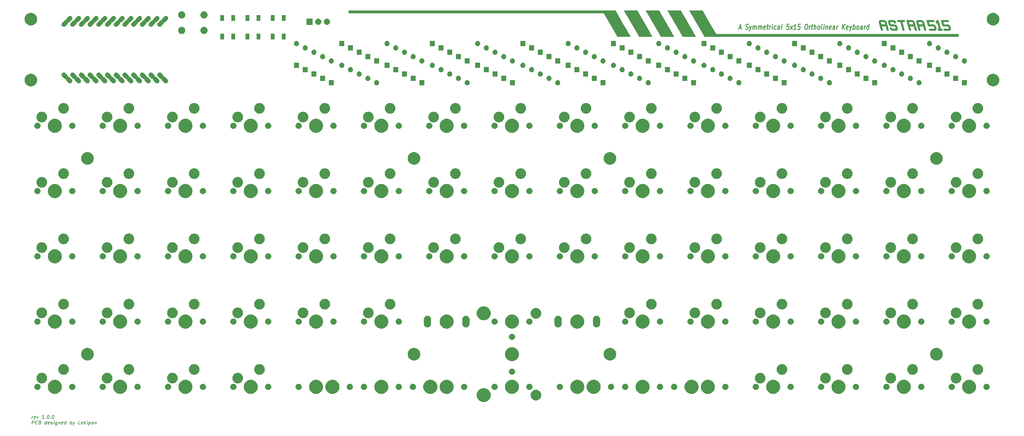
<source format=gts>
G04 #@! TF.GenerationSoftware,KiCad,Pcbnew,(5.1.5)-2*
G04 #@! TF.CreationDate,2020-09-25T21:59:41+09:00*
G04 #@! TF.ProjectId,astra515,61737472-6135-4313-952e-6b696361645f,rev?*
G04 #@! TF.SameCoordinates,Original*
G04 #@! TF.FileFunction,Soldermask,Top*
G04 #@! TF.FilePolarity,Negative*
%FSLAX46Y46*%
G04 Gerber Fmt 4.6, Leading zero omitted, Abs format (unit mm)*
G04 Created by KiCad (PCBNEW (5.1.5)-2) date 2020-09-25 21:59:41*
%MOMM*%
%LPD*%
G04 APERTURE LIST*
%ADD10C,0.250000*%
%ADD11C,0.150000*%
%ADD12C,0.010000*%
%ADD13C,0.100000*%
G04 APERTURE END LIST*
D10*
X285631705Y-83181000D02*
X286203133Y-83181000D01*
X285463848Y-83609571D02*
X286051348Y-82109571D01*
X286263848Y-83609571D01*
X287529919Y-83538142D02*
X287692419Y-83609571D01*
X287978133Y-83609571D01*
X288101348Y-83538142D01*
X288167419Y-83466714D01*
X288242419Y-83323857D01*
X288260276Y-83181000D01*
X288220991Y-83038142D01*
X288172776Y-82966714D01*
X288067419Y-82895285D01*
X287847776Y-82823857D01*
X287742419Y-82752428D01*
X287694205Y-82681000D01*
X287654919Y-82538142D01*
X287672776Y-82395285D01*
X287747776Y-82252428D01*
X287813848Y-82181000D01*
X287937062Y-82109571D01*
X288222776Y-82109571D01*
X288385276Y-82181000D01*
X288731705Y-82609571D02*
X288892419Y-83609571D01*
X289303133Y-82609571D02*
X288892419Y-83609571D01*
X288733491Y-83966714D01*
X288667419Y-84038142D01*
X288544205Y-84109571D01*
X289635276Y-83609571D02*
X289760276Y-82609571D01*
X289742419Y-82752428D02*
X289808491Y-82681000D01*
X289931705Y-82609571D01*
X290103133Y-82609571D01*
X290208491Y-82681000D01*
X290247776Y-82823857D01*
X290149562Y-83609571D01*
X290247776Y-82823857D02*
X290322776Y-82681000D01*
X290445991Y-82609571D01*
X290617419Y-82609571D01*
X290722776Y-82681000D01*
X290762062Y-82823857D01*
X290663848Y-83609571D01*
X291235276Y-83609571D02*
X291360276Y-82609571D01*
X291342419Y-82752428D02*
X291408491Y-82681000D01*
X291531705Y-82609571D01*
X291703133Y-82609571D01*
X291808491Y-82681000D01*
X291847776Y-82823857D01*
X291749562Y-83609571D01*
X291847776Y-82823857D02*
X291922776Y-82681000D01*
X292045991Y-82609571D01*
X292217419Y-82609571D01*
X292322776Y-82681000D01*
X292362062Y-82823857D01*
X292263848Y-83609571D01*
X293301348Y-83538142D02*
X293178133Y-83609571D01*
X292949562Y-83609571D01*
X292844205Y-83538142D01*
X292804919Y-83395285D01*
X292876348Y-82823857D01*
X292951348Y-82681000D01*
X293074562Y-82609571D01*
X293303133Y-82609571D01*
X293408491Y-82681000D01*
X293447776Y-82823857D01*
X293429919Y-82966714D01*
X292840633Y-83109571D01*
X293817419Y-82609571D02*
X294274562Y-82609571D01*
X294051348Y-82109571D02*
X293890633Y-83395285D01*
X293929919Y-83538142D01*
X294035276Y-83609571D01*
X294149562Y-83609571D01*
X294549562Y-83609571D02*
X294674562Y-82609571D01*
X294638848Y-82895285D02*
X294713848Y-82752428D01*
X294779919Y-82681000D01*
X294903133Y-82609571D01*
X295017419Y-82609571D01*
X295292419Y-83609571D02*
X295417419Y-82609571D01*
X295479919Y-82109571D02*
X295413848Y-82181000D01*
X295462062Y-82252428D01*
X295528133Y-82181000D01*
X295479919Y-82109571D01*
X295462062Y-82252428D01*
X296387062Y-83538142D02*
X296263848Y-83609571D01*
X296035276Y-83609571D01*
X295929919Y-83538142D01*
X295881705Y-83466714D01*
X295842419Y-83323857D01*
X295895991Y-82895285D01*
X295970991Y-82752428D01*
X296037062Y-82681000D01*
X296160276Y-82609571D01*
X296388848Y-82609571D01*
X296494205Y-82681000D01*
X297406705Y-83609571D02*
X297504919Y-82823857D01*
X297465633Y-82681000D01*
X297360276Y-82609571D01*
X297131705Y-82609571D01*
X297008491Y-82681000D01*
X297415633Y-83538142D02*
X297292419Y-83609571D01*
X297006705Y-83609571D01*
X296901348Y-83538142D01*
X296862062Y-83395285D01*
X296879919Y-83252428D01*
X296954919Y-83109571D01*
X297078133Y-83038142D01*
X297363848Y-83038142D01*
X297487062Y-82966714D01*
X298149562Y-83609571D02*
X298044205Y-83538142D01*
X298004919Y-83395285D01*
X298165633Y-82109571D01*
X300279919Y-82109571D02*
X299708491Y-82109571D01*
X299562062Y-82823857D01*
X299628133Y-82752428D01*
X299751348Y-82681000D01*
X300037062Y-82681000D01*
X300142419Y-82752428D01*
X300190633Y-82823857D01*
X300229919Y-82966714D01*
X300185276Y-83323857D01*
X300110276Y-83466714D01*
X300044205Y-83538142D01*
X299920991Y-83609571D01*
X299635276Y-83609571D01*
X299529919Y-83538142D01*
X299481705Y-83466714D01*
X300549562Y-83609571D02*
X301303133Y-82609571D01*
X300674562Y-82609571D02*
X301178133Y-83609571D01*
X302263848Y-83609571D02*
X301578133Y-83609571D01*
X301920991Y-83609571D02*
X302108491Y-82109571D01*
X301967419Y-82323857D01*
X301835276Y-82466714D01*
X301712062Y-82538142D01*
X303537062Y-82109571D02*
X302965633Y-82109571D01*
X302819205Y-82823857D01*
X302885276Y-82752428D01*
X303008491Y-82681000D01*
X303294205Y-82681000D01*
X303399562Y-82752428D01*
X303447776Y-82823857D01*
X303487062Y-82966714D01*
X303442419Y-83323857D01*
X303367419Y-83466714D01*
X303301348Y-83538142D01*
X303178133Y-83609571D01*
X302892419Y-83609571D01*
X302787062Y-83538142D01*
X302738848Y-83466714D01*
X305251348Y-82109571D02*
X305479919Y-82109571D01*
X305585276Y-82181000D01*
X305681705Y-82323857D01*
X305703133Y-82609571D01*
X305640633Y-83109571D01*
X305547776Y-83395285D01*
X305415633Y-83538142D01*
X305292419Y-83609571D01*
X305063848Y-83609571D01*
X304958491Y-83538142D01*
X304862062Y-83395285D01*
X304840633Y-83109571D01*
X304903133Y-82609571D01*
X304995991Y-82323857D01*
X305128133Y-82181000D01*
X305251348Y-82109571D01*
X306092419Y-83609571D02*
X306217419Y-82609571D01*
X306181705Y-82895285D02*
X306256705Y-82752428D01*
X306322776Y-82681000D01*
X306445991Y-82609571D01*
X306560276Y-82609571D01*
X306788848Y-82609571D02*
X307245991Y-82609571D01*
X307022776Y-82109571D02*
X306862062Y-83395285D01*
X306901348Y-83538142D01*
X307006705Y-83609571D01*
X307120991Y-83609571D01*
X307520991Y-83609571D02*
X307708491Y-82109571D01*
X308035276Y-83609571D02*
X308133491Y-82823857D01*
X308094205Y-82681000D01*
X307988848Y-82609571D01*
X307817419Y-82609571D01*
X307694205Y-82681000D01*
X307628133Y-82752428D01*
X308778133Y-83609571D02*
X308672776Y-83538142D01*
X308624562Y-83466714D01*
X308585276Y-83323857D01*
X308638848Y-82895285D01*
X308713848Y-82752428D01*
X308779919Y-82681000D01*
X308903133Y-82609571D01*
X309074562Y-82609571D01*
X309179919Y-82681000D01*
X309228133Y-82752428D01*
X309267419Y-82895285D01*
X309213848Y-83323857D01*
X309138848Y-83466714D01*
X309072776Y-83538142D01*
X308949562Y-83609571D01*
X308778133Y-83609571D01*
X309863848Y-83609571D02*
X309758491Y-83538142D01*
X309719205Y-83395285D01*
X309879919Y-82109571D01*
X310320991Y-83609571D02*
X310445991Y-82609571D01*
X310508491Y-82109571D02*
X310442419Y-82181000D01*
X310490633Y-82252428D01*
X310556705Y-82181000D01*
X310508491Y-82109571D01*
X310490633Y-82252428D01*
X311017419Y-82609571D02*
X310892419Y-83609571D01*
X310999562Y-82752428D02*
X311065633Y-82681000D01*
X311188848Y-82609571D01*
X311360276Y-82609571D01*
X311465633Y-82681000D01*
X311504919Y-82823857D01*
X311406705Y-83609571D01*
X312444205Y-83538142D02*
X312320991Y-83609571D01*
X312092419Y-83609571D01*
X311987062Y-83538142D01*
X311947776Y-83395285D01*
X312019205Y-82823857D01*
X312094205Y-82681000D01*
X312217419Y-82609571D01*
X312445991Y-82609571D01*
X312551348Y-82681000D01*
X312590633Y-82823857D01*
X312572776Y-82966714D01*
X311983491Y-83109571D01*
X313520991Y-83609571D02*
X313619205Y-82823857D01*
X313579919Y-82681000D01*
X313474562Y-82609571D01*
X313245991Y-82609571D01*
X313122776Y-82681000D01*
X313529919Y-83538142D02*
X313406705Y-83609571D01*
X313120991Y-83609571D01*
X313015633Y-83538142D01*
X312976348Y-83395285D01*
X312994205Y-83252428D01*
X313069205Y-83109571D01*
X313192419Y-83038142D01*
X313478133Y-83038142D01*
X313601348Y-82966714D01*
X314092419Y-83609571D02*
X314217419Y-82609571D01*
X314181705Y-82895285D02*
X314256705Y-82752428D01*
X314322776Y-82681000D01*
X314445991Y-82609571D01*
X314560276Y-82609571D01*
X315749562Y-83609571D02*
X315937062Y-82109571D01*
X316435276Y-83609571D02*
X316028133Y-82752428D01*
X316622776Y-82109571D02*
X315829919Y-82966714D01*
X317415633Y-83538142D02*
X317292419Y-83609571D01*
X317063848Y-83609571D01*
X316958491Y-83538142D01*
X316919205Y-83395285D01*
X316990633Y-82823857D01*
X317065633Y-82681000D01*
X317188848Y-82609571D01*
X317417419Y-82609571D01*
X317522776Y-82681000D01*
X317562062Y-82823857D01*
X317544205Y-82966714D01*
X316954919Y-83109571D01*
X317988848Y-82609571D02*
X318149562Y-83609571D01*
X318560276Y-82609571D02*
X318149562Y-83609571D01*
X317990633Y-83966714D01*
X317924562Y-84038142D01*
X317801348Y-84109571D01*
X318892419Y-83609571D02*
X319079919Y-82109571D01*
X319008491Y-82681000D02*
X319131705Y-82609571D01*
X319360276Y-82609571D01*
X319465633Y-82681000D01*
X319513848Y-82752428D01*
X319553133Y-82895285D01*
X319499562Y-83323857D01*
X319424562Y-83466714D01*
X319358491Y-83538142D01*
X319235276Y-83609571D01*
X319006705Y-83609571D01*
X318901348Y-83538142D01*
X320149562Y-83609571D02*
X320044205Y-83538142D01*
X319995991Y-83466714D01*
X319956705Y-83323857D01*
X320010276Y-82895285D01*
X320085276Y-82752428D01*
X320151348Y-82681000D01*
X320274562Y-82609571D01*
X320445991Y-82609571D01*
X320551348Y-82681000D01*
X320599562Y-82752428D01*
X320638848Y-82895285D01*
X320585276Y-83323857D01*
X320510276Y-83466714D01*
X320444205Y-83538142D01*
X320320991Y-83609571D01*
X320149562Y-83609571D01*
X321578133Y-83609571D02*
X321676348Y-82823857D01*
X321637062Y-82681000D01*
X321531705Y-82609571D01*
X321303133Y-82609571D01*
X321179919Y-82681000D01*
X321587062Y-83538142D02*
X321463848Y-83609571D01*
X321178133Y-83609571D01*
X321072776Y-83538142D01*
X321033491Y-83395285D01*
X321051348Y-83252428D01*
X321126348Y-83109571D01*
X321249562Y-83038142D01*
X321535276Y-83038142D01*
X321658491Y-82966714D01*
X322149562Y-83609571D02*
X322274562Y-82609571D01*
X322238848Y-82895285D02*
X322313848Y-82752428D01*
X322379919Y-82681000D01*
X322503133Y-82609571D01*
X322617419Y-82609571D01*
X323406705Y-83609571D02*
X323594205Y-82109571D01*
X323415633Y-83538142D02*
X323292419Y-83609571D01*
X323063848Y-83609571D01*
X322958491Y-83538142D01*
X322910276Y-83466714D01*
X322870991Y-83323857D01*
X322924562Y-82895285D01*
X322999562Y-82752428D01*
X323065633Y-82681000D01*
X323188848Y-82609571D01*
X323417419Y-82609571D01*
X323522776Y-82681000D01*
D11*
X79422547Y-197222380D02*
X79505880Y-196555714D01*
X79482071Y-196746190D02*
X79541595Y-196650952D01*
X79595166Y-196603333D01*
X79696357Y-196555714D01*
X79791595Y-196555714D01*
X80428500Y-197174761D02*
X80327309Y-197222380D01*
X80136833Y-197222380D01*
X80047547Y-197174761D01*
X80011833Y-197079523D01*
X80059452Y-196698571D01*
X80118976Y-196603333D01*
X80220166Y-196555714D01*
X80410642Y-196555714D01*
X80499928Y-196603333D01*
X80535642Y-196698571D01*
X80523738Y-196793809D01*
X80035642Y-196889047D01*
X80886833Y-196555714D02*
X81041595Y-197222380D01*
X81363023Y-196555714D01*
X82946357Y-197222380D02*
X82374928Y-197222380D01*
X82660642Y-197222380D02*
X82785642Y-196222380D01*
X82672547Y-196365238D01*
X82565404Y-196460476D01*
X82464214Y-196508095D01*
X83386833Y-197127142D02*
X83428500Y-197174761D01*
X83374928Y-197222380D01*
X83333261Y-197174761D01*
X83386833Y-197127142D01*
X83374928Y-197222380D01*
X84166595Y-196222380D02*
X84261833Y-196222380D01*
X84351119Y-196270000D01*
X84392785Y-196317619D01*
X84428500Y-196412857D01*
X84452309Y-196603333D01*
X84422547Y-196841428D01*
X84351119Y-197031904D01*
X84291595Y-197127142D01*
X84238023Y-197174761D01*
X84136833Y-197222380D01*
X84041595Y-197222380D01*
X83952309Y-197174761D01*
X83910642Y-197127142D01*
X83874928Y-197031904D01*
X83851119Y-196841428D01*
X83880880Y-196603333D01*
X83952309Y-196412857D01*
X84011833Y-196317619D01*
X84065404Y-196270000D01*
X84166595Y-196222380D01*
X84815404Y-197127142D02*
X84857071Y-197174761D01*
X84803500Y-197222380D01*
X84761833Y-197174761D01*
X84815404Y-197127142D01*
X84803500Y-197222380D01*
X85595166Y-196222380D02*
X85690404Y-196222380D01*
X85779690Y-196270000D01*
X85821357Y-196317619D01*
X85857071Y-196412857D01*
X85880880Y-196603333D01*
X85851119Y-196841428D01*
X85779690Y-197031904D01*
X85720166Y-197127142D01*
X85666595Y-197174761D01*
X85565404Y-197222380D01*
X85470166Y-197222380D01*
X85380880Y-197174761D01*
X85339214Y-197127142D01*
X85303500Y-197031904D01*
X85279690Y-196841428D01*
X85309452Y-196603333D01*
X85380880Y-196412857D01*
X85440404Y-196317619D01*
X85493976Y-196270000D01*
X85595166Y-196222380D01*
X79422547Y-198872380D02*
X79547547Y-197872380D01*
X79928500Y-197872380D01*
X80017785Y-197920000D01*
X80059452Y-197967619D01*
X80095166Y-198062857D01*
X80077309Y-198205714D01*
X80017785Y-198300952D01*
X79964214Y-198348571D01*
X79863023Y-198396190D01*
X79482071Y-198396190D01*
X81005880Y-198777142D02*
X80952309Y-198824761D01*
X80803500Y-198872380D01*
X80708261Y-198872380D01*
X80571357Y-198824761D01*
X80488023Y-198729523D01*
X80452309Y-198634285D01*
X80428500Y-198443809D01*
X80446357Y-198300952D01*
X80517785Y-198110476D01*
X80577309Y-198015238D01*
X80684452Y-197920000D01*
X80833261Y-197872380D01*
X80928500Y-197872380D01*
X81065404Y-197920000D01*
X81107071Y-197967619D01*
X81821357Y-198348571D02*
X81958261Y-198396190D01*
X81999928Y-198443809D01*
X82035642Y-198539047D01*
X82017785Y-198681904D01*
X81958261Y-198777142D01*
X81904690Y-198824761D01*
X81803500Y-198872380D01*
X81422547Y-198872380D01*
X81547547Y-197872380D01*
X81880880Y-197872380D01*
X81970166Y-197920000D01*
X82011833Y-197967619D01*
X82047547Y-198062857D01*
X82035642Y-198158095D01*
X81976119Y-198253333D01*
X81922547Y-198300952D01*
X81821357Y-198348571D01*
X81488023Y-198348571D01*
X83613023Y-198872380D02*
X83738023Y-197872380D01*
X83618976Y-198824761D02*
X83517785Y-198872380D01*
X83327309Y-198872380D01*
X83238023Y-198824761D01*
X83196357Y-198777142D01*
X83160642Y-198681904D01*
X83196357Y-198396190D01*
X83255880Y-198300952D01*
X83309452Y-198253333D01*
X83410642Y-198205714D01*
X83601119Y-198205714D01*
X83690404Y-198253333D01*
X84476119Y-198824761D02*
X84374928Y-198872380D01*
X84184452Y-198872380D01*
X84095166Y-198824761D01*
X84059452Y-198729523D01*
X84107071Y-198348571D01*
X84166595Y-198253333D01*
X84267785Y-198205714D01*
X84458261Y-198205714D01*
X84547547Y-198253333D01*
X84583261Y-198348571D01*
X84571357Y-198443809D01*
X84083261Y-198539047D01*
X84904690Y-198824761D02*
X84993976Y-198872380D01*
X85184452Y-198872380D01*
X85285642Y-198824761D01*
X85345166Y-198729523D01*
X85351119Y-198681904D01*
X85315404Y-198586666D01*
X85226119Y-198539047D01*
X85083261Y-198539047D01*
X84993976Y-198491428D01*
X84958261Y-198396190D01*
X84964214Y-198348571D01*
X85023738Y-198253333D01*
X85124928Y-198205714D01*
X85267785Y-198205714D01*
X85357071Y-198253333D01*
X85755880Y-198872380D02*
X85839214Y-198205714D01*
X85880880Y-197872380D02*
X85827309Y-197920000D01*
X85868976Y-197967619D01*
X85922547Y-197920000D01*
X85880880Y-197872380D01*
X85868976Y-197967619D01*
X86743976Y-198205714D02*
X86642785Y-199015238D01*
X86583261Y-199110476D01*
X86529690Y-199158095D01*
X86428500Y-199205714D01*
X86285642Y-199205714D01*
X86196357Y-199158095D01*
X86666595Y-198824761D02*
X86565404Y-198872380D01*
X86374928Y-198872380D01*
X86285642Y-198824761D01*
X86243976Y-198777142D01*
X86208261Y-198681904D01*
X86243976Y-198396190D01*
X86303500Y-198300952D01*
X86357071Y-198253333D01*
X86458261Y-198205714D01*
X86648738Y-198205714D01*
X86738023Y-198253333D01*
X87220166Y-198205714D02*
X87136833Y-198872380D01*
X87208261Y-198300952D02*
X87261833Y-198253333D01*
X87363023Y-198205714D01*
X87505880Y-198205714D01*
X87595166Y-198253333D01*
X87630880Y-198348571D01*
X87565404Y-198872380D01*
X88428500Y-198824761D02*
X88327309Y-198872380D01*
X88136833Y-198872380D01*
X88047547Y-198824761D01*
X88011833Y-198729523D01*
X88059452Y-198348571D01*
X88118976Y-198253333D01*
X88220166Y-198205714D01*
X88410642Y-198205714D01*
X88499928Y-198253333D01*
X88535642Y-198348571D01*
X88523738Y-198443809D01*
X88035642Y-198539047D01*
X89327309Y-198872380D02*
X89452309Y-197872380D01*
X89333261Y-198824761D02*
X89232071Y-198872380D01*
X89041595Y-198872380D01*
X88952309Y-198824761D01*
X88910642Y-198777142D01*
X88874928Y-198681904D01*
X88910642Y-198396190D01*
X88970166Y-198300952D01*
X89023738Y-198253333D01*
X89124928Y-198205714D01*
X89315404Y-198205714D01*
X89404690Y-198253333D01*
X90565404Y-198872380D02*
X90690404Y-197872380D01*
X90642785Y-198253333D02*
X90743976Y-198205714D01*
X90934452Y-198205714D01*
X91023738Y-198253333D01*
X91065404Y-198300952D01*
X91101119Y-198396190D01*
X91065404Y-198681904D01*
X91005880Y-198777142D01*
X90952309Y-198824761D01*
X90851119Y-198872380D01*
X90660642Y-198872380D01*
X90571357Y-198824761D01*
X91458261Y-198205714D02*
X91613023Y-198872380D01*
X91934452Y-198205714D02*
X91613023Y-198872380D01*
X91488023Y-199110476D01*
X91434452Y-199158095D01*
X91333261Y-199205714D01*
X93470166Y-198872380D02*
X92993976Y-198872380D01*
X93118976Y-197872380D01*
X94190404Y-198824761D02*
X94089214Y-198872380D01*
X93898738Y-198872380D01*
X93809452Y-198824761D01*
X93773738Y-198729523D01*
X93821357Y-198348571D01*
X93880880Y-198253333D01*
X93982071Y-198205714D01*
X94172547Y-198205714D01*
X94261833Y-198253333D01*
X94297547Y-198348571D01*
X94285642Y-198443809D01*
X93797547Y-198539047D01*
X94660642Y-198872380D02*
X94785642Y-197872380D01*
X94803500Y-198491428D02*
X95041595Y-198872380D01*
X95124928Y-198205714D02*
X94696357Y-198586666D01*
X95470166Y-198872380D02*
X95553500Y-198205714D01*
X95595166Y-197872380D02*
X95541595Y-197920000D01*
X95583261Y-197967619D01*
X95636833Y-197920000D01*
X95595166Y-197872380D01*
X95583261Y-197967619D01*
X96029690Y-198205714D02*
X95904690Y-199205714D01*
X96023738Y-198253333D02*
X96124928Y-198205714D01*
X96315404Y-198205714D01*
X96404690Y-198253333D01*
X96446357Y-198300952D01*
X96482071Y-198396190D01*
X96446357Y-198681904D01*
X96386833Y-198777142D01*
X96333261Y-198824761D01*
X96232071Y-198872380D01*
X96041595Y-198872380D01*
X95952309Y-198824761D01*
X96993976Y-198872380D02*
X96904690Y-198824761D01*
X96863023Y-198777142D01*
X96827309Y-198681904D01*
X96863023Y-198396190D01*
X96922547Y-198300952D01*
X96976119Y-198253333D01*
X97077309Y-198205714D01*
X97220166Y-198205714D01*
X97309452Y-198253333D01*
X97351119Y-198300952D01*
X97386833Y-198396190D01*
X97351119Y-198681904D01*
X97291595Y-198777142D01*
X97238023Y-198824761D01*
X97136833Y-198872380D01*
X96993976Y-198872380D01*
X97839214Y-198205714D02*
X97755880Y-198872380D01*
X97827309Y-198300952D02*
X97880880Y-198253333D01*
X97982071Y-198205714D01*
X98124928Y-198205714D01*
X98214214Y-198253333D01*
X98249928Y-198348571D01*
X98184452Y-198872380D01*
D12*
G36*
X276966615Y-81534000D02*
G01*
X278946881Y-84963000D01*
X349673333Y-84963000D01*
X349673333Y-85725000D01*
X275563424Y-85725000D01*
X273375378Y-81936937D01*
X273074741Y-81416249D01*
X272786315Y-80916307D01*
X272512895Y-80441973D01*
X272257273Y-79998111D01*
X272022241Y-79589583D01*
X271810592Y-79221253D01*
X271625120Y-78897983D01*
X271468615Y-78624635D01*
X271343872Y-78406074D01*
X271253683Y-78247161D01*
X271200841Y-78152760D01*
X271187333Y-78126937D01*
X271228256Y-78122411D01*
X271345384Y-78118200D01*
X271530257Y-78114402D01*
X271774414Y-78111115D01*
X272069393Y-78108435D01*
X272406733Y-78106461D01*
X272777975Y-78105291D01*
X273086841Y-78105000D01*
X274986350Y-78105000D01*
X276966615Y-81534000D01*
G37*
X276966615Y-81534000D02*
X278946881Y-84963000D01*
X349673333Y-84963000D01*
X349673333Y-85725000D01*
X275563424Y-85725000D01*
X273375378Y-81936937D01*
X273074741Y-81416249D01*
X272786315Y-80916307D01*
X272512895Y-80441973D01*
X272257273Y-79998111D01*
X272022241Y-79589583D01*
X271810592Y-79221253D01*
X271625120Y-78897983D01*
X271468615Y-78624635D01*
X271343872Y-78406074D01*
X271253683Y-78247161D01*
X271200841Y-78152760D01*
X271187333Y-78126937D01*
X271228256Y-78122411D01*
X271345384Y-78118200D01*
X271530257Y-78114402D01*
X271774414Y-78111115D01*
X272069393Y-78108435D01*
X272406733Y-78106461D01*
X272777975Y-78105291D01*
X273086841Y-78105000D01*
X274986350Y-78105000D01*
X276966615Y-81534000D01*
G36*
X270821206Y-81890904D02*
G01*
X271121730Y-82411496D01*
X271410041Y-82911377D01*
X271683344Y-83385679D01*
X271938848Y-83829534D01*
X272173757Y-84238073D01*
X272385279Y-84606430D01*
X272570619Y-84929736D01*
X272726985Y-85203123D01*
X272851582Y-85421723D01*
X272941617Y-85580668D01*
X272994296Y-85675090D01*
X273007666Y-85700904D01*
X272966744Y-85705877D01*
X272849619Y-85710503D01*
X272664756Y-85714676D01*
X272420618Y-85718288D01*
X272125670Y-85721231D01*
X271788376Y-85723397D01*
X271417199Y-85724681D01*
X271109519Y-85725000D01*
X269211372Y-85725000D01*
X267024353Y-81938022D01*
X266723800Y-81417375D01*
X266435459Y-80917458D01*
X266162123Y-80443135D01*
X265906584Y-79999272D01*
X265671637Y-79590735D01*
X265460073Y-79222390D01*
X265274686Y-78899102D01*
X265118269Y-78625736D01*
X264993614Y-78407159D01*
X264903516Y-78248235D01*
X264850765Y-78153832D01*
X264837333Y-78128022D01*
X264878256Y-78123271D01*
X264995382Y-78118851D01*
X265180249Y-78114865D01*
X265424394Y-78111414D01*
X265719355Y-78108602D01*
X266056669Y-78106532D01*
X266427872Y-78105305D01*
X266736040Y-78105000D01*
X268634747Y-78105000D01*
X270821206Y-81890904D01*
G37*
X270821206Y-81890904D02*
X271121730Y-82411496D01*
X271410041Y-82911377D01*
X271683344Y-83385679D01*
X271938848Y-83829534D01*
X272173757Y-84238073D01*
X272385279Y-84606430D01*
X272570619Y-84929736D01*
X272726985Y-85203123D01*
X272851582Y-85421723D01*
X272941617Y-85580668D01*
X272994296Y-85675090D01*
X273007666Y-85700904D01*
X272966744Y-85705877D01*
X272849619Y-85710503D01*
X272664756Y-85714676D01*
X272420618Y-85718288D01*
X272125670Y-85721231D01*
X271788376Y-85723397D01*
X271417199Y-85724681D01*
X271109519Y-85725000D01*
X269211372Y-85725000D01*
X267024353Y-81938022D01*
X266723800Y-81417375D01*
X266435459Y-80917458D01*
X266162123Y-80443135D01*
X265906584Y-79999272D01*
X265671637Y-79590735D01*
X265460073Y-79222390D01*
X265274686Y-78899102D01*
X265118269Y-78625736D01*
X264993614Y-78407159D01*
X264903516Y-78248235D01*
X264850765Y-78153832D01*
X264837333Y-78128022D01*
X264878256Y-78123271D01*
X264995382Y-78118851D01*
X265180249Y-78114865D01*
X265424394Y-78111414D01*
X265719355Y-78108602D01*
X266056669Y-78106532D01*
X266427872Y-78105305D01*
X266736040Y-78105000D01*
X268634747Y-78105000D01*
X270821206Y-81890904D01*
G36*
X264470646Y-81891977D02*
G01*
X264771199Y-82412624D01*
X265059540Y-82912541D01*
X265332876Y-83386864D01*
X265588415Y-83830727D01*
X265823362Y-84239264D01*
X266034926Y-84607609D01*
X266220313Y-84930897D01*
X266376730Y-85204263D01*
X266501385Y-85422840D01*
X266591483Y-85581764D01*
X266644234Y-85676167D01*
X266657666Y-85701977D01*
X266616743Y-85706727D01*
X266499616Y-85711147D01*
X266314746Y-85715133D01*
X266070595Y-85718583D01*
X265775624Y-85721395D01*
X265438297Y-85723466D01*
X265067074Y-85724694D01*
X264758542Y-85725000D01*
X262859417Y-85725000D01*
X260673375Y-81938782D01*
X260372913Y-81418157D01*
X260084661Y-80918250D01*
X259811413Y-80443928D01*
X259555961Y-80000060D01*
X259321098Y-79591513D01*
X259109618Y-79223155D01*
X258924313Y-78899854D01*
X258767976Y-78626478D01*
X258643401Y-78407893D01*
X258553380Y-78248969D01*
X258500705Y-78154573D01*
X258487333Y-78128782D01*
X258528255Y-78123874D01*
X258645380Y-78119307D01*
X258830243Y-78115189D01*
X259074381Y-78111624D01*
X259369329Y-78108719D01*
X259706623Y-78106581D01*
X260077800Y-78105314D01*
X260385480Y-78105000D01*
X262283627Y-78105000D01*
X264470646Y-81891977D01*
G37*
X264470646Y-81891977D02*
X264771199Y-82412624D01*
X265059540Y-82912541D01*
X265332876Y-83386864D01*
X265588415Y-83830727D01*
X265823362Y-84239264D01*
X266034926Y-84607609D01*
X266220313Y-84930897D01*
X266376730Y-85204263D01*
X266501385Y-85422840D01*
X266591483Y-85581764D01*
X266644234Y-85676167D01*
X266657666Y-85701977D01*
X266616743Y-85706727D01*
X266499616Y-85711147D01*
X266314746Y-85715133D01*
X266070595Y-85718583D01*
X265775624Y-85721395D01*
X265438297Y-85723466D01*
X265067074Y-85724694D01*
X264758542Y-85725000D01*
X262859417Y-85725000D01*
X260673375Y-81938782D01*
X260372913Y-81418157D01*
X260084661Y-80918250D01*
X259811413Y-80443928D01*
X259555961Y-80000060D01*
X259321098Y-79591513D01*
X259109618Y-79223155D01*
X258924313Y-78899854D01*
X258767976Y-78626478D01*
X258643401Y-78407893D01*
X258553380Y-78248969D01*
X258500705Y-78154573D01*
X258487333Y-78128782D01*
X258528255Y-78123874D01*
X258645380Y-78119307D01*
X258830243Y-78115189D01*
X259074381Y-78111624D01*
X259369329Y-78108719D01*
X259706623Y-78106581D01*
X260077800Y-78105314D01*
X260385480Y-78105000D01*
X262283627Y-78105000D01*
X264470646Y-81891977D01*
G36*
X258119621Y-81893062D02*
G01*
X258420258Y-82413750D01*
X258708684Y-82913692D01*
X258982104Y-83388026D01*
X259237726Y-83831888D01*
X259472758Y-84240416D01*
X259684407Y-84608746D01*
X259869879Y-84932016D01*
X260026384Y-85205364D01*
X260151127Y-85423925D01*
X260241316Y-85582838D01*
X260294158Y-85677239D01*
X260307666Y-85703062D01*
X260266743Y-85707588D01*
X260149614Y-85711799D01*
X259964741Y-85715597D01*
X259720584Y-85718884D01*
X259425604Y-85721564D01*
X259088261Y-85723537D01*
X258717017Y-85724707D01*
X258408100Y-85725000D01*
X256508535Y-85725000D01*
X254322934Y-81940876D01*
X254022450Y-81420377D01*
X253734182Y-80920558D01*
X253460924Y-80446293D01*
X253205471Y-80002452D01*
X252970618Y-79593908D01*
X252759160Y-79225533D01*
X252573890Y-78902198D01*
X252417605Y-78628775D01*
X252293099Y-78410137D01*
X252203166Y-78251154D01*
X252150601Y-78156700D01*
X252137333Y-78130876D01*
X252178255Y-78125534D01*
X252295377Y-78120565D01*
X252480233Y-78116083D01*
X252724356Y-78112204D01*
X253019281Y-78109043D01*
X253356540Y-78106717D01*
X253727669Y-78105340D01*
X254034454Y-78105000D01*
X255931575Y-78105000D01*
X258119621Y-81893062D01*
G37*
X258119621Y-81893062D02*
X258420258Y-82413750D01*
X258708684Y-82913692D01*
X258982104Y-83388026D01*
X259237726Y-83831888D01*
X259472758Y-84240416D01*
X259684407Y-84608746D01*
X259869879Y-84932016D01*
X260026384Y-85205364D01*
X260151127Y-85423925D01*
X260241316Y-85582838D01*
X260294158Y-85677239D01*
X260307666Y-85703062D01*
X260266743Y-85707588D01*
X260149614Y-85711799D01*
X259964741Y-85715597D01*
X259720584Y-85718884D01*
X259425604Y-85721564D01*
X259088261Y-85723537D01*
X258717017Y-85724707D01*
X258408100Y-85725000D01*
X256508535Y-85725000D01*
X254322934Y-81940876D01*
X254022450Y-81420377D01*
X253734182Y-80920558D01*
X253460924Y-80446293D01*
X253205471Y-80002452D01*
X252970618Y-79593908D01*
X252759160Y-79225533D01*
X252573890Y-78902198D01*
X252417605Y-78628775D01*
X252293099Y-78410137D01*
X252203166Y-78251154D01*
X252150601Y-78156700D01*
X252137333Y-78130876D01*
X252178255Y-78125534D01*
X252295377Y-78120565D01*
X252480233Y-78116083D01*
X252724356Y-78112204D01*
X253019281Y-78109043D01*
X253356540Y-78106717D01*
X253727669Y-78105340D01*
X254034454Y-78105000D01*
X255931575Y-78105000D01*
X258119621Y-81893062D01*
G36*
X251758552Y-81875706D02*
G01*
X252058780Y-82395636D01*
X252347031Y-82895099D01*
X252620482Y-83369192D01*
X252876312Y-83813009D01*
X253111699Y-84221646D01*
X253323821Y-84590198D01*
X253509855Y-84913759D01*
X253666981Y-85187426D01*
X253792375Y-85406292D01*
X253883217Y-85565454D01*
X253936683Y-85660006D01*
X253950611Y-85685706D01*
X253912673Y-85694987D01*
X253795394Y-85703227D01*
X253604092Y-85710313D01*
X253344086Y-85716135D01*
X253020696Y-85720584D01*
X252639241Y-85723548D01*
X252205040Y-85724916D01*
X252060554Y-85725000D01*
X250156387Y-85725000D01*
X246196729Y-78867000D01*
X171831000Y-78867000D01*
X171831000Y-78105000D01*
X249580605Y-78105000D01*
X251758552Y-81875706D01*
G37*
X251758552Y-81875706D02*
X252058780Y-82395636D01*
X252347031Y-82895099D01*
X252620482Y-83369192D01*
X252876312Y-83813009D01*
X253111699Y-84221646D01*
X253323821Y-84590198D01*
X253509855Y-84913759D01*
X253666981Y-85187426D01*
X253792375Y-85406292D01*
X253883217Y-85565454D01*
X253936683Y-85660006D01*
X253950611Y-85685706D01*
X253912673Y-85694987D01*
X253795394Y-85703227D01*
X253604092Y-85710313D01*
X253344086Y-85716135D01*
X253020696Y-85720584D01*
X252639241Y-85723548D01*
X252205040Y-85724916D01*
X252060554Y-85725000D01*
X250156387Y-85725000D01*
X246196729Y-78867000D01*
X171831000Y-78867000D01*
X171831000Y-78105000D01*
X249580605Y-78105000D01*
X251758552Y-81875706D01*
G36*
X345664836Y-80884889D02*
G01*
X345851577Y-80884881D01*
X346012282Y-80884963D01*
X346149136Y-80885301D01*
X346264325Y-80886058D01*
X346360034Y-80887397D01*
X346438449Y-80889481D01*
X346501756Y-80892475D01*
X346552139Y-80896541D01*
X346591786Y-80901844D01*
X346622881Y-80908546D01*
X346647610Y-80916811D01*
X346668159Y-80926803D01*
X346686713Y-80938685D01*
X346705458Y-80952621D01*
X346720045Y-80963823D01*
X346753837Y-80996823D01*
X346789706Y-81042705D01*
X346808867Y-81072747D01*
X346841717Y-81150989D01*
X346850632Y-81226002D01*
X346836226Y-81293736D01*
X346799115Y-81350141D01*
X346762232Y-81379349D01*
X346751310Y-81385393D01*
X346738446Y-81390484D01*
X346721272Y-81394702D01*
X346697421Y-81398130D01*
X346664523Y-81400851D01*
X346620211Y-81402944D01*
X346562117Y-81404494D01*
X346487873Y-81405581D01*
X346395110Y-81406288D01*
X346281461Y-81406696D01*
X346144557Y-81406888D01*
X345982030Y-81406945D01*
X345964688Y-81406947D01*
X345799701Y-81407000D01*
X345660741Y-81407183D01*
X345545613Y-81407569D01*
X345452121Y-81408230D01*
X345378070Y-81409241D01*
X345321266Y-81410672D01*
X345279513Y-81412598D01*
X345250616Y-81415092D01*
X345232379Y-81418225D01*
X345222608Y-81422072D01*
X345219107Y-81426704D01*
X345219529Y-81431694D01*
X345225027Y-81451648D01*
X345236524Y-81494122D01*
X345252747Y-81554370D01*
X345272425Y-81627641D01*
X345294286Y-81709187D01*
X345317060Y-81794260D01*
X345339473Y-81878110D01*
X345360255Y-81955990D01*
X345378134Y-82023150D01*
X345391838Y-82074843D01*
X345396898Y-82094057D01*
X345412403Y-82153169D01*
X345987118Y-82158049D01*
X346130389Y-82159329D01*
X346248426Y-82160611D01*
X346344218Y-82162055D01*
X346420751Y-82163821D01*
X346481014Y-82166069D01*
X346527996Y-82168959D01*
X346564683Y-82172651D01*
X346594064Y-82177305D01*
X346619128Y-82183081D01*
X346642861Y-82190138D01*
X346653771Y-82193730D01*
X346774122Y-82245461D01*
X346895992Y-82318670D01*
X347011913Y-82408083D01*
X347114420Y-82508427D01*
X347138146Y-82535889D01*
X347182602Y-82596541D01*
X347223394Y-82668360D01*
X347262089Y-82755070D01*
X347300256Y-82860396D01*
X347339463Y-82988061D01*
X347360929Y-83065055D01*
X347394261Y-83194437D01*
X347417587Y-83301724D01*
X347431288Y-83391064D01*
X347435742Y-83466603D01*
X347431331Y-83532489D01*
X347418434Y-83592869D01*
X347411333Y-83615389D01*
X347370319Y-83701374D01*
X347310052Y-83784300D01*
X347238540Y-83853793D01*
X347212689Y-83872785D01*
X347184106Y-83891674D01*
X347157437Y-83907658D01*
X347130145Y-83920979D01*
X347099692Y-83931877D01*
X347063541Y-83940594D01*
X347019153Y-83947371D01*
X346963992Y-83952451D01*
X346895520Y-83956074D01*
X346811199Y-83958482D01*
X346708492Y-83959916D01*
X346584860Y-83960618D01*
X346437767Y-83960829D01*
X346287634Y-83960801D01*
X346127081Y-83960693D01*
X345992249Y-83960458D01*
X345880633Y-83960003D01*
X345789731Y-83959233D01*
X345717040Y-83958057D01*
X345660057Y-83956380D01*
X345616281Y-83954108D01*
X345583206Y-83951149D01*
X345558332Y-83947408D01*
X345539156Y-83942793D01*
X345523173Y-83937210D01*
X345510556Y-83931780D01*
X345435280Y-83886649D01*
X345372561Y-83827481D01*
X345325432Y-83759365D01*
X345296928Y-83687387D01*
X345290081Y-83616637D01*
X345298105Y-83575432D01*
X345319023Y-83534179D01*
X345350482Y-83493335D01*
X345356572Y-83487188D01*
X345399491Y-83446055D01*
X346112423Y-83439000D01*
X346825356Y-83431944D01*
X346859400Y-83392352D01*
X346882220Y-83358731D01*
X346893256Y-83328558D01*
X346893445Y-83325468D01*
X346889463Y-83296517D01*
X346878593Y-83247045D01*
X346862446Y-83182681D01*
X346842634Y-83109052D01*
X346820768Y-83031787D01*
X346798460Y-82956515D01*
X346777322Y-82888864D01*
X346758966Y-82834462D01*
X346745003Y-82798938D01*
X346740082Y-82789889D01*
X346710666Y-82757874D01*
X346672581Y-82726196D01*
X346667810Y-82722861D01*
X346621160Y-82691111D01*
X345948475Y-82691111D01*
X345782008Y-82691034D01*
X345641226Y-82690622D01*
X345523592Y-82689606D01*
X345426568Y-82687715D01*
X345347619Y-82684680D01*
X345284206Y-82680230D01*
X345233793Y-82674095D01*
X345193843Y-82666006D01*
X345161818Y-82655691D01*
X345135181Y-82642882D01*
X345111396Y-82627308D01*
X345087924Y-82608698D01*
X345075536Y-82598190D01*
X345035090Y-82557637D01*
X344999903Y-82512443D01*
X344987566Y-82491833D01*
X344977464Y-82465498D01*
X344961408Y-82415472D01*
X344940284Y-82345061D01*
X344914979Y-82257574D01*
X344886380Y-82156320D01*
X344855373Y-82044607D01*
X344822846Y-81925742D01*
X344789684Y-81803034D01*
X344756774Y-81679792D01*
X344725004Y-81559322D01*
X344695260Y-81444934D01*
X344668429Y-81339936D01*
X344645397Y-81247636D01*
X344627052Y-81171341D01*
X344614279Y-81114361D01*
X344607966Y-81080003D01*
X344607445Y-81073673D01*
X344615283Y-81025649D01*
X344634310Y-80978885D01*
X344635889Y-80976251D01*
X344646783Y-80958489D01*
X344657290Y-80943191D01*
X344669480Y-80930172D01*
X344685422Y-80919249D01*
X344707183Y-80910239D01*
X344736834Y-80902956D01*
X344776442Y-80897219D01*
X344828077Y-80892842D01*
X344893807Y-80889643D01*
X344975702Y-80887438D01*
X345075829Y-80886042D01*
X345196259Y-80885273D01*
X345339059Y-80884947D01*
X345506298Y-80884880D01*
X345664836Y-80884889D01*
G37*
X345664836Y-80884889D02*
X345851577Y-80884881D01*
X346012282Y-80884963D01*
X346149136Y-80885301D01*
X346264325Y-80886058D01*
X346360034Y-80887397D01*
X346438449Y-80889481D01*
X346501756Y-80892475D01*
X346552139Y-80896541D01*
X346591786Y-80901844D01*
X346622881Y-80908546D01*
X346647610Y-80916811D01*
X346668159Y-80926803D01*
X346686713Y-80938685D01*
X346705458Y-80952621D01*
X346720045Y-80963823D01*
X346753837Y-80996823D01*
X346789706Y-81042705D01*
X346808867Y-81072747D01*
X346841717Y-81150989D01*
X346850632Y-81226002D01*
X346836226Y-81293736D01*
X346799115Y-81350141D01*
X346762232Y-81379349D01*
X346751310Y-81385393D01*
X346738446Y-81390484D01*
X346721272Y-81394702D01*
X346697421Y-81398130D01*
X346664523Y-81400851D01*
X346620211Y-81402944D01*
X346562117Y-81404494D01*
X346487873Y-81405581D01*
X346395110Y-81406288D01*
X346281461Y-81406696D01*
X346144557Y-81406888D01*
X345982030Y-81406945D01*
X345964688Y-81406947D01*
X345799701Y-81407000D01*
X345660741Y-81407183D01*
X345545613Y-81407569D01*
X345452121Y-81408230D01*
X345378070Y-81409241D01*
X345321266Y-81410672D01*
X345279513Y-81412598D01*
X345250616Y-81415092D01*
X345232379Y-81418225D01*
X345222608Y-81422072D01*
X345219107Y-81426704D01*
X345219529Y-81431694D01*
X345225027Y-81451648D01*
X345236524Y-81494122D01*
X345252747Y-81554370D01*
X345272425Y-81627641D01*
X345294286Y-81709187D01*
X345317060Y-81794260D01*
X345339473Y-81878110D01*
X345360255Y-81955990D01*
X345378134Y-82023150D01*
X345391838Y-82074843D01*
X345396898Y-82094057D01*
X345412403Y-82153169D01*
X345987118Y-82158049D01*
X346130389Y-82159329D01*
X346248426Y-82160611D01*
X346344218Y-82162055D01*
X346420751Y-82163821D01*
X346481014Y-82166069D01*
X346527996Y-82168959D01*
X346564683Y-82172651D01*
X346594064Y-82177305D01*
X346619128Y-82183081D01*
X346642861Y-82190138D01*
X346653771Y-82193730D01*
X346774122Y-82245461D01*
X346895992Y-82318670D01*
X347011913Y-82408083D01*
X347114420Y-82508427D01*
X347138146Y-82535889D01*
X347182602Y-82596541D01*
X347223394Y-82668360D01*
X347262089Y-82755070D01*
X347300256Y-82860396D01*
X347339463Y-82988061D01*
X347360929Y-83065055D01*
X347394261Y-83194437D01*
X347417587Y-83301724D01*
X347431288Y-83391064D01*
X347435742Y-83466603D01*
X347431331Y-83532489D01*
X347418434Y-83592869D01*
X347411333Y-83615389D01*
X347370319Y-83701374D01*
X347310052Y-83784300D01*
X347238540Y-83853793D01*
X347212689Y-83872785D01*
X347184106Y-83891674D01*
X347157437Y-83907658D01*
X347130145Y-83920979D01*
X347099692Y-83931877D01*
X347063541Y-83940594D01*
X347019153Y-83947371D01*
X346963992Y-83952451D01*
X346895520Y-83956074D01*
X346811199Y-83958482D01*
X346708492Y-83959916D01*
X346584860Y-83960618D01*
X346437767Y-83960829D01*
X346287634Y-83960801D01*
X346127081Y-83960693D01*
X345992249Y-83960458D01*
X345880633Y-83960003D01*
X345789731Y-83959233D01*
X345717040Y-83958057D01*
X345660057Y-83956380D01*
X345616281Y-83954108D01*
X345583206Y-83951149D01*
X345558332Y-83947408D01*
X345539156Y-83942793D01*
X345523173Y-83937210D01*
X345510556Y-83931780D01*
X345435280Y-83886649D01*
X345372561Y-83827481D01*
X345325432Y-83759365D01*
X345296928Y-83687387D01*
X345290081Y-83616637D01*
X345298105Y-83575432D01*
X345319023Y-83534179D01*
X345350482Y-83493335D01*
X345356572Y-83487188D01*
X345399491Y-83446055D01*
X346112423Y-83439000D01*
X346825356Y-83431944D01*
X346859400Y-83392352D01*
X346882220Y-83358731D01*
X346893256Y-83328558D01*
X346893445Y-83325468D01*
X346889463Y-83296517D01*
X346878593Y-83247045D01*
X346862446Y-83182681D01*
X346842634Y-83109052D01*
X346820768Y-83031787D01*
X346798460Y-82956515D01*
X346777322Y-82888864D01*
X346758966Y-82834462D01*
X346745003Y-82798938D01*
X346740082Y-82789889D01*
X346710666Y-82757874D01*
X346672581Y-82726196D01*
X346667810Y-82722861D01*
X346621160Y-82691111D01*
X345948475Y-82691111D01*
X345782008Y-82691034D01*
X345641226Y-82690622D01*
X345523592Y-82689606D01*
X345426568Y-82687715D01*
X345347619Y-82684680D01*
X345284206Y-82680230D01*
X345233793Y-82674095D01*
X345193843Y-82666006D01*
X345161818Y-82655691D01*
X345135181Y-82642882D01*
X345111396Y-82627308D01*
X345087924Y-82608698D01*
X345075536Y-82598190D01*
X345035090Y-82557637D01*
X344999903Y-82512443D01*
X344987566Y-82491833D01*
X344977464Y-82465498D01*
X344961408Y-82415472D01*
X344940284Y-82345061D01*
X344914979Y-82257574D01*
X344886380Y-82156320D01*
X344855373Y-82044607D01*
X344822846Y-81925742D01*
X344789684Y-81803034D01*
X344756774Y-81679792D01*
X344725004Y-81559322D01*
X344695260Y-81444934D01*
X344668429Y-81339936D01*
X344645397Y-81247636D01*
X344627052Y-81171341D01*
X344614279Y-81114361D01*
X344607966Y-81080003D01*
X344607445Y-81073673D01*
X344615283Y-81025649D01*
X344634310Y-80978885D01*
X344635889Y-80976251D01*
X344646783Y-80958489D01*
X344657290Y-80943191D01*
X344669480Y-80930172D01*
X344685422Y-80919249D01*
X344707183Y-80910239D01*
X344736834Y-80902956D01*
X344776442Y-80897219D01*
X344828077Y-80892842D01*
X344893807Y-80889643D01*
X344975702Y-80887438D01*
X345075829Y-80886042D01*
X345196259Y-80885273D01*
X345339059Y-80884947D01*
X345506298Y-80884880D01*
X345664836Y-80884889D01*
G36*
X343603705Y-80893547D02*
G01*
X343627918Y-80899334D01*
X343678139Y-80921662D01*
X343734431Y-80959201D01*
X343788713Y-81005157D01*
X343832904Y-81052735D01*
X343857990Y-81092788D01*
X343864045Y-81112135D01*
X343876813Y-81156671D01*
X343895727Y-81224317D01*
X343920220Y-81312996D01*
X343949725Y-81420628D01*
X343983675Y-81545136D01*
X344021502Y-81684441D01*
X344062639Y-81836465D01*
X344106519Y-81999130D01*
X344152575Y-82170358D01*
X344182505Y-82281889D01*
X344490852Y-83431944D01*
X344623232Y-83439446D01*
X344696575Y-83445039D01*
X344750219Y-83454187D01*
X344792686Y-83470070D01*
X344832495Y-83495868D01*
X344877826Y-83534452D01*
X344941594Y-83607253D01*
X344980803Y-83686883D01*
X344993595Y-83765418D01*
X344982639Y-83837389D01*
X344948028Y-83894661D01*
X344899484Y-83933509D01*
X344885969Y-83940879D01*
X344870113Y-83946804D01*
X344848880Y-83951442D01*
X344819232Y-83954949D01*
X344778133Y-83957484D01*
X344722546Y-83959202D01*
X344649434Y-83960262D01*
X344555760Y-83960819D01*
X344438488Y-83961032D01*
X344366799Y-83961058D01*
X343879208Y-83961111D01*
X343806794Y-83925025D01*
X343729373Y-83875194D01*
X343669057Y-83813719D01*
X343627250Y-83744797D01*
X343605354Y-83672627D01*
X343604772Y-83601407D01*
X343626908Y-83535334D01*
X343661286Y-83489630D01*
X343683948Y-83468702D01*
X343705964Y-83455479D01*
X343734834Y-83447825D01*
X343778058Y-83443604D01*
X343831590Y-83441123D01*
X343887452Y-83438183D01*
X343930743Y-83434447D01*
X343955164Y-83430528D01*
X343958334Y-83428753D01*
X343954805Y-83414264D01*
X343944745Y-83375469D01*
X343928942Y-83315320D01*
X343908184Y-83236768D01*
X343883259Y-83142765D01*
X343854955Y-83036262D01*
X343824060Y-82920210D01*
X343791362Y-82797561D01*
X343757650Y-82671265D01*
X343723712Y-82544274D01*
X343690335Y-82419539D01*
X343658308Y-82300011D01*
X343628419Y-82188643D01*
X343601456Y-82088384D01*
X343578208Y-82002186D01*
X343559462Y-81933002D01*
X343546006Y-81883781D01*
X343539996Y-81862218D01*
X343518965Y-81788270D01*
X343478295Y-81809301D01*
X343411830Y-81828823D01*
X343335188Y-81827174D01*
X343255141Y-81805752D01*
X343178459Y-81765953D01*
X343144514Y-81740461D01*
X343096487Y-81687665D01*
X343059705Y-81623411D01*
X343036575Y-81555055D01*
X343029504Y-81489954D01*
X343040898Y-81435465D01*
X343043207Y-81430766D01*
X343059597Y-81404333D01*
X343089451Y-81360562D01*
X343129436Y-81303977D01*
X343176221Y-81239098D01*
X343226475Y-81170449D01*
X343276865Y-81102551D01*
X343324060Y-81039928D01*
X343364729Y-80987101D01*
X343395540Y-80948593D01*
X343412427Y-80929593D01*
X343462932Y-80900179D01*
X343529191Y-80887813D01*
X343603705Y-80893547D01*
G37*
X343603705Y-80893547D02*
X343627918Y-80899334D01*
X343678139Y-80921662D01*
X343734431Y-80959201D01*
X343788713Y-81005157D01*
X343832904Y-81052735D01*
X343857990Y-81092788D01*
X343864045Y-81112135D01*
X343876813Y-81156671D01*
X343895727Y-81224317D01*
X343920220Y-81312996D01*
X343949725Y-81420628D01*
X343983675Y-81545136D01*
X344021502Y-81684441D01*
X344062639Y-81836465D01*
X344106519Y-81999130D01*
X344152575Y-82170358D01*
X344182505Y-82281889D01*
X344490852Y-83431944D01*
X344623232Y-83439446D01*
X344696575Y-83445039D01*
X344750219Y-83454187D01*
X344792686Y-83470070D01*
X344832495Y-83495868D01*
X344877826Y-83534452D01*
X344941594Y-83607253D01*
X344980803Y-83686883D01*
X344993595Y-83765418D01*
X344982639Y-83837389D01*
X344948028Y-83894661D01*
X344899484Y-83933509D01*
X344885969Y-83940879D01*
X344870113Y-83946804D01*
X344848880Y-83951442D01*
X344819232Y-83954949D01*
X344778133Y-83957484D01*
X344722546Y-83959202D01*
X344649434Y-83960262D01*
X344555760Y-83960819D01*
X344438488Y-83961032D01*
X344366799Y-83961058D01*
X343879208Y-83961111D01*
X343806794Y-83925025D01*
X343729373Y-83875194D01*
X343669057Y-83813719D01*
X343627250Y-83744797D01*
X343605354Y-83672627D01*
X343604772Y-83601407D01*
X343626908Y-83535334D01*
X343661286Y-83489630D01*
X343683948Y-83468702D01*
X343705964Y-83455479D01*
X343734834Y-83447825D01*
X343778058Y-83443604D01*
X343831590Y-83441123D01*
X343887452Y-83438183D01*
X343930743Y-83434447D01*
X343955164Y-83430528D01*
X343958334Y-83428753D01*
X343954805Y-83414264D01*
X343944745Y-83375469D01*
X343928942Y-83315320D01*
X343908184Y-83236768D01*
X343883259Y-83142765D01*
X343854955Y-83036262D01*
X343824060Y-82920210D01*
X343791362Y-82797561D01*
X343757650Y-82671265D01*
X343723712Y-82544274D01*
X343690335Y-82419539D01*
X343658308Y-82300011D01*
X343628419Y-82188643D01*
X343601456Y-82088384D01*
X343578208Y-82002186D01*
X343559462Y-81933002D01*
X343546006Y-81883781D01*
X343539996Y-81862218D01*
X343518965Y-81788270D01*
X343478295Y-81809301D01*
X343411830Y-81828823D01*
X343335188Y-81827174D01*
X343255141Y-81805752D01*
X343178459Y-81765953D01*
X343144514Y-81740461D01*
X343096487Y-81687665D01*
X343059705Y-81623411D01*
X343036575Y-81555055D01*
X343029504Y-81489954D01*
X343040898Y-81435465D01*
X343043207Y-81430766D01*
X343059597Y-81404333D01*
X343089451Y-81360562D01*
X343129436Y-81303977D01*
X343176221Y-81239098D01*
X343226475Y-81170449D01*
X343276865Y-81102551D01*
X343324060Y-81039928D01*
X343364729Y-80987101D01*
X343395540Y-80948593D01*
X343412427Y-80929593D01*
X343462932Y-80900179D01*
X343529191Y-80887813D01*
X343603705Y-80893547D01*
G36*
X342414714Y-80920064D02*
G01*
X342489637Y-80968343D01*
X342548454Y-81028041D01*
X342590126Y-81094979D01*
X342613614Y-81164977D01*
X342617879Y-81233856D01*
X342601882Y-81297435D01*
X342564583Y-81351535D01*
X342528899Y-81379349D01*
X342517977Y-81385393D01*
X342505113Y-81390484D01*
X342487939Y-81394702D01*
X342464088Y-81398130D01*
X342431190Y-81400851D01*
X342386878Y-81402944D01*
X342328784Y-81404494D01*
X342254540Y-81405581D01*
X342161777Y-81406288D01*
X342048127Y-81406696D01*
X341911223Y-81406888D01*
X341748697Y-81406945D01*
X341731355Y-81406947D01*
X341566372Y-81407000D01*
X341427417Y-81407183D01*
X341312296Y-81407568D01*
X341218814Y-81408229D01*
X341144777Y-81409238D01*
X341087991Y-81410669D01*
X341046261Y-81412594D01*
X341017394Y-81415086D01*
X340999195Y-81418218D01*
X340989470Y-81422062D01*
X340986025Y-81426693D01*
X340986509Y-81431694D01*
X340992862Y-81454138D01*
X341004874Y-81497984D01*
X341021373Y-81558848D01*
X341041188Y-81632348D01*
X341063146Y-81714100D01*
X341086075Y-81799720D01*
X341108803Y-81884826D01*
X341130159Y-81965034D01*
X341148969Y-82035960D01*
X341164062Y-82093222D01*
X341174266Y-82132435D01*
X341178409Y-82149217D01*
X341178445Y-82149491D01*
X341192043Y-82150708D01*
X341230789Y-82151842D01*
X341291608Y-82152860D01*
X341371424Y-82153729D01*
X341467163Y-82154418D01*
X341575750Y-82154893D01*
X341694111Y-82155123D01*
X341711139Y-82155134D01*
X341861193Y-82155465D01*
X341985821Y-82156371D01*
X342087816Y-82157942D01*
X342169970Y-82160272D01*
X342235076Y-82163451D01*
X342285926Y-82167572D01*
X342325313Y-82172728D01*
X342342611Y-82175935D01*
X342465541Y-82213572D01*
X342590804Y-82273985D01*
X342711999Y-82353114D01*
X342822724Y-82446898D01*
X342898417Y-82528474D01*
X342942853Y-82587287D01*
X342981830Y-82650727D01*
X343017305Y-82723336D01*
X343051237Y-82809652D01*
X343085584Y-82914216D01*
X343122302Y-83041565D01*
X343126799Y-83058000D01*
X343154043Y-83159990D01*
X343174016Y-83240255D01*
X343187731Y-83304049D01*
X343196198Y-83356626D01*
X343200428Y-83403241D01*
X343201444Y-83446055D01*
X343188773Y-83569797D01*
X343151494Y-83679748D01*
X343089651Y-83775821D01*
X343003291Y-83857926D01*
X342979480Y-83875159D01*
X342952166Y-83893492D01*
X342926152Y-83909014D01*
X342898926Y-83921959D01*
X342867974Y-83932558D01*
X342830785Y-83941044D01*
X342784845Y-83947649D01*
X342727642Y-83952607D01*
X342656663Y-83956150D01*
X342569395Y-83958511D01*
X342463326Y-83959921D01*
X342335944Y-83960614D01*
X342184734Y-83960823D01*
X342054300Y-83960801D01*
X341893115Y-83960674D01*
X341757675Y-83960390D01*
X341645506Y-83959864D01*
X341554129Y-83959012D01*
X341481070Y-83957747D01*
X341423851Y-83955987D01*
X341379997Y-83953645D01*
X341347031Y-83950639D01*
X341322477Y-83946881D01*
X341303859Y-83942289D01*
X341288701Y-83936778D01*
X341283356Y-83934435D01*
X341205891Y-83888383D01*
X341141543Y-83828883D01*
X341093253Y-83760765D01*
X341063961Y-83688859D01*
X341056609Y-83617995D01*
X341064772Y-83575432D01*
X341085689Y-83534179D01*
X341117148Y-83493335D01*
X341123238Y-83487188D01*
X341166157Y-83446055D01*
X341879090Y-83439000D01*
X342592023Y-83431944D01*
X342626067Y-83392352D01*
X342648908Y-83357580D01*
X342659682Y-83324983D01*
X342659813Y-83321796D01*
X342655650Y-83291234D01*
X342644601Y-83240484D01*
X342628295Y-83175218D01*
X342608357Y-83101109D01*
X342586413Y-83023830D01*
X342564091Y-82949054D01*
X342543016Y-82882454D01*
X342524815Y-82829701D01*
X342511115Y-82796470D01*
X342507351Y-82790036D01*
X342477479Y-82757875D01*
X342439147Y-82726123D01*
X342434477Y-82722861D01*
X342387827Y-82691111D01*
X341715141Y-82691111D01*
X341548674Y-82691034D01*
X341407892Y-82690622D01*
X341290258Y-82689606D01*
X341193235Y-82687715D01*
X341114286Y-82684680D01*
X341050873Y-82680230D01*
X341000460Y-82674095D01*
X340960510Y-82666006D01*
X340928484Y-82655691D01*
X340901848Y-82642882D01*
X340878062Y-82627308D01*
X340854591Y-82608698D01*
X340842203Y-82598190D01*
X340802146Y-82558269D01*
X340767615Y-82514386D01*
X340755449Y-82494216D01*
X340745899Y-82469028D01*
X340730323Y-82420122D01*
X340709604Y-82350786D01*
X340684629Y-82264307D01*
X340656282Y-82163972D01*
X340625447Y-82053068D01*
X340593010Y-81934882D01*
X340559855Y-81812701D01*
X340526868Y-81689813D01*
X340494933Y-81569504D01*
X340464935Y-81455062D01*
X340437759Y-81349774D01*
X340414289Y-81256926D01*
X340395412Y-81179807D01*
X340382011Y-81121702D01*
X340374971Y-81085900D01*
X340374111Y-81077625D01*
X340386815Y-81014281D01*
X340420697Y-80955897D01*
X340469412Y-80913104D01*
X340473759Y-80910673D01*
X340484757Y-80905485D01*
X340498363Y-80901040D01*
X340516709Y-80897283D01*
X340541927Y-80894155D01*
X340576147Y-80891600D01*
X340621502Y-80889560D01*
X340680124Y-80887977D01*
X340754144Y-80886796D01*
X340845693Y-80885957D01*
X340956904Y-80885404D01*
X341089907Y-80885080D01*
X341246836Y-80884927D01*
X341429821Y-80884889D01*
X342344126Y-80884889D01*
X342414714Y-80920064D01*
G37*
X342414714Y-80920064D02*
X342489637Y-80968343D01*
X342548454Y-81028041D01*
X342590126Y-81094979D01*
X342613614Y-81164977D01*
X342617879Y-81233856D01*
X342601882Y-81297435D01*
X342564583Y-81351535D01*
X342528899Y-81379349D01*
X342517977Y-81385393D01*
X342505113Y-81390484D01*
X342487939Y-81394702D01*
X342464088Y-81398130D01*
X342431190Y-81400851D01*
X342386878Y-81402944D01*
X342328784Y-81404494D01*
X342254540Y-81405581D01*
X342161777Y-81406288D01*
X342048127Y-81406696D01*
X341911223Y-81406888D01*
X341748697Y-81406945D01*
X341731355Y-81406947D01*
X341566372Y-81407000D01*
X341427417Y-81407183D01*
X341312296Y-81407568D01*
X341218814Y-81408229D01*
X341144777Y-81409238D01*
X341087991Y-81410669D01*
X341046261Y-81412594D01*
X341017394Y-81415086D01*
X340999195Y-81418218D01*
X340989470Y-81422062D01*
X340986025Y-81426693D01*
X340986509Y-81431694D01*
X340992862Y-81454138D01*
X341004874Y-81497984D01*
X341021373Y-81558848D01*
X341041188Y-81632348D01*
X341063146Y-81714100D01*
X341086075Y-81799720D01*
X341108803Y-81884826D01*
X341130159Y-81965034D01*
X341148969Y-82035960D01*
X341164062Y-82093222D01*
X341174266Y-82132435D01*
X341178409Y-82149217D01*
X341178445Y-82149491D01*
X341192043Y-82150708D01*
X341230789Y-82151842D01*
X341291608Y-82152860D01*
X341371424Y-82153729D01*
X341467163Y-82154418D01*
X341575750Y-82154893D01*
X341694111Y-82155123D01*
X341711139Y-82155134D01*
X341861193Y-82155465D01*
X341985821Y-82156371D01*
X342087816Y-82157942D01*
X342169970Y-82160272D01*
X342235076Y-82163451D01*
X342285926Y-82167572D01*
X342325313Y-82172728D01*
X342342611Y-82175935D01*
X342465541Y-82213572D01*
X342590804Y-82273985D01*
X342711999Y-82353114D01*
X342822724Y-82446898D01*
X342898417Y-82528474D01*
X342942853Y-82587287D01*
X342981830Y-82650727D01*
X343017305Y-82723336D01*
X343051237Y-82809652D01*
X343085584Y-82914216D01*
X343122302Y-83041565D01*
X343126799Y-83058000D01*
X343154043Y-83159990D01*
X343174016Y-83240255D01*
X343187731Y-83304049D01*
X343196198Y-83356626D01*
X343200428Y-83403241D01*
X343201444Y-83446055D01*
X343188773Y-83569797D01*
X343151494Y-83679748D01*
X343089651Y-83775821D01*
X343003291Y-83857926D01*
X342979480Y-83875159D01*
X342952166Y-83893492D01*
X342926152Y-83909014D01*
X342898926Y-83921959D01*
X342867974Y-83932558D01*
X342830785Y-83941044D01*
X342784845Y-83947649D01*
X342727642Y-83952607D01*
X342656663Y-83956150D01*
X342569395Y-83958511D01*
X342463326Y-83959921D01*
X342335944Y-83960614D01*
X342184734Y-83960823D01*
X342054300Y-83960801D01*
X341893115Y-83960674D01*
X341757675Y-83960390D01*
X341645506Y-83959864D01*
X341554129Y-83959012D01*
X341481070Y-83957747D01*
X341423851Y-83955987D01*
X341379997Y-83953645D01*
X341347031Y-83950639D01*
X341322477Y-83946881D01*
X341303859Y-83942289D01*
X341288701Y-83936778D01*
X341283356Y-83934435D01*
X341205891Y-83888383D01*
X341141543Y-83828883D01*
X341093253Y-83760765D01*
X341063961Y-83688859D01*
X341056609Y-83617995D01*
X341064772Y-83575432D01*
X341085689Y-83534179D01*
X341117148Y-83493335D01*
X341123238Y-83487188D01*
X341166157Y-83446055D01*
X341879090Y-83439000D01*
X342592023Y-83431944D01*
X342626067Y-83392352D01*
X342648908Y-83357580D01*
X342659682Y-83324983D01*
X342659813Y-83321796D01*
X342655650Y-83291234D01*
X342644601Y-83240484D01*
X342628295Y-83175218D01*
X342608357Y-83101109D01*
X342586413Y-83023830D01*
X342564091Y-82949054D01*
X342543016Y-82882454D01*
X342524815Y-82829701D01*
X342511115Y-82796470D01*
X342507351Y-82790036D01*
X342477479Y-82757875D01*
X342439147Y-82726123D01*
X342434477Y-82722861D01*
X342387827Y-82691111D01*
X341715141Y-82691111D01*
X341548674Y-82691034D01*
X341407892Y-82690622D01*
X341290258Y-82689606D01*
X341193235Y-82687715D01*
X341114286Y-82684680D01*
X341050873Y-82680230D01*
X341000460Y-82674095D01*
X340960510Y-82666006D01*
X340928484Y-82655691D01*
X340901848Y-82642882D01*
X340878062Y-82627308D01*
X340854591Y-82608698D01*
X340842203Y-82598190D01*
X340802146Y-82558269D01*
X340767615Y-82514386D01*
X340755449Y-82494216D01*
X340745899Y-82469028D01*
X340730323Y-82420122D01*
X340709604Y-82350786D01*
X340684629Y-82264307D01*
X340656282Y-82163972D01*
X340625447Y-82053068D01*
X340593010Y-81934882D01*
X340559855Y-81812701D01*
X340526868Y-81689813D01*
X340494933Y-81569504D01*
X340464935Y-81455062D01*
X340437759Y-81349774D01*
X340414289Y-81256926D01*
X340395412Y-81179807D01*
X340382011Y-81121702D01*
X340374971Y-81085900D01*
X340374111Y-81077625D01*
X340386815Y-81014281D01*
X340420697Y-80955897D01*
X340469412Y-80913104D01*
X340473759Y-80910673D01*
X340484757Y-80905485D01*
X340498363Y-80901040D01*
X340516709Y-80897283D01*
X340541927Y-80894155D01*
X340576147Y-80891600D01*
X340621502Y-80889560D01*
X340680124Y-80887977D01*
X340754144Y-80886796D01*
X340845693Y-80885957D01*
X340956904Y-80885404D01*
X341089907Y-80885080D01*
X341246836Y-80884927D01*
X341429821Y-80884889D01*
X342344126Y-80884889D01*
X342414714Y-80920064D01*
G36*
X338217462Y-80886740D02*
G01*
X338359099Y-80887736D01*
X338365995Y-80887792D01*
X338913611Y-80892226D01*
X339008742Y-80929096D01*
X339113888Y-80975512D01*
X339207176Y-81030253D01*
X339297099Y-81098996D01*
X339385912Y-81181222D01*
X339417660Y-81212661D01*
X339445903Y-81241472D01*
X339471322Y-81269527D01*
X339494598Y-81298700D01*
X339516410Y-81330865D01*
X339537440Y-81367896D01*
X339558367Y-81411667D01*
X339579872Y-81464050D01*
X339602636Y-81526920D01*
X339627340Y-81602151D01*
X339654663Y-81691616D01*
X339685286Y-81797189D01*
X339719889Y-81920743D01*
X339759154Y-82064152D01*
X339803760Y-82229290D01*
X339854388Y-82418031D01*
X339908458Y-82620065D01*
X339954429Y-82792362D01*
X339998217Y-82957490D01*
X340039274Y-83113321D01*
X340077050Y-83257725D01*
X340110998Y-83388572D01*
X340140568Y-83503733D01*
X340165213Y-83601079D01*
X340184383Y-83678481D01*
X340197531Y-83733808D01*
X340204107Y-83764933D01*
X340204778Y-83770340D01*
X340191719Y-83836243D01*
X340155928Y-83892618D01*
X340102487Y-83934730D01*
X340036476Y-83957846D01*
X340000387Y-83960801D01*
X339922645Y-83947676D01*
X339844295Y-83912354D01*
X339772794Y-83859684D01*
X339715597Y-83794515D01*
X339697102Y-83763555D01*
X339689697Y-83743018D01*
X339676068Y-83699215D01*
X339657244Y-83635848D01*
X339634255Y-83556618D01*
X339608131Y-83465228D01*
X339579902Y-83365379D01*
X339550597Y-83260772D01*
X339521248Y-83155110D01*
X339492882Y-83052093D01*
X339466532Y-82955424D01*
X339443225Y-82868804D01*
X339423992Y-82795934D01*
X339409864Y-82740517D01*
X339401869Y-82706254D01*
X339400445Y-82697303D01*
X339386822Y-82695976D01*
X339347911Y-82694747D01*
X339286642Y-82693646D01*
X339205949Y-82692704D01*
X339108764Y-82691953D01*
X338998020Y-82691423D01*
X338876650Y-82691145D01*
X338814834Y-82691111D01*
X338689366Y-82691328D01*
X338573102Y-82691947D01*
X338468975Y-82692923D01*
X338379917Y-82694208D01*
X338308861Y-82695756D01*
X338258740Y-82697520D01*
X338232486Y-82699453D01*
X338229223Y-82700437D01*
X338232767Y-82715739D01*
X338242856Y-82755195D01*
X338258674Y-82815713D01*
X338279404Y-82894202D01*
X338304228Y-82987570D01*
X338332332Y-83092727D01*
X338362897Y-83206579D01*
X338363278Y-83207995D01*
X338394170Y-83324360D01*
X338422550Y-83434258D01*
X338447578Y-83534198D01*
X338468410Y-83620690D01*
X338484206Y-83690243D01*
X338494123Y-83739367D01*
X338497334Y-83763814D01*
X338485337Y-83836493D01*
X338452029Y-83894568D01*
X338401428Y-83935873D01*
X338337555Y-83958244D01*
X338264429Y-83959517D01*
X338186070Y-83937527D01*
X338179834Y-83934760D01*
X338099689Y-83887022D01*
X338033230Y-83825504D01*
X338005058Y-83787332D01*
X337997084Y-83766856D01*
X337982458Y-83721238D01*
X337961782Y-83652609D01*
X337935660Y-83563100D01*
X337904693Y-83454842D01*
X337869486Y-83329966D01*
X337830641Y-83190603D01*
X337788761Y-83038885D01*
X337744450Y-82876942D01*
X337698310Y-82706906D01*
X337676833Y-82627289D01*
X337622674Y-82425993D01*
X337575433Y-82250002D01*
X337534642Y-82097380D01*
X337499833Y-81966195D01*
X337470535Y-81854512D01*
X337446280Y-81760397D01*
X337426599Y-81681916D01*
X337411023Y-81617136D01*
X337399083Y-81564122D01*
X337390310Y-81520940D01*
X337389657Y-81517148D01*
X337918347Y-81517148D01*
X337921714Y-81537280D01*
X337931385Y-81580411D01*
X337946320Y-81642287D01*
X337965484Y-81718655D01*
X337987837Y-81805262D01*
X337999065Y-81847972D01*
X338080214Y-82154889D01*
X338662718Y-82154889D01*
X338823601Y-82154597D01*
X338957140Y-82153709D01*
X339064206Y-82152200D01*
X339145671Y-82150049D01*
X339202408Y-82147232D01*
X339235289Y-82143727D01*
X339245223Y-82139781D01*
X339241328Y-82114578D01*
X339230596Y-82067903D01*
X339214458Y-82004746D01*
X339194343Y-81930094D01*
X339171681Y-81848934D01*
X339147902Y-81766254D01*
X339124437Y-81687042D01*
X339102714Y-81616286D01*
X339084164Y-81558973D01*
X339070217Y-81520091D01*
X339063461Y-81505777D01*
X339033367Y-81474485D01*
X338994176Y-81444968D01*
X338989747Y-81442277D01*
X338975480Y-81434647D01*
X338959278Y-81428528D01*
X338938049Y-81423755D01*
X338908698Y-81420162D01*
X338868131Y-81417582D01*
X338813253Y-81415849D01*
X338740971Y-81414797D01*
X338648191Y-81414260D01*
X338531817Y-81414071D01*
X338464368Y-81414055D01*
X337986901Y-81414055D01*
X337952840Y-81453648D01*
X337929987Y-81486229D01*
X337918612Y-81514204D01*
X337918347Y-81517148D01*
X337389657Y-81517148D01*
X337384234Y-81485657D01*
X337380387Y-81456338D01*
X337378300Y-81431050D01*
X337377503Y-81407858D01*
X337377456Y-81392889D01*
X337379746Y-81323385D01*
X337387095Y-81270575D01*
X337401591Y-81223085D01*
X337414063Y-81193569D01*
X337476282Y-81087705D01*
X337557186Y-81002351D01*
X337655242Y-80938859D01*
X337739901Y-80906171D01*
X337763521Y-80900267D01*
X337791522Y-80895529D01*
X337826866Y-80891872D01*
X337872518Y-80889207D01*
X337931440Y-80887449D01*
X338006595Y-80886510D01*
X338100948Y-80886303D01*
X338217462Y-80886740D01*
G37*
X338217462Y-80886740D02*
X338359099Y-80887736D01*
X338365995Y-80887792D01*
X338913611Y-80892226D01*
X339008742Y-80929096D01*
X339113888Y-80975512D01*
X339207176Y-81030253D01*
X339297099Y-81098996D01*
X339385912Y-81181222D01*
X339417660Y-81212661D01*
X339445903Y-81241472D01*
X339471322Y-81269527D01*
X339494598Y-81298700D01*
X339516410Y-81330865D01*
X339537440Y-81367896D01*
X339558367Y-81411667D01*
X339579872Y-81464050D01*
X339602636Y-81526920D01*
X339627340Y-81602151D01*
X339654663Y-81691616D01*
X339685286Y-81797189D01*
X339719889Y-81920743D01*
X339759154Y-82064152D01*
X339803760Y-82229290D01*
X339854388Y-82418031D01*
X339908458Y-82620065D01*
X339954429Y-82792362D01*
X339998217Y-82957490D01*
X340039274Y-83113321D01*
X340077050Y-83257725D01*
X340110998Y-83388572D01*
X340140568Y-83503733D01*
X340165213Y-83601079D01*
X340184383Y-83678481D01*
X340197531Y-83733808D01*
X340204107Y-83764933D01*
X340204778Y-83770340D01*
X340191719Y-83836243D01*
X340155928Y-83892618D01*
X340102487Y-83934730D01*
X340036476Y-83957846D01*
X340000387Y-83960801D01*
X339922645Y-83947676D01*
X339844295Y-83912354D01*
X339772794Y-83859684D01*
X339715597Y-83794515D01*
X339697102Y-83763555D01*
X339689697Y-83743018D01*
X339676068Y-83699215D01*
X339657244Y-83635848D01*
X339634255Y-83556618D01*
X339608131Y-83465228D01*
X339579902Y-83365379D01*
X339550597Y-83260772D01*
X339521248Y-83155110D01*
X339492882Y-83052093D01*
X339466532Y-82955424D01*
X339443225Y-82868804D01*
X339423992Y-82795934D01*
X339409864Y-82740517D01*
X339401869Y-82706254D01*
X339400445Y-82697303D01*
X339386822Y-82695976D01*
X339347911Y-82694747D01*
X339286642Y-82693646D01*
X339205949Y-82692704D01*
X339108764Y-82691953D01*
X338998020Y-82691423D01*
X338876650Y-82691145D01*
X338814834Y-82691111D01*
X338689366Y-82691328D01*
X338573102Y-82691947D01*
X338468975Y-82692923D01*
X338379917Y-82694208D01*
X338308861Y-82695756D01*
X338258740Y-82697520D01*
X338232486Y-82699453D01*
X338229223Y-82700437D01*
X338232767Y-82715739D01*
X338242856Y-82755195D01*
X338258674Y-82815713D01*
X338279404Y-82894202D01*
X338304228Y-82987570D01*
X338332332Y-83092727D01*
X338362897Y-83206579D01*
X338363278Y-83207995D01*
X338394170Y-83324360D01*
X338422550Y-83434258D01*
X338447578Y-83534198D01*
X338468410Y-83620690D01*
X338484206Y-83690243D01*
X338494123Y-83739367D01*
X338497334Y-83763814D01*
X338485337Y-83836493D01*
X338452029Y-83894568D01*
X338401428Y-83935873D01*
X338337555Y-83958244D01*
X338264429Y-83959517D01*
X338186070Y-83937527D01*
X338179834Y-83934760D01*
X338099689Y-83887022D01*
X338033230Y-83825504D01*
X338005058Y-83787332D01*
X337997084Y-83766856D01*
X337982458Y-83721238D01*
X337961782Y-83652609D01*
X337935660Y-83563100D01*
X337904693Y-83454842D01*
X337869486Y-83329966D01*
X337830641Y-83190603D01*
X337788761Y-83038885D01*
X337744450Y-82876942D01*
X337698310Y-82706906D01*
X337676833Y-82627289D01*
X337622674Y-82425993D01*
X337575433Y-82250002D01*
X337534642Y-82097380D01*
X337499833Y-81966195D01*
X337470535Y-81854512D01*
X337446280Y-81760397D01*
X337426599Y-81681916D01*
X337411023Y-81617136D01*
X337399083Y-81564122D01*
X337390310Y-81520940D01*
X337389657Y-81517148D01*
X337918347Y-81517148D01*
X337921714Y-81537280D01*
X337931385Y-81580411D01*
X337946320Y-81642287D01*
X337965484Y-81718655D01*
X337987837Y-81805262D01*
X337999065Y-81847972D01*
X338080214Y-82154889D01*
X338662718Y-82154889D01*
X338823601Y-82154597D01*
X338957140Y-82153709D01*
X339064206Y-82152200D01*
X339145671Y-82150049D01*
X339202408Y-82147232D01*
X339235289Y-82143727D01*
X339245223Y-82139781D01*
X339241328Y-82114578D01*
X339230596Y-82067903D01*
X339214458Y-82004746D01*
X339194343Y-81930094D01*
X339171681Y-81848934D01*
X339147902Y-81766254D01*
X339124437Y-81687042D01*
X339102714Y-81616286D01*
X339084164Y-81558973D01*
X339070217Y-81520091D01*
X339063461Y-81505777D01*
X339033367Y-81474485D01*
X338994176Y-81444968D01*
X338989747Y-81442277D01*
X338975480Y-81434647D01*
X338959278Y-81428528D01*
X338938049Y-81423755D01*
X338908698Y-81420162D01*
X338868131Y-81417582D01*
X338813253Y-81415849D01*
X338740971Y-81414797D01*
X338648191Y-81414260D01*
X338531817Y-81414071D01*
X338464368Y-81414055D01*
X337986901Y-81414055D01*
X337952840Y-81453648D01*
X337929987Y-81486229D01*
X337918612Y-81514204D01*
X337918347Y-81517148D01*
X337389657Y-81517148D01*
X337384234Y-81485657D01*
X337380387Y-81456338D01*
X337378300Y-81431050D01*
X337377503Y-81407858D01*
X337377456Y-81392889D01*
X337379746Y-81323385D01*
X337387095Y-81270575D01*
X337401591Y-81223085D01*
X337414063Y-81193569D01*
X337476282Y-81087705D01*
X337557186Y-81002351D01*
X337655242Y-80938859D01*
X337739901Y-80906171D01*
X337763521Y-80900267D01*
X337791522Y-80895529D01*
X337826866Y-80891872D01*
X337872518Y-80889207D01*
X337931440Y-80887449D01*
X338006595Y-80886510D01*
X338100948Y-80886303D01*
X338217462Y-80886740D01*
G36*
X335484003Y-80882958D02*
G01*
X335613641Y-80883789D01*
X335738460Y-80885292D01*
X335855155Y-80887467D01*
X335960423Y-80890313D01*
X336050961Y-80893830D01*
X336123465Y-80898016D01*
X336174631Y-80902871D01*
X336193965Y-80906163D01*
X336317850Y-80947987D01*
X336441969Y-81013045D01*
X336560764Y-81096951D01*
X336668675Y-81195319D01*
X336760145Y-81303762D01*
X336821072Y-81401070D01*
X336847845Y-81460506D01*
X336878614Y-81543594D01*
X336911983Y-81646282D01*
X336946555Y-81764521D01*
X336947388Y-81767517D01*
X336973962Y-81864687D01*
X336993447Y-81940606D01*
X337006917Y-82001038D01*
X337015446Y-82051746D01*
X337020108Y-82098495D01*
X337021977Y-82147049D01*
X337022186Y-82169000D01*
X337021071Y-82240294D01*
X337016185Y-82292364D01*
X337006186Y-82334101D01*
X336991858Y-82369850D01*
X336961015Y-82436646D01*
X337042315Y-82518017D01*
X337079046Y-82557023D01*
X337111500Y-82597434D01*
X337140930Y-82642303D01*
X337168586Y-82694681D01*
X337195722Y-82757621D01*
X337223588Y-82834174D01*
X337253437Y-82927392D01*
X337286519Y-83040328D01*
X337324088Y-83176032D01*
X337346872Y-83260569D01*
X337376043Y-83371188D01*
X337402665Y-83475341D01*
X337425853Y-83569313D01*
X337444722Y-83649393D01*
X337458388Y-83711866D01*
X337465965Y-83753019D01*
X337467223Y-83765742D01*
X337455849Y-83838364D01*
X337424188Y-83895043D01*
X337375930Y-83934722D01*
X337314765Y-83956343D01*
X337244383Y-83958849D01*
X337168475Y-83941184D01*
X337090729Y-83902289D01*
X337061732Y-83881921D01*
X337035730Y-83860551D01*
X337013018Y-83837243D01*
X336992404Y-83809030D01*
X336972700Y-83772947D01*
X336952716Y-83726026D01*
X336931261Y-83665302D01*
X336907145Y-83587807D01*
X336879178Y-83490576D01*
X336846171Y-83370643D01*
X336824604Y-83290833D01*
X336794539Y-83180560D01*
X336765696Y-83077458D01*
X336739133Y-82985111D01*
X336715911Y-82907104D01*
X336697089Y-82847025D01*
X336683726Y-82808457D01*
X336678689Y-82796992D01*
X336649955Y-82760242D01*
X336611917Y-82726266D01*
X336607123Y-82722909D01*
X336594523Y-82714775D01*
X336581355Y-82708162D01*
X336564737Y-82702912D01*
X336541788Y-82698868D01*
X336509625Y-82695873D01*
X336465368Y-82693769D01*
X336406133Y-82692399D01*
X336329041Y-82691605D01*
X336231210Y-82691231D01*
X336109756Y-82691118D01*
X336024851Y-82691111D01*
X335887792Y-82691175D01*
X335776368Y-82691449D01*
X335687989Y-82692054D01*
X335620070Y-82693110D01*
X335570022Y-82694740D01*
X335535258Y-82697063D01*
X335513190Y-82700202D01*
X335501229Y-82704277D01*
X335496789Y-82709410D01*
X335497282Y-82715721D01*
X335497308Y-82715805D01*
X335507896Y-82752405D01*
X335523870Y-82810140D01*
X335544217Y-82885148D01*
X335567923Y-82973566D01*
X335593976Y-83071533D01*
X335621362Y-83175186D01*
X335649069Y-83280662D01*
X335676084Y-83384099D01*
X335701393Y-83481636D01*
X335723983Y-83569408D01*
X335742841Y-83643555D01*
X335756955Y-83700213D01*
X335765310Y-83735520D01*
X335767058Y-83744255D01*
X335763708Y-83809765D01*
X335737075Y-83869494D01*
X335692096Y-83918020D01*
X335633707Y-83949921D01*
X335570719Y-83959898D01*
X335522609Y-83956150D01*
X335479477Y-83948514D01*
X335474027Y-83947007D01*
X335424922Y-83924064D01*
X335369357Y-83885931D01*
X335317429Y-83840278D01*
X335285564Y-83803867D01*
X335278849Y-83794908D01*
X335272749Y-83786416D01*
X335266803Y-83776776D01*
X335260549Y-83764378D01*
X335253525Y-83747610D01*
X335245269Y-83724858D01*
X335235318Y-83694511D01*
X335223211Y-83654958D01*
X335208486Y-83604585D01*
X335190680Y-83541780D01*
X335169331Y-83464932D01*
X335143978Y-83372429D01*
X335114159Y-83262657D01*
X335079410Y-83134006D01*
X335039271Y-82984862D01*
X334993280Y-82813615D01*
X334940973Y-82618651D01*
X334881890Y-82398358D01*
X334869575Y-82352444D01*
X334821105Y-82171115D01*
X334774795Y-81996645D01*
X334731169Y-81831084D01*
X334690753Y-81676483D01*
X334654072Y-81534892D01*
X334624495Y-81419452D01*
X335153000Y-81419452D01*
X335156483Y-81435347D01*
X335166147Y-81474042D01*
X335180811Y-81531090D01*
X335199298Y-81602047D01*
X335220426Y-81682466D01*
X335243018Y-81767901D01*
X335265894Y-81853906D01*
X335287875Y-81936035D01*
X335307781Y-82009843D01*
X335324434Y-82070883D01*
X335336653Y-82114709D01*
X335343261Y-82136877D01*
X335343391Y-82137250D01*
X335351198Y-82142008D01*
X335372347Y-82145894D01*
X335409003Y-82148979D01*
X335463334Y-82151335D01*
X335537504Y-82153032D01*
X335633681Y-82154142D01*
X335754028Y-82154736D01*
X335879921Y-82154889D01*
X336410172Y-82154888D01*
X336444808Y-82120252D01*
X336471079Y-82081264D01*
X336479410Y-82046169D01*
X336475418Y-82013036D01*
X336464554Y-81959915D01*
X336448430Y-81892567D01*
X336428656Y-81816752D01*
X336406845Y-81738231D01*
X336384607Y-81662765D01*
X336363554Y-81596113D01*
X336345299Y-81544037D01*
X336331452Y-81512298D01*
X336328954Y-81508333D01*
X336299306Y-81478738D01*
X336257072Y-81448733D01*
X336239268Y-81438750D01*
X336222335Y-81430458D01*
X336205287Y-81423752D01*
X336185081Y-81418463D01*
X336158677Y-81414424D01*
X336123031Y-81411465D01*
X336075103Y-81409420D01*
X336011852Y-81408118D01*
X335930234Y-81407394D01*
X335827210Y-81407077D01*
X335699738Y-81407001D01*
X335665066Y-81407000D01*
X335545254Y-81407331D01*
X335436042Y-81408276D01*
X335340405Y-81409763D01*
X335261316Y-81411719D01*
X335201749Y-81414072D01*
X335164679Y-81416749D01*
X335153000Y-81419452D01*
X334624495Y-81419452D01*
X334621653Y-81408360D01*
X334594019Y-81298938D01*
X334571698Y-81208675D01*
X334555213Y-81139622D01*
X334545091Y-81093830D01*
X334541847Y-81073814D01*
X334554722Y-81007603D01*
X334590701Y-80948978D01*
X334644675Y-80906226D01*
X334645412Y-80905842D01*
X334669778Y-80900592D01*
X334719055Y-80896020D01*
X334789939Y-80892126D01*
X334879127Y-80888909D01*
X334983315Y-80886368D01*
X335099200Y-80884504D01*
X335223478Y-80883315D01*
X335352847Y-80882799D01*
X335484003Y-80882958D01*
G37*
X335484003Y-80882958D02*
X335613641Y-80883789D01*
X335738460Y-80885292D01*
X335855155Y-80887467D01*
X335960423Y-80890313D01*
X336050961Y-80893830D01*
X336123465Y-80898016D01*
X336174631Y-80902871D01*
X336193965Y-80906163D01*
X336317850Y-80947987D01*
X336441969Y-81013045D01*
X336560764Y-81096951D01*
X336668675Y-81195319D01*
X336760145Y-81303762D01*
X336821072Y-81401070D01*
X336847845Y-81460506D01*
X336878614Y-81543594D01*
X336911983Y-81646282D01*
X336946555Y-81764521D01*
X336947388Y-81767517D01*
X336973962Y-81864687D01*
X336993447Y-81940606D01*
X337006917Y-82001038D01*
X337015446Y-82051746D01*
X337020108Y-82098495D01*
X337021977Y-82147049D01*
X337022186Y-82169000D01*
X337021071Y-82240294D01*
X337016185Y-82292364D01*
X337006186Y-82334101D01*
X336991858Y-82369850D01*
X336961015Y-82436646D01*
X337042315Y-82518017D01*
X337079046Y-82557023D01*
X337111500Y-82597434D01*
X337140930Y-82642303D01*
X337168586Y-82694681D01*
X337195722Y-82757621D01*
X337223588Y-82834174D01*
X337253437Y-82927392D01*
X337286519Y-83040328D01*
X337324088Y-83176032D01*
X337346872Y-83260569D01*
X337376043Y-83371188D01*
X337402665Y-83475341D01*
X337425853Y-83569313D01*
X337444722Y-83649393D01*
X337458388Y-83711866D01*
X337465965Y-83753019D01*
X337467223Y-83765742D01*
X337455849Y-83838364D01*
X337424188Y-83895043D01*
X337375930Y-83934722D01*
X337314765Y-83956343D01*
X337244383Y-83958849D01*
X337168475Y-83941184D01*
X337090729Y-83902289D01*
X337061732Y-83881921D01*
X337035730Y-83860551D01*
X337013018Y-83837243D01*
X336992404Y-83809030D01*
X336972700Y-83772947D01*
X336952716Y-83726026D01*
X336931261Y-83665302D01*
X336907145Y-83587807D01*
X336879178Y-83490576D01*
X336846171Y-83370643D01*
X336824604Y-83290833D01*
X336794539Y-83180560D01*
X336765696Y-83077458D01*
X336739133Y-82985111D01*
X336715911Y-82907104D01*
X336697089Y-82847025D01*
X336683726Y-82808457D01*
X336678689Y-82796992D01*
X336649955Y-82760242D01*
X336611917Y-82726266D01*
X336607123Y-82722909D01*
X336594523Y-82714775D01*
X336581355Y-82708162D01*
X336564737Y-82702912D01*
X336541788Y-82698868D01*
X336509625Y-82695873D01*
X336465368Y-82693769D01*
X336406133Y-82692399D01*
X336329041Y-82691605D01*
X336231210Y-82691231D01*
X336109756Y-82691118D01*
X336024851Y-82691111D01*
X335887792Y-82691175D01*
X335776368Y-82691449D01*
X335687989Y-82692054D01*
X335620070Y-82693110D01*
X335570022Y-82694740D01*
X335535258Y-82697063D01*
X335513190Y-82700202D01*
X335501229Y-82704277D01*
X335496789Y-82709410D01*
X335497282Y-82715721D01*
X335497308Y-82715805D01*
X335507896Y-82752405D01*
X335523870Y-82810140D01*
X335544217Y-82885148D01*
X335567923Y-82973566D01*
X335593976Y-83071533D01*
X335621362Y-83175186D01*
X335649069Y-83280662D01*
X335676084Y-83384099D01*
X335701393Y-83481636D01*
X335723983Y-83569408D01*
X335742841Y-83643555D01*
X335756955Y-83700213D01*
X335765310Y-83735520D01*
X335767058Y-83744255D01*
X335763708Y-83809765D01*
X335737075Y-83869494D01*
X335692096Y-83918020D01*
X335633707Y-83949921D01*
X335570719Y-83959898D01*
X335522609Y-83956150D01*
X335479477Y-83948514D01*
X335474027Y-83947007D01*
X335424922Y-83924064D01*
X335369357Y-83885931D01*
X335317429Y-83840278D01*
X335285564Y-83803867D01*
X335278849Y-83794908D01*
X335272749Y-83786416D01*
X335266803Y-83776776D01*
X335260549Y-83764378D01*
X335253525Y-83747610D01*
X335245269Y-83724858D01*
X335235318Y-83694511D01*
X335223211Y-83654958D01*
X335208486Y-83604585D01*
X335190680Y-83541780D01*
X335169331Y-83464932D01*
X335143978Y-83372429D01*
X335114159Y-83262657D01*
X335079410Y-83134006D01*
X335039271Y-82984862D01*
X334993280Y-82813615D01*
X334940973Y-82618651D01*
X334881890Y-82398358D01*
X334869575Y-82352444D01*
X334821105Y-82171115D01*
X334774795Y-81996645D01*
X334731169Y-81831084D01*
X334690753Y-81676483D01*
X334654072Y-81534892D01*
X334624495Y-81419452D01*
X335153000Y-81419452D01*
X335156483Y-81435347D01*
X335166147Y-81474042D01*
X335180811Y-81531090D01*
X335199298Y-81602047D01*
X335220426Y-81682466D01*
X335243018Y-81767901D01*
X335265894Y-81853906D01*
X335287875Y-81936035D01*
X335307781Y-82009843D01*
X335324434Y-82070883D01*
X335336653Y-82114709D01*
X335343261Y-82136877D01*
X335343391Y-82137250D01*
X335351198Y-82142008D01*
X335372347Y-82145894D01*
X335409003Y-82148979D01*
X335463334Y-82151335D01*
X335537504Y-82153032D01*
X335633681Y-82154142D01*
X335754028Y-82154736D01*
X335879921Y-82154889D01*
X336410172Y-82154888D01*
X336444808Y-82120252D01*
X336471079Y-82081264D01*
X336479410Y-82046169D01*
X336475418Y-82013036D01*
X336464554Y-81959915D01*
X336448430Y-81892567D01*
X336428656Y-81816752D01*
X336406845Y-81738231D01*
X336384607Y-81662765D01*
X336363554Y-81596113D01*
X336345299Y-81544037D01*
X336331452Y-81512298D01*
X336328954Y-81508333D01*
X336299306Y-81478738D01*
X336257072Y-81448733D01*
X336239268Y-81438750D01*
X336222335Y-81430458D01*
X336205287Y-81423752D01*
X336185081Y-81418463D01*
X336158677Y-81414424D01*
X336123031Y-81411465D01*
X336075103Y-81409420D01*
X336011852Y-81408118D01*
X335930234Y-81407394D01*
X335827210Y-81407077D01*
X335699738Y-81407001D01*
X335665066Y-81407000D01*
X335545254Y-81407331D01*
X335436042Y-81408276D01*
X335340405Y-81409763D01*
X335261316Y-81411719D01*
X335201749Y-81414072D01*
X335164679Y-81416749D01*
X335153000Y-81419452D01*
X334624495Y-81419452D01*
X334621653Y-81408360D01*
X334594019Y-81298938D01*
X334571698Y-81208675D01*
X334555213Y-81139622D01*
X334545091Y-81093830D01*
X334541847Y-81073814D01*
X334554722Y-81007603D01*
X334590701Y-80948978D01*
X334644675Y-80906226D01*
X334645412Y-80905842D01*
X334669778Y-80900592D01*
X334719055Y-80896020D01*
X334789939Y-80892126D01*
X334879127Y-80888909D01*
X334983315Y-80886368D01*
X335099200Y-80884504D01*
X335223478Y-80883315D01*
X335352847Y-80882799D01*
X335484003Y-80882958D01*
G36*
X333044152Y-80885008D02*
G01*
X333205253Y-80885262D01*
X333342215Y-80885746D01*
X333457077Y-80886505D01*
X333551882Y-80887584D01*
X333628670Y-80889026D01*
X333689482Y-80890876D01*
X333736360Y-80893178D01*
X333771344Y-80895976D01*
X333796476Y-80899315D01*
X333813796Y-80903239D01*
X333821198Y-80905855D01*
X333897721Y-80948990D01*
X333961313Y-81006552D01*
X334009644Y-81073822D01*
X334040382Y-81146087D01*
X334051198Y-81218630D01*
X334039761Y-81286735D01*
X334024814Y-81317905D01*
X334008854Y-81342291D01*
X333991884Y-81361335D01*
X333970312Y-81375787D01*
X333940548Y-81386400D01*
X333899003Y-81393924D01*
X333842084Y-81399112D01*
X333766203Y-81402715D01*
X333667767Y-81405484D01*
X333599156Y-81407000D01*
X333265923Y-81414055D01*
X333574451Y-82564111D01*
X333621469Y-82739999D01*
X333666306Y-82908945D01*
X333708421Y-83068839D01*
X333747273Y-83217571D01*
X333782321Y-83353031D01*
X333813026Y-83473111D01*
X333838845Y-83575700D01*
X333859238Y-83658690D01*
X333873665Y-83719971D01*
X333881585Y-83757432D01*
X333882990Y-83767784D01*
X333871254Y-83839851D01*
X333838496Y-83896607D01*
X333788439Y-83936314D01*
X333724804Y-83957234D01*
X333651315Y-83957630D01*
X333571693Y-83935763D01*
X333547138Y-83924587D01*
X333461803Y-83866800D01*
X333395514Y-83789039D01*
X333350553Y-83694036D01*
X333348178Y-83686534D01*
X333340465Y-83659661D01*
X333326081Y-83607772D01*
X333305634Y-83533118D01*
X333279733Y-83437949D01*
X333248988Y-83324516D01*
X333214006Y-83195071D01*
X333175397Y-83051864D01*
X333133770Y-82897146D01*
X333089734Y-82733168D01*
X333043896Y-82562180D01*
X333028355Y-82504139D01*
X332734673Y-81407000D01*
X332409253Y-81406690D01*
X332302471Y-81406356D01*
X332219890Y-81405400D01*
X332157489Y-81403544D01*
X332111248Y-81400512D01*
X332077148Y-81396026D01*
X332051168Y-81389810D01*
X332029289Y-81381587D01*
X332026467Y-81380324D01*
X331949873Y-81334795D01*
X331888592Y-81277145D01*
X331843761Y-81211496D01*
X331816514Y-81141973D01*
X331807990Y-81072698D01*
X331819323Y-81007793D01*
X331851651Y-80951382D01*
X331897546Y-80912539D01*
X331907478Y-80907018D01*
X331919217Y-80902287D01*
X331934887Y-80898286D01*
X331956615Y-80894954D01*
X331986528Y-80892228D01*
X332026751Y-80890049D01*
X332079410Y-80888355D01*
X332146631Y-80887085D01*
X332230540Y-80886177D01*
X332333263Y-80885571D01*
X332456926Y-80885205D01*
X332603654Y-80885018D01*
X332775575Y-80884950D01*
X332856870Y-80884941D01*
X333044152Y-80885008D01*
G37*
X333044152Y-80885008D02*
X333205253Y-80885262D01*
X333342215Y-80885746D01*
X333457077Y-80886505D01*
X333551882Y-80887584D01*
X333628670Y-80889026D01*
X333689482Y-80890876D01*
X333736360Y-80893178D01*
X333771344Y-80895976D01*
X333796476Y-80899315D01*
X333813796Y-80903239D01*
X333821198Y-80905855D01*
X333897721Y-80948990D01*
X333961313Y-81006552D01*
X334009644Y-81073822D01*
X334040382Y-81146087D01*
X334051198Y-81218630D01*
X334039761Y-81286735D01*
X334024814Y-81317905D01*
X334008854Y-81342291D01*
X333991884Y-81361335D01*
X333970312Y-81375787D01*
X333940548Y-81386400D01*
X333899003Y-81393924D01*
X333842084Y-81399112D01*
X333766203Y-81402715D01*
X333667767Y-81405484D01*
X333599156Y-81407000D01*
X333265923Y-81414055D01*
X333574451Y-82564111D01*
X333621469Y-82739999D01*
X333666306Y-82908945D01*
X333708421Y-83068839D01*
X333747273Y-83217571D01*
X333782321Y-83353031D01*
X333813026Y-83473111D01*
X333838845Y-83575700D01*
X333859238Y-83658690D01*
X333873665Y-83719971D01*
X333881585Y-83757432D01*
X333882990Y-83767784D01*
X333871254Y-83839851D01*
X333838496Y-83896607D01*
X333788439Y-83936314D01*
X333724804Y-83957234D01*
X333651315Y-83957630D01*
X333571693Y-83935763D01*
X333547138Y-83924587D01*
X333461803Y-83866800D01*
X333395514Y-83789039D01*
X333350553Y-83694036D01*
X333348178Y-83686534D01*
X333340465Y-83659661D01*
X333326081Y-83607772D01*
X333305634Y-83533118D01*
X333279733Y-83437949D01*
X333248988Y-83324516D01*
X333214006Y-83195071D01*
X333175397Y-83051864D01*
X333133770Y-82897146D01*
X333089734Y-82733168D01*
X333043896Y-82562180D01*
X333028355Y-82504139D01*
X332734673Y-81407000D01*
X332409253Y-81406690D01*
X332302471Y-81406356D01*
X332219890Y-81405400D01*
X332157489Y-81403544D01*
X332111248Y-81400512D01*
X332077148Y-81396026D01*
X332051168Y-81389810D01*
X332029289Y-81381587D01*
X332026467Y-81380324D01*
X331949873Y-81334795D01*
X331888592Y-81277145D01*
X331843761Y-81211496D01*
X331816514Y-81141973D01*
X331807990Y-81072698D01*
X331819323Y-81007793D01*
X331851651Y-80951382D01*
X331897546Y-80912539D01*
X331907478Y-80907018D01*
X331919217Y-80902287D01*
X331934887Y-80898286D01*
X331956615Y-80894954D01*
X331986528Y-80892228D01*
X332026751Y-80890049D01*
X332079410Y-80888355D01*
X332146631Y-80887085D01*
X332230540Y-80886177D01*
X332333263Y-80885571D01*
X332456926Y-80885205D01*
X332603654Y-80885018D01*
X332775575Y-80884950D01*
X332856870Y-80884941D01*
X333044152Y-80885008D01*
G36*
X330445931Y-80886724D02*
G01*
X330524006Y-80887654D01*
X330585699Y-80889419D01*
X330633967Y-80892098D01*
X330671771Y-80895772D01*
X330702068Y-80900522D01*
X330724289Y-80905505D01*
X330855413Y-80950967D01*
X330981840Y-81017231D01*
X331099820Y-81100733D01*
X331205600Y-81197911D01*
X331295431Y-81305201D01*
X331365560Y-81419041D01*
X331412236Y-81535867D01*
X331420085Y-81566372D01*
X331429862Y-81645902D01*
X331418221Y-81710664D01*
X331383919Y-81765626D01*
X331365481Y-81784247D01*
X331331535Y-81811846D01*
X331299839Y-81825598D01*
X331257582Y-81830095D01*
X331236921Y-81830333D01*
X331140303Y-81817404D01*
X331055074Y-81778708D01*
X330981418Y-81714378D01*
X330919518Y-81624549D01*
X330898470Y-81582343D01*
X330868129Y-81522319D01*
X330839222Y-81481858D01*
X330805972Y-81453237D01*
X330798042Y-81448098D01*
X330743278Y-81414055D01*
X329788346Y-81414055D01*
X329754284Y-81453648D01*
X329731246Y-81489530D01*
X329720354Y-81524412D01*
X329720223Y-81527586D01*
X329724026Y-81555161D01*
X329734404Y-81603402D01*
X329749810Y-81666686D01*
X329768694Y-81739389D01*
X329789508Y-81815889D01*
X329810706Y-81890560D01*
X329830737Y-81957781D01*
X329848056Y-82011927D01*
X329861113Y-82047374D01*
X329865928Y-82056879D01*
X329889755Y-82083746D01*
X329922706Y-82113403D01*
X329925419Y-82115564D01*
X329936534Y-82123867D01*
X329948607Y-82130655D01*
X329964504Y-82136131D01*
X329987094Y-82140499D01*
X330019245Y-82143960D01*
X330063826Y-82146716D01*
X330123703Y-82148971D01*
X330201747Y-82150927D01*
X330300823Y-82152786D01*
X330423802Y-82154751D01*
X330495954Y-82155849D01*
X330636199Y-82158118D01*
X330751249Y-82160378D01*
X330844130Y-82162797D01*
X330917870Y-82165539D01*
X330975494Y-82168770D01*
X331020030Y-82172658D01*
X331054504Y-82177368D01*
X331081943Y-82183066D01*
X331103111Y-82189172D01*
X331243433Y-82247573D01*
X331376600Y-82327289D01*
X331497830Y-82424305D01*
X331602339Y-82534605D01*
X331685345Y-82654172D01*
X331708401Y-82697404D01*
X331733224Y-82756411D01*
X331761185Y-82836840D01*
X331790608Y-82932308D01*
X331819815Y-83036427D01*
X331847129Y-83142812D01*
X331870875Y-83245077D01*
X331889376Y-83336838D01*
X331900955Y-83411707D01*
X331903634Y-83440969D01*
X331900884Y-83560204D01*
X331876758Y-83662397D01*
X331829971Y-83750328D01*
X331759235Y-83826778D01*
X331706448Y-83867146D01*
X331671917Y-83889762D01*
X331638590Y-83908439D01*
X331603438Y-83923546D01*
X331563432Y-83935451D01*
X331515542Y-83944523D01*
X331456740Y-83951130D01*
X331383995Y-83955641D01*
X331294279Y-83958423D01*
X331184562Y-83959846D01*
X331051816Y-83960277D01*
X330941397Y-83960182D01*
X330795082Y-83959677D01*
X330674269Y-83958665D01*
X330576241Y-83957050D01*
X330498282Y-83954737D01*
X330437674Y-83951629D01*
X330391701Y-83947630D01*
X330357645Y-83942645D01*
X330341111Y-83938961D01*
X330211624Y-83892292D01*
X330083834Y-83822477D01*
X329963189Y-83733987D01*
X329855134Y-83631296D01*
X329765117Y-83518878D01*
X329706070Y-83417389D01*
X329665298Y-83318585D01*
X329646081Y-83235526D01*
X329648475Y-83165675D01*
X329672537Y-83106492D01*
X329714001Y-83059160D01*
X329748799Y-83032613D01*
X329782588Y-83019644D01*
X329828498Y-83015752D01*
X329840812Y-83015666D01*
X329935785Y-83029099D01*
X330021825Y-83069215D01*
X330098357Y-83135742D01*
X330101554Y-83139336D01*
X330136077Y-83185081D01*
X330164070Y-83233621D01*
X330174810Y-83260109D01*
X330206759Y-83324294D01*
X330257568Y-83379417D01*
X330318988Y-83417306D01*
X330341106Y-83424887D01*
X330375051Y-83429687D01*
X330436067Y-83433283D01*
X330523026Y-83435647D01*
X330634800Y-83436757D01*
X330770263Y-83436586D01*
X330843389Y-83436041D01*
X331289032Y-83431944D01*
X331323071Y-83392352D01*
X331346014Y-83357385D01*
X331356959Y-83324416D01*
X331357111Y-83321253D01*
X331353539Y-83297688D01*
X331343638Y-83252064D01*
X331328630Y-83189514D01*
X331309739Y-83115170D01*
X331292584Y-83050401D01*
X331266403Y-82956011D01*
X331244858Y-82885205D01*
X331226494Y-82834009D01*
X331209856Y-82798450D01*
X331193489Y-82774553D01*
X331190278Y-82770990D01*
X331170288Y-82750232D01*
X331151391Y-82733422D01*
X331130501Y-82720141D01*
X331104530Y-82709968D01*
X331070391Y-82702485D01*
X331024995Y-82697269D01*
X330965256Y-82693903D01*
X330888087Y-82691965D01*
X330790399Y-82691037D01*
X330669105Y-82690698D01*
X330599340Y-82690618D01*
X330446381Y-82690105D01*
X330318257Y-82688634D01*
X330211586Y-82685796D01*
X330122985Y-82681181D01*
X330049073Y-82674377D01*
X329986467Y-82664976D01*
X329931786Y-82652567D01*
X329881646Y-82636740D01*
X329832667Y-82617084D01*
X329781465Y-82593190D01*
X329776682Y-82590842D01*
X329659276Y-82519323D01*
X329551429Y-82427168D01*
X329459428Y-82320588D01*
X329392287Y-82211333D01*
X329363760Y-82146081D01*
X329332721Y-82061704D01*
X329300658Y-81963725D01*
X329269062Y-81857664D01*
X329239421Y-81749043D01*
X329213226Y-81643386D01*
X329191966Y-81546213D01*
X329177130Y-81463047D01*
X329170209Y-81399410D01*
X329169889Y-81386871D01*
X329182258Y-81263428D01*
X329218841Y-81152583D01*
X329278851Y-81056157D01*
X329339743Y-80993550D01*
X329368194Y-80969714D01*
X329394685Y-80949975D01*
X329422128Y-80933920D01*
X329453432Y-80921138D01*
X329491506Y-80911215D01*
X329539261Y-80903740D01*
X329599606Y-80898301D01*
X329675452Y-80894484D01*
X329769708Y-80891879D01*
X329885284Y-80890072D01*
X330025091Y-80888652D01*
X330083822Y-80888140D01*
X330228797Y-80887047D01*
X330348514Y-80886549D01*
X330445931Y-80886724D01*
G37*
X330445931Y-80886724D02*
X330524006Y-80887654D01*
X330585699Y-80889419D01*
X330633967Y-80892098D01*
X330671771Y-80895772D01*
X330702068Y-80900522D01*
X330724289Y-80905505D01*
X330855413Y-80950967D01*
X330981840Y-81017231D01*
X331099820Y-81100733D01*
X331205600Y-81197911D01*
X331295431Y-81305201D01*
X331365560Y-81419041D01*
X331412236Y-81535867D01*
X331420085Y-81566372D01*
X331429862Y-81645902D01*
X331418221Y-81710664D01*
X331383919Y-81765626D01*
X331365481Y-81784247D01*
X331331535Y-81811846D01*
X331299839Y-81825598D01*
X331257582Y-81830095D01*
X331236921Y-81830333D01*
X331140303Y-81817404D01*
X331055074Y-81778708D01*
X330981418Y-81714378D01*
X330919518Y-81624549D01*
X330898470Y-81582343D01*
X330868129Y-81522319D01*
X330839222Y-81481858D01*
X330805972Y-81453237D01*
X330798042Y-81448098D01*
X330743278Y-81414055D01*
X329788346Y-81414055D01*
X329754284Y-81453648D01*
X329731246Y-81489530D01*
X329720354Y-81524412D01*
X329720223Y-81527586D01*
X329724026Y-81555161D01*
X329734404Y-81603402D01*
X329749810Y-81666686D01*
X329768694Y-81739389D01*
X329789508Y-81815889D01*
X329810706Y-81890560D01*
X329830737Y-81957781D01*
X329848056Y-82011927D01*
X329861113Y-82047374D01*
X329865928Y-82056879D01*
X329889755Y-82083746D01*
X329922706Y-82113403D01*
X329925419Y-82115564D01*
X329936534Y-82123867D01*
X329948607Y-82130655D01*
X329964504Y-82136131D01*
X329987094Y-82140499D01*
X330019245Y-82143960D01*
X330063826Y-82146716D01*
X330123703Y-82148971D01*
X330201747Y-82150927D01*
X330300823Y-82152786D01*
X330423802Y-82154751D01*
X330495954Y-82155849D01*
X330636199Y-82158118D01*
X330751249Y-82160378D01*
X330844130Y-82162797D01*
X330917870Y-82165539D01*
X330975494Y-82168770D01*
X331020030Y-82172658D01*
X331054504Y-82177368D01*
X331081943Y-82183066D01*
X331103111Y-82189172D01*
X331243433Y-82247573D01*
X331376600Y-82327289D01*
X331497830Y-82424305D01*
X331602339Y-82534605D01*
X331685345Y-82654172D01*
X331708401Y-82697404D01*
X331733224Y-82756411D01*
X331761185Y-82836840D01*
X331790608Y-82932308D01*
X331819815Y-83036427D01*
X331847129Y-83142812D01*
X331870875Y-83245077D01*
X331889376Y-83336838D01*
X331900955Y-83411707D01*
X331903634Y-83440969D01*
X331900884Y-83560204D01*
X331876758Y-83662397D01*
X331829971Y-83750328D01*
X331759235Y-83826778D01*
X331706448Y-83867146D01*
X331671917Y-83889762D01*
X331638590Y-83908439D01*
X331603438Y-83923546D01*
X331563432Y-83935451D01*
X331515542Y-83944523D01*
X331456740Y-83951130D01*
X331383995Y-83955641D01*
X331294279Y-83958423D01*
X331184562Y-83959846D01*
X331051816Y-83960277D01*
X330941397Y-83960182D01*
X330795082Y-83959677D01*
X330674269Y-83958665D01*
X330576241Y-83957050D01*
X330498282Y-83954737D01*
X330437674Y-83951629D01*
X330391701Y-83947630D01*
X330357645Y-83942645D01*
X330341111Y-83938961D01*
X330211624Y-83892292D01*
X330083834Y-83822477D01*
X329963189Y-83733987D01*
X329855134Y-83631296D01*
X329765117Y-83518878D01*
X329706070Y-83417389D01*
X329665298Y-83318585D01*
X329646081Y-83235526D01*
X329648475Y-83165675D01*
X329672537Y-83106492D01*
X329714001Y-83059160D01*
X329748799Y-83032613D01*
X329782588Y-83019644D01*
X329828498Y-83015752D01*
X329840812Y-83015666D01*
X329935785Y-83029099D01*
X330021825Y-83069215D01*
X330098357Y-83135742D01*
X330101554Y-83139336D01*
X330136077Y-83185081D01*
X330164070Y-83233621D01*
X330174810Y-83260109D01*
X330206759Y-83324294D01*
X330257568Y-83379417D01*
X330318988Y-83417306D01*
X330341106Y-83424887D01*
X330375051Y-83429687D01*
X330436067Y-83433283D01*
X330523026Y-83435647D01*
X330634800Y-83436757D01*
X330770263Y-83436586D01*
X330843389Y-83436041D01*
X331289032Y-83431944D01*
X331323071Y-83392352D01*
X331346014Y-83357385D01*
X331356959Y-83324416D01*
X331357111Y-83321253D01*
X331353539Y-83297688D01*
X331343638Y-83252064D01*
X331328630Y-83189514D01*
X331309739Y-83115170D01*
X331292584Y-83050401D01*
X331266403Y-82956011D01*
X331244858Y-82885205D01*
X331226494Y-82834009D01*
X331209856Y-82798450D01*
X331193489Y-82774553D01*
X331190278Y-82770990D01*
X331170288Y-82750232D01*
X331151391Y-82733422D01*
X331130501Y-82720141D01*
X331104530Y-82709968D01*
X331070391Y-82702485D01*
X331024995Y-82697269D01*
X330965256Y-82693903D01*
X330888087Y-82691965D01*
X330790399Y-82691037D01*
X330669105Y-82690698D01*
X330599340Y-82690618D01*
X330446381Y-82690105D01*
X330318257Y-82688634D01*
X330211586Y-82685796D01*
X330122985Y-82681181D01*
X330049073Y-82674377D01*
X329986467Y-82664976D01*
X329931786Y-82652567D01*
X329881646Y-82636740D01*
X329832667Y-82617084D01*
X329781465Y-82593190D01*
X329776682Y-82590842D01*
X329659276Y-82519323D01*
X329551429Y-82427168D01*
X329459428Y-82320588D01*
X329392287Y-82211333D01*
X329363760Y-82146081D01*
X329332721Y-82061704D01*
X329300658Y-81963725D01*
X329269062Y-81857664D01*
X329239421Y-81749043D01*
X329213226Y-81643386D01*
X329191966Y-81546213D01*
X329177130Y-81463047D01*
X329170209Y-81399410D01*
X329169889Y-81386871D01*
X329182258Y-81263428D01*
X329218841Y-81152583D01*
X329278851Y-81056157D01*
X329339743Y-80993550D01*
X329368194Y-80969714D01*
X329394685Y-80949975D01*
X329422128Y-80933920D01*
X329453432Y-80921138D01*
X329491506Y-80911215D01*
X329539261Y-80903740D01*
X329599606Y-80898301D01*
X329675452Y-80894484D01*
X329769708Y-80891879D01*
X329885284Y-80890072D01*
X330025091Y-80888652D01*
X330083822Y-80888140D01*
X330228797Y-80887047D01*
X330348514Y-80886549D01*
X330445931Y-80886724D01*
G36*
X327265474Y-80886640D02*
G01*
X327413557Y-80887661D01*
X327429884Y-80887792D01*
X327977500Y-80892226D01*
X328072631Y-80929096D01*
X328209110Y-80993876D01*
X328336459Y-81077375D01*
X328450609Y-81175752D01*
X328547492Y-81285163D01*
X328623040Y-81401765D01*
X328660616Y-81484448D01*
X328670888Y-81515827D01*
X328687259Y-81570877D01*
X328709061Y-81647083D01*
X328735627Y-81741929D01*
X328766287Y-81852902D01*
X328800374Y-81977486D01*
X328837219Y-82113168D01*
X328876154Y-82257433D01*
X328916511Y-82407767D01*
X328957622Y-82561654D01*
X328998818Y-82716581D01*
X329039430Y-82870032D01*
X329078792Y-83019494D01*
X329116234Y-83162451D01*
X329151089Y-83296390D01*
X329182687Y-83418795D01*
X329210362Y-83527153D01*
X329233444Y-83618948D01*
X329251265Y-83691667D01*
X329263157Y-83742794D01*
X329268452Y-83769815D01*
X329268667Y-83772445D01*
X329255695Y-83839026D01*
X329219850Y-83894972D01*
X329165734Y-83936089D01*
X329097951Y-83958184D01*
X329061923Y-83960801D01*
X328989802Y-83948207D01*
X328914893Y-83914721D01*
X328844978Y-83865615D01*
X328787839Y-83806166D01*
X328756009Y-83753468D01*
X328746378Y-83726041D01*
X328730256Y-83673283D01*
X328708197Y-83597190D01*
X328680752Y-83499762D01*
X328648473Y-83382995D01*
X328611911Y-83248888D01*
X328571620Y-83099438D01*
X328528151Y-82936644D01*
X328482056Y-82762503D01*
X328479046Y-82751083D01*
X328463246Y-82691111D01*
X327878179Y-82691111D01*
X327752771Y-82691255D01*
X327636568Y-82691667D01*
X327532505Y-82692315D01*
X327443516Y-82693169D01*
X327372534Y-82694197D01*
X327322494Y-82695369D01*
X327296329Y-82696654D01*
X327293111Y-82697303D01*
X327296652Y-82711865D01*
X327306734Y-82750632D01*
X327322550Y-82810558D01*
X327343289Y-82888601D01*
X327368142Y-82981715D01*
X327396301Y-83086857D01*
X327426957Y-83200983D01*
X327429068Y-83208831D01*
X327460174Y-83326094D01*
X327488744Y-83436966D01*
X327513944Y-83537972D01*
X327534943Y-83625637D01*
X327550907Y-83696486D01*
X327561005Y-83747045D01*
X327564405Y-83773688D01*
X327551710Y-83843160D01*
X327517855Y-83898017D01*
X327466811Y-83936488D01*
X327402549Y-83956803D01*
X327329039Y-83957192D01*
X327250252Y-83935884D01*
X327225658Y-83924736D01*
X327145281Y-83871858D01*
X327083794Y-83801068D01*
X327051623Y-83742839D01*
X327043861Y-83720463D01*
X327029449Y-83673005D01*
X327008999Y-83602654D01*
X326983119Y-83511602D01*
X326952418Y-83402039D01*
X326917506Y-83276156D01*
X326878994Y-83136142D01*
X326837489Y-82984189D01*
X326793601Y-82822486D01*
X326747941Y-82653224D01*
X326733475Y-82599389D01*
X326677391Y-82390306D01*
X326628288Y-82206569D01*
X326585794Y-82046275D01*
X326549536Y-81907521D01*
X326519139Y-81788407D01*
X326494231Y-81687030D01*
X326474438Y-81601488D01*
X326459387Y-81529880D01*
X326457105Y-81517148D01*
X326982449Y-81517148D01*
X326985887Y-81537279D01*
X326995639Y-81580404D01*
X327010660Y-81642270D01*
X327029908Y-81718625D01*
X327052339Y-81805216D01*
X327063588Y-81847873D01*
X327144945Y-82154691D01*
X327731911Y-82154790D01*
X328318878Y-82154889D01*
X328236400Y-81847972D01*
X328211268Y-81757049D01*
X328186889Y-81673611D01*
X328164677Y-81602134D01*
X328146044Y-81547093D01*
X328132404Y-81512964D01*
X328128385Y-81505777D01*
X328100240Y-81477968D01*
X328058970Y-81448892D01*
X328040174Y-81438335D01*
X328022432Y-81429559D01*
X328004966Y-81422573D01*
X327984541Y-81417206D01*
X327957923Y-81413282D01*
X327921877Y-81410628D01*
X327873170Y-81409072D01*
X327808566Y-81408438D01*
X327724831Y-81408555D01*
X327618731Y-81409248D01*
X327514125Y-81410113D01*
X327050749Y-81414055D01*
X327016708Y-81453648D01*
X326993928Y-81486223D01*
X326982691Y-81514196D01*
X326982449Y-81517148D01*
X326457105Y-81517148D01*
X326448705Y-81470303D01*
X326442018Y-81420855D01*
X326438953Y-81379634D01*
X326439137Y-81344739D01*
X326442197Y-81314268D01*
X326447758Y-81286318D01*
X326455449Y-81258987D01*
X326464814Y-81230611D01*
X326505859Y-81144518D01*
X326566235Y-81061517D01*
X326637984Y-80991911D01*
X326663804Y-80972960D01*
X326696799Y-80951455D01*
X326727875Y-80933695D01*
X326760016Y-80919348D01*
X326796207Y-80908084D01*
X326839429Y-80899569D01*
X326892669Y-80893474D01*
X326958909Y-80889465D01*
X327041134Y-80887210D01*
X327142328Y-80886380D01*
X327265474Y-80886640D01*
G37*
X327265474Y-80886640D02*
X327413557Y-80887661D01*
X327429884Y-80887792D01*
X327977500Y-80892226D01*
X328072631Y-80929096D01*
X328209110Y-80993876D01*
X328336459Y-81077375D01*
X328450609Y-81175752D01*
X328547492Y-81285163D01*
X328623040Y-81401765D01*
X328660616Y-81484448D01*
X328670888Y-81515827D01*
X328687259Y-81570877D01*
X328709061Y-81647083D01*
X328735627Y-81741929D01*
X328766287Y-81852902D01*
X328800374Y-81977486D01*
X328837219Y-82113168D01*
X328876154Y-82257433D01*
X328916511Y-82407767D01*
X328957622Y-82561654D01*
X328998818Y-82716581D01*
X329039430Y-82870032D01*
X329078792Y-83019494D01*
X329116234Y-83162451D01*
X329151089Y-83296390D01*
X329182687Y-83418795D01*
X329210362Y-83527153D01*
X329233444Y-83618948D01*
X329251265Y-83691667D01*
X329263157Y-83742794D01*
X329268452Y-83769815D01*
X329268667Y-83772445D01*
X329255695Y-83839026D01*
X329219850Y-83894972D01*
X329165734Y-83936089D01*
X329097951Y-83958184D01*
X329061923Y-83960801D01*
X328989802Y-83948207D01*
X328914893Y-83914721D01*
X328844978Y-83865615D01*
X328787839Y-83806166D01*
X328756009Y-83753468D01*
X328746378Y-83726041D01*
X328730256Y-83673283D01*
X328708197Y-83597190D01*
X328680752Y-83499762D01*
X328648473Y-83382995D01*
X328611911Y-83248888D01*
X328571620Y-83099438D01*
X328528151Y-82936644D01*
X328482056Y-82762503D01*
X328479046Y-82751083D01*
X328463246Y-82691111D01*
X327878179Y-82691111D01*
X327752771Y-82691255D01*
X327636568Y-82691667D01*
X327532505Y-82692315D01*
X327443516Y-82693169D01*
X327372534Y-82694197D01*
X327322494Y-82695369D01*
X327296329Y-82696654D01*
X327293111Y-82697303D01*
X327296652Y-82711865D01*
X327306734Y-82750632D01*
X327322550Y-82810558D01*
X327343289Y-82888601D01*
X327368142Y-82981715D01*
X327396301Y-83086857D01*
X327426957Y-83200983D01*
X327429068Y-83208831D01*
X327460174Y-83326094D01*
X327488744Y-83436966D01*
X327513944Y-83537972D01*
X327534943Y-83625637D01*
X327550907Y-83696486D01*
X327561005Y-83747045D01*
X327564405Y-83773688D01*
X327551710Y-83843160D01*
X327517855Y-83898017D01*
X327466811Y-83936488D01*
X327402549Y-83956803D01*
X327329039Y-83957192D01*
X327250252Y-83935884D01*
X327225658Y-83924736D01*
X327145281Y-83871858D01*
X327083794Y-83801068D01*
X327051623Y-83742839D01*
X327043861Y-83720463D01*
X327029449Y-83673005D01*
X327008999Y-83602654D01*
X326983119Y-83511602D01*
X326952418Y-83402039D01*
X326917506Y-83276156D01*
X326878994Y-83136142D01*
X326837489Y-82984189D01*
X326793601Y-82822486D01*
X326747941Y-82653224D01*
X326733475Y-82599389D01*
X326677391Y-82390306D01*
X326628288Y-82206569D01*
X326585794Y-82046275D01*
X326549536Y-81907521D01*
X326519139Y-81788407D01*
X326494231Y-81687030D01*
X326474438Y-81601488D01*
X326459387Y-81529880D01*
X326457105Y-81517148D01*
X326982449Y-81517148D01*
X326985887Y-81537279D01*
X326995639Y-81580404D01*
X327010660Y-81642270D01*
X327029908Y-81718625D01*
X327052339Y-81805216D01*
X327063588Y-81847873D01*
X327144945Y-82154691D01*
X327731911Y-82154790D01*
X328318878Y-82154889D01*
X328236400Y-81847972D01*
X328211268Y-81757049D01*
X328186889Y-81673611D01*
X328164677Y-81602134D01*
X328146044Y-81547093D01*
X328132404Y-81512964D01*
X328128385Y-81505777D01*
X328100240Y-81477968D01*
X328058970Y-81448892D01*
X328040174Y-81438335D01*
X328022432Y-81429559D01*
X328004966Y-81422573D01*
X327984541Y-81417206D01*
X327957923Y-81413282D01*
X327921877Y-81410628D01*
X327873170Y-81409072D01*
X327808566Y-81408438D01*
X327724831Y-81408555D01*
X327618731Y-81409248D01*
X327514125Y-81410113D01*
X327050749Y-81414055D01*
X327016708Y-81453648D01*
X326993928Y-81486223D01*
X326982691Y-81514196D01*
X326982449Y-81517148D01*
X326457105Y-81517148D01*
X326448705Y-81470303D01*
X326442018Y-81420855D01*
X326438953Y-81379634D01*
X326439137Y-81344739D01*
X326442197Y-81314268D01*
X326447758Y-81286318D01*
X326455449Y-81258987D01*
X326464814Y-81230611D01*
X326505859Y-81144518D01*
X326566235Y-81061517D01*
X326637984Y-80991911D01*
X326663804Y-80972960D01*
X326696799Y-80951455D01*
X326727875Y-80933695D01*
X326760016Y-80919348D01*
X326796207Y-80908084D01*
X326839429Y-80899569D01*
X326892669Y-80893474D01*
X326958909Y-80889465D01*
X327041134Y-80887210D01*
X327142328Y-80886380D01*
X327265474Y-80886640D01*
D13*
G36*
X211797474Y-188406684D02*
G01*
X212015474Y-188496983D01*
X212169623Y-188560833D01*
X212504548Y-188784623D01*
X212789377Y-189069452D01*
X213013167Y-189404377D01*
X213013167Y-189404378D01*
X213167316Y-189776526D01*
X213245900Y-190171594D01*
X213245900Y-190574406D01*
X213167316Y-190969474D01*
X213105363Y-191119041D01*
X213013167Y-191341623D01*
X212789377Y-191676548D01*
X212504548Y-191961377D01*
X212169623Y-192185167D01*
X212015474Y-192249017D01*
X211797474Y-192339316D01*
X211402406Y-192417900D01*
X210999594Y-192417900D01*
X210604526Y-192339316D01*
X210386526Y-192249017D01*
X210232377Y-192185167D01*
X209897452Y-191961377D01*
X209612623Y-191676548D01*
X209388833Y-191341623D01*
X209296637Y-191119041D01*
X209234684Y-190969474D01*
X209156100Y-190574406D01*
X209156100Y-190171594D01*
X209234684Y-189776526D01*
X209388833Y-189404378D01*
X209388833Y-189404377D01*
X209612623Y-189069452D01*
X209897452Y-188784623D01*
X210232377Y-188560833D01*
X210386526Y-188496983D01*
X210604526Y-188406684D01*
X210999594Y-188328100D01*
X211402406Y-188328100D01*
X211797474Y-188406684D01*
G37*
G36*
X226723020Y-188823241D02*
G01*
X226900411Y-188858526D01*
X227019137Y-188907704D01*
X227187041Y-188977252D01*
X227187042Y-188977253D01*
X227445004Y-189149617D01*
X227664383Y-189368996D01*
X227688024Y-189404378D01*
X227836748Y-189626959D01*
X227955474Y-189913590D01*
X228016000Y-190217875D01*
X228016000Y-190528125D01*
X227955474Y-190832410D01*
X227836748Y-191119041D01*
X227836747Y-191119042D01*
X227664383Y-191377004D01*
X227445004Y-191596383D01*
X227325028Y-191676548D01*
X227187041Y-191768748D01*
X227019137Y-191838296D01*
X226900411Y-191887474D01*
X226748267Y-191917737D01*
X226596125Y-191948000D01*
X226285875Y-191948000D01*
X226133733Y-191917737D01*
X225981589Y-191887474D01*
X225862863Y-191838296D01*
X225694959Y-191768748D01*
X225556972Y-191676548D01*
X225436996Y-191596383D01*
X225217617Y-191377004D01*
X225045253Y-191119042D01*
X225045252Y-191119041D01*
X224926526Y-190832410D01*
X224866000Y-190528125D01*
X224866000Y-190217875D01*
X224926526Y-189913590D01*
X225045252Y-189626959D01*
X225193976Y-189404378D01*
X225217617Y-189368996D01*
X225436996Y-189149617D01*
X225694958Y-188977253D01*
X225694959Y-188977252D01*
X225862863Y-188907704D01*
X225981589Y-188858526D01*
X226158980Y-188823241D01*
X226285875Y-188798000D01*
X226596125Y-188798000D01*
X226723020Y-188823241D01*
G37*
G36*
X201004254Y-185987818D02*
G01*
X201377511Y-186142426D01*
X201377513Y-186142427D01*
X201713436Y-186366884D01*
X201999116Y-186652564D01*
X202211889Y-186971000D01*
X202223574Y-186988489D01*
X202378182Y-187361746D01*
X202457000Y-187757993D01*
X202457000Y-188162007D01*
X202378182Y-188558254D01*
X202253805Y-188858526D01*
X202223573Y-188931513D01*
X201999116Y-189267436D01*
X201713436Y-189553116D01*
X201377513Y-189777573D01*
X201377512Y-189777574D01*
X201377511Y-189777574D01*
X201004254Y-189932182D01*
X200608007Y-190011000D01*
X200203993Y-190011000D01*
X199807746Y-189932182D01*
X199434489Y-189777574D01*
X199434488Y-189777574D01*
X199434487Y-189777573D01*
X199098564Y-189553116D01*
X198812884Y-189267436D01*
X198588427Y-188931513D01*
X198558195Y-188858526D01*
X198433818Y-188558254D01*
X198355000Y-188162007D01*
X198355000Y-187757993D01*
X198433818Y-187361746D01*
X198588426Y-186988489D01*
X198600112Y-186971000D01*
X198812884Y-186652564D01*
X199098564Y-186366884D01*
X199434487Y-186142427D01*
X199434489Y-186142426D01*
X199807746Y-185987818D01*
X200203993Y-185909000D01*
X200608007Y-185909000D01*
X201004254Y-185987818D01*
G37*
G36*
X167666754Y-185987818D02*
G01*
X168040011Y-186142426D01*
X168040013Y-186142427D01*
X168375936Y-186366884D01*
X168661616Y-186652564D01*
X168874389Y-186971000D01*
X168886074Y-186988489D01*
X169040682Y-187361746D01*
X169119500Y-187757993D01*
X169119500Y-188162007D01*
X169040682Y-188558254D01*
X168916305Y-188858526D01*
X168886073Y-188931513D01*
X168661616Y-189267436D01*
X168375936Y-189553116D01*
X168040013Y-189777573D01*
X168040012Y-189777574D01*
X168040011Y-189777574D01*
X167666754Y-189932182D01*
X167270507Y-190011000D01*
X166866493Y-190011000D01*
X166470246Y-189932182D01*
X166096989Y-189777574D01*
X166096988Y-189777574D01*
X166096987Y-189777573D01*
X165761064Y-189553116D01*
X165475384Y-189267436D01*
X165250927Y-188931513D01*
X165220695Y-188858526D01*
X165096318Y-188558254D01*
X165017500Y-188162007D01*
X165017500Y-187757993D01*
X165096318Y-187361746D01*
X165250926Y-186988489D01*
X165262612Y-186971000D01*
X165475384Y-186652564D01*
X165761064Y-186366884D01*
X166096987Y-186142427D01*
X166096989Y-186142426D01*
X166470246Y-185987818D01*
X166866493Y-185909000D01*
X167270507Y-185909000D01*
X167666754Y-185987818D01*
G37*
G36*
X162904254Y-185987818D02*
G01*
X163277511Y-186142426D01*
X163277513Y-186142427D01*
X163613436Y-186366884D01*
X163899116Y-186652564D01*
X164111889Y-186971000D01*
X164123574Y-186988489D01*
X164278182Y-187361746D01*
X164357000Y-187757993D01*
X164357000Y-188162007D01*
X164278182Y-188558254D01*
X164153805Y-188858526D01*
X164123573Y-188931513D01*
X163899116Y-189267436D01*
X163613436Y-189553116D01*
X163277513Y-189777573D01*
X163277512Y-189777574D01*
X163277511Y-189777574D01*
X162904254Y-189932182D01*
X162508007Y-190011000D01*
X162103993Y-190011000D01*
X161707746Y-189932182D01*
X161334489Y-189777574D01*
X161334488Y-189777574D01*
X161334487Y-189777573D01*
X160998564Y-189553116D01*
X160712884Y-189267436D01*
X160488427Y-188931513D01*
X160458195Y-188858526D01*
X160333818Y-188558254D01*
X160255000Y-188162007D01*
X160255000Y-187757993D01*
X160333818Y-187361746D01*
X160488426Y-186988489D01*
X160500112Y-186971000D01*
X160712884Y-186652564D01*
X160998564Y-186366884D01*
X161334487Y-186142427D01*
X161334489Y-186142426D01*
X161707746Y-185987818D01*
X162103993Y-185909000D01*
X162508007Y-185909000D01*
X162904254Y-185987818D01*
G37*
G36*
X243866754Y-185987818D02*
G01*
X244240011Y-186142426D01*
X244240013Y-186142427D01*
X244575936Y-186366884D01*
X244861616Y-186652564D01*
X245074389Y-186971000D01*
X245086074Y-186988489D01*
X245240682Y-187361746D01*
X245319500Y-187757993D01*
X245319500Y-188162007D01*
X245240682Y-188558254D01*
X245116305Y-188858526D01*
X245086073Y-188931513D01*
X244861616Y-189267436D01*
X244575936Y-189553116D01*
X244240013Y-189777573D01*
X244240012Y-189777574D01*
X244240011Y-189777574D01*
X243866754Y-189932182D01*
X243470507Y-190011000D01*
X243066493Y-190011000D01*
X242670246Y-189932182D01*
X242296989Y-189777574D01*
X242296988Y-189777574D01*
X242296987Y-189777573D01*
X241961064Y-189553116D01*
X241675384Y-189267436D01*
X241450927Y-188931513D01*
X241420695Y-188858526D01*
X241296318Y-188558254D01*
X241217500Y-188162007D01*
X241217500Y-187757993D01*
X241296318Y-187361746D01*
X241450926Y-186988489D01*
X241462612Y-186971000D01*
X241675384Y-186652564D01*
X241961064Y-186366884D01*
X242296987Y-186142427D01*
X242296989Y-186142426D01*
X242670246Y-185987818D01*
X243066493Y-185909000D01*
X243470507Y-185909000D01*
X243866754Y-185987818D01*
G37*
G36*
X196241754Y-185987818D02*
G01*
X196615011Y-186142426D01*
X196615013Y-186142427D01*
X196950936Y-186366884D01*
X197236616Y-186652564D01*
X197449389Y-186971000D01*
X197461074Y-186988489D01*
X197615682Y-187361746D01*
X197694500Y-187757993D01*
X197694500Y-188162007D01*
X197615682Y-188558254D01*
X197491305Y-188858526D01*
X197461073Y-188931513D01*
X197236616Y-189267436D01*
X196950936Y-189553116D01*
X196615013Y-189777573D01*
X196615012Y-189777574D01*
X196615011Y-189777574D01*
X196241754Y-189932182D01*
X195845507Y-190011000D01*
X195441493Y-190011000D01*
X195045246Y-189932182D01*
X194671989Y-189777574D01*
X194671988Y-189777574D01*
X194671987Y-189777573D01*
X194336064Y-189553116D01*
X194050384Y-189267436D01*
X193825927Y-188931513D01*
X193795695Y-188858526D01*
X193671318Y-188558254D01*
X193592500Y-188162007D01*
X193592500Y-187757993D01*
X193671318Y-187361746D01*
X193825926Y-186988489D01*
X193837612Y-186971000D01*
X194050384Y-186652564D01*
X194336064Y-186366884D01*
X194671987Y-186142427D01*
X194671989Y-186142426D01*
X195045246Y-185987818D01*
X195441493Y-185909000D01*
X195845507Y-185909000D01*
X196241754Y-185987818D01*
G37*
G36*
X277204254Y-185987818D02*
G01*
X277577511Y-186142426D01*
X277577513Y-186142427D01*
X277913436Y-186366884D01*
X278199116Y-186652564D01*
X278411889Y-186971000D01*
X278423574Y-186988489D01*
X278578182Y-187361746D01*
X278657000Y-187757993D01*
X278657000Y-188162007D01*
X278578182Y-188558254D01*
X278453805Y-188858526D01*
X278423573Y-188931513D01*
X278199116Y-189267436D01*
X277913436Y-189553116D01*
X277577513Y-189777573D01*
X277577512Y-189777574D01*
X277577511Y-189777574D01*
X277204254Y-189932182D01*
X276808007Y-190011000D01*
X276403993Y-190011000D01*
X276007746Y-189932182D01*
X275634489Y-189777574D01*
X275634488Y-189777574D01*
X275634487Y-189777573D01*
X275298564Y-189553116D01*
X275012884Y-189267436D01*
X274788427Y-188931513D01*
X274758195Y-188858526D01*
X274633818Y-188558254D01*
X274555000Y-188162007D01*
X274555000Y-187757993D01*
X274633818Y-187361746D01*
X274788426Y-186988489D01*
X274800112Y-186971000D01*
X275012884Y-186652564D01*
X275298564Y-186366884D01*
X275634487Y-186142427D01*
X275634489Y-186142426D01*
X276007746Y-185987818D01*
X276403993Y-185909000D01*
X276808007Y-185909000D01*
X277204254Y-185987818D01*
G37*
G36*
X272441754Y-185987818D02*
G01*
X272815011Y-186142426D01*
X272815013Y-186142427D01*
X273150936Y-186366884D01*
X273436616Y-186652564D01*
X273649389Y-186971000D01*
X273661074Y-186988489D01*
X273815682Y-187361746D01*
X273894500Y-187757993D01*
X273894500Y-188162007D01*
X273815682Y-188558254D01*
X273691305Y-188858526D01*
X273661073Y-188931513D01*
X273436616Y-189267436D01*
X273150936Y-189553116D01*
X272815013Y-189777573D01*
X272815012Y-189777574D01*
X272815011Y-189777574D01*
X272441754Y-189932182D01*
X272045507Y-190011000D01*
X271641493Y-190011000D01*
X271245246Y-189932182D01*
X270871989Y-189777574D01*
X270871988Y-189777574D01*
X270871987Y-189777573D01*
X270536064Y-189553116D01*
X270250384Y-189267436D01*
X270025927Y-188931513D01*
X269995695Y-188858526D01*
X269871318Y-188558254D01*
X269792500Y-188162007D01*
X269792500Y-187757993D01*
X269871318Y-187361746D01*
X270025926Y-186988489D01*
X270037612Y-186971000D01*
X270250384Y-186652564D01*
X270536064Y-186366884D01*
X270871987Y-186142427D01*
X270871989Y-186142426D01*
X271245246Y-185987818D01*
X271641493Y-185909000D01*
X272045507Y-185909000D01*
X272441754Y-185987818D01*
G37*
G36*
X353404254Y-185987818D02*
G01*
X353777511Y-186142426D01*
X353777513Y-186142427D01*
X354113436Y-186366884D01*
X354399116Y-186652564D01*
X354611889Y-186971000D01*
X354623574Y-186988489D01*
X354778182Y-187361746D01*
X354857000Y-187757993D01*
X354857000Y-188162007D01*
X354778182Y-188558254D01*
X354653805Y-188858526D01*
X354623573Y-188931513D01*
X354399116Y-189267436D01*
X354113436Y-189553116D01*
X353777513Y-189777573D01*
X353777512Y-189777574D01*
X353777511Y-189777574D01*
X353404254Y-189932182D01*
X353008007Y-190011000D01*
X352603993Y-190011000D01*
X352207746Y-189932182D01*
X351834489Y-189777574D01*
X351834488Y-189777574D01*
X351834487Y-189777573D01*
X351498564Y-189553116D01*
X351212884Y-189267436D01*
X350988427Y-188931513D01*
X350958195Y-188858526D01*
X350833818Y-188558254D01*
X350755000Y-188162007D01*
X350755000Y-187757993D01*
X350833818Y-187361746D01*
X350988426Y-186988489D01*
X351000112Y-186971000D01*
X351212884Y-186652564D01*
X351498564Y-186366884D01*
X351834487Y-186142427D01*
X351834489Y-186142426D01*
X352207746Y-185987818D01*
X352603993Y-185909000D01*
X353008007Y-185909000D01*
X353404254Y-185987818D01*
G37*
G36*
X334354254Y-185987818D02*
G01*
X334727511Y-186142426D01*
X334727513Y-186142427D01*
X335063436Y-186366884D01*
X335349116Y-186652564D01*
X335561889Y-186971000D01*
X335573574Y-186988489D01*
X335728182Y-187361746D01*
X335807000Y-187757993D01*
X335807000Y-188162007D01*
X335728182Y-188558254D01*
X335603805Y-188858526D01*
X335573573Y-188931513D01*
X335349116Y-189267436D01*
X335063436Y-189553116D01*
X334727513Y-189777573D01*
X334727512Y-189777574D01*
X334727511Y-189777574D01*
X334354254Y-189932182D01*
X333958007Y-190011000D01*
X333553993Y-190011000D01*
X333157746Y-189932182D01*
X332784489Y-189777574D01*
X332784488Y-189777574D01*
X332784487Y-189777573D01*
X332448564Y-189553116D01*
X332162884Y-189267436D01*
X331938427Y-188931513D01*
X331908195Y-188858526D01*
X331783818Y-188558254D01*
X331705000Y-188162007D01*
X331705000Y-187757993D01*
X331783818Y-187361746D01*
X331938426Y-186988489D01*
X331950112Y-186971000D01*
X332162884Y-186652564D01*
X332448564Y-186366884D01*
X332784487Y-186142427D01*
X332784489Y-186142426D01*
X333157746Y-185987818D01*
X333553993Y-185909000D01*
X333958007Y-185909000D01*
X334354254Y-185987818D01*
G37*
G36*
X296254254Y-185987818D02*
G01*
X296627511Y-186142426D01*
X296627513Y-186142427D01*
X296963436Y-186366884D01*
X297249116Y-186652564D01*
X297461889Y-186971000D01*
X297473574Y-186988489D01*
X297628182Y-187361746D01*
X297707000Y-187757993D01*
X297707000Y-188162007D01*
X297628182Y-188558254D01*
X297503805Y-188858526D01*
X297473573Y-188931513D01*
X297249116Y-189267436D01*
X296963436Y-189553116D01*
X296627513Y-189777573D01*
X296627512Y-189777574D01*
X296627511Y-189777574D01*
X296254254Y-189932182D01*
X295858007Y-190011000D01*
X295453993Y-190011000D01*
X295057746Y-189932182D01*
X294684489Y-189777574D01*
X294684488Y-189777574D01*
X294684487Y-189777573D01*
X294348564Y-189553116D01*
X294062884Y-189267436D01*
X293838427Y-188931513D01*
X293808195Y-188858526D01*
X293683818Y-188558254D01*
X293605000Y-188162007D01*
X293605000Y-187757993D01*
X293683818Y-187361746D01*
X293838426Y-186988489D01*
X293850112Y-186971000D01*
X294062884Y-186652564D01*
X294348564Y-186366884D01*
X294684487Y-186142427D01*
X294684489Y-186142426D01*
X295057746Y-185987818D01*
X295453993Y-185909000D01*
X295858007Y-185909000D01*
X296254254Y-185987818D01*
G37*
G36*
X143854254Y-185987818D02*
G01*
X144227511Y-186142426D01*
X144227513Y-186142427D01*
X144563436Y-186366884D01*
X144849116Y-186652564D01*
X145061889Y-186971000D01*
X145073574Y-186988489D01*
X145228182Y-187361746D01*
X145307000Y-187757993D01*
X145307000Y-188162007D01*
X145228182Y-188558254D01*
X145103805Y-188858526D01*
X145073573Y-188931513D01*
X144849116Y-189267436D01*
X144563436Y-189553116D01*
X144227513Y-189777573D01*
X144227512Y-189777574D01*
X144227511Y-189777574D01*
X143854254Y-189932182D01*
X143458007Y-190011000D01*
X143053993Y-190011000D01*
X142657746Y-189932182D01*
X142284489Y-189777574D01*
X142284488Y-189777574D01*
X142284487Y-189777573D01*
X141948564Y-189553116D01*
X141662884Y-189267436D01*
X141438427Y-188931513D01*
X141408195Y-188858526D01*
X141283818Y-188558254D01*
X141205000Y-188162007D01*
X141205000Y-187757993D01*
X141283818Y-187361746D01*
X141438426Y-186988489D01*
X141450112Y-186971000D01*
X141662884Y-186652564D01*
X141948564Y-186366884D01*
X142284487Y-186142427D01*
X142284489Y-186142426D01*
X142657746Y-185987818D01*
X143053993Y-185909000D01*
X143458007Y-185909000D01*
X143854254Y-185987818D01*
G37*
G36*
X105754254Y-185987818D02*
G01*
X106127511Y-186142426D01*
X106127513Y-186142427D01*
X106463436Y-186366884D01*
X106749116Y-186652564D01*
X106961889Y-186971000D01*
X106973574Y-186988489D01*
X107128182Y-187361746D01*
X107207000Y-187757993D01*
X107207000Y-188162007D01*
X107128182Y-188558254D01*
X107003805Y-188858526D01*
X106973573Y-188931513D01*
X106749116Y-189267436D01*
X106463436Y-189553116D01*
X106127513Y-189777573D01*
X106127512Y-189777574D01*
X106127511Y-189777574D01*
X105754254Y-189932182D01*
X105358007Y-190011000D01*
X104953993Y-190011000D01*
X104557746Y-189932182D01*
X104184489Y-189777574D01*
X104184488Y-189777574D01*
X104184487Y-189777573D01*
X103848564Y-189553116D01*
X103562884Y-189267436D01*
X103338427Y-188931513D01*
X103308195Y-188858526D01*
X103183818Y-188558254D01*
X103105000Y-188162007D01*
X103105000Y-187757993D01*
X103183818Y-187361746D01*
X103338426Y-186988489D01*
X103350112Y-186971000D01*
X103562884Y-186652564D01*
X103848564Y-186366884D01*
X104184487Y-186142427D01*
X104184489Y-186142426D01*
X104557746Y-185987818D01*
X104953993Y-185909000D01*
X105358007Y-185909000D01*
X105754254Y-185987818D01*
G37*
G36*
X86704254Y-185987818D02*
G01*
X87077511Y-186142426D01*
X87077513Y-186142427D01*
X87413436Y-186366884D01*
X87699116Y-186652564D01*
X87911889Y-186971000D01*
X87923574Y-186988489D01*
X88078182Y-187361746D01*
X88157000Y-187757993D01*
X88157000Y-188162007D01*
X88078182Y-188558254D01*
X87953805Y-188858526D01*
X87923573Y-188931513D01*
X87699116Y-189267436D01*
X87413436Y-189553116D01*
X87077513Y-189777573D01*
X87077512Y-189777574D01*
X87077511Y-189777574D01*
X86704254Y-189932182D01*
X86308007Y-190011000D01*
X85903993Y-190011000D01*
X85507746Y-189932182D01*
X85134489Y-189777574D01*
X85134488Y-189777574D01*
X85134487Y-189777573D01*
X84798564Y-189553116D01*
X84512884Y-189267436D01*
X84288427Y-188931513D01*
X84258195Y-188858526D01*
X84133818Y-188558254D01*
X84055000Y-188162007D01*
X84055000Y-187757993D01*
X84133818Y-187361746D01*
X84288426Y-186988489D01*
X84300112Y-186971000D01*
X84512884Y-186652564D01*
X84798564Y-186366884D01*
X85134487Y-186142427D01*
X85134489Y-186142426D01*
X85507746Y-185987818D01*
X85903993Y-185909000D01*
X86308007Y-185909000D01*
X86704254Y-185987818D01*
G37*
G36*
X124804254Y-185987818D02*
G01*
X125177511Y-186142426D01*
X125177513Y-186142427D01*
X125513436Y-186366884D01*
X125799116Y-186652564D01*
X126011889Y-186971000D01*
X126023574Y-186988489D01*
X126178182Y-187361746D01*
X126257000Y-187757993D01*
X126257000Y-188162007D01*
X126178182Y-188558254D01*
X126053805Y-188858526D01*
X126023573Y-188931513D01*
X125799116Y-189267436D01*
X125513436Y-189553116D01*
X125177513Y-189777573D01*
X125177512Y-189777574D01*
X125177511Y-189777574D01*
X124804254Y-189932182D01*
X124408007Y-190011000D01*
X124003993Y-190011000D01*
X123607746Y-189932182D01*
X123234489Y-189777574D01*
X123234488Y-189777574D01*
X123234487Y-189777573D01*
X122898564Y-189553116D01*
X122612884Y-189267436D01*
X122388427Y-188931513D01*
X122358195Y-188858526D01*
X122233818Y-188558254D01*
X122155000Y-188162007D01*
X122155000Y-187757993D01*
X122233818Y-187361746D01*
X122388426Y-186988489D01*
X122400112Y-186971000D01*
X122612884Y-186652564D01*
X122898564Y-186366884D01*
X123234487Y-186142427D01*
X123234489Y-186142426D01*
X123607746Y-185987818D01*
X124003993Y-185909000D01*
X124408007Y-185909000D01*
X124804254Y-185987818D01*
G37*
G36*
X315304254Y-185987818D02*
G01*
X315677511Y-186142426D01*
X315677513Y-186142427D01*
X316013436Y-186366884D01*
X316299116Y-186652564D01*
X316511889Y-186971000D01*
X316523574Y-186988489D01*
X316678182Y-187361746D01*
X316757000Y-187757993D01*
X316757000Y-188162007D01*
X316678182Y-188558254D01*
X316553805Y-188858526D01*
X316523573Y-188931513D01*
X316299116Y-189267436D01*
X316013436Y-189553116D01*
X315677513Y-189777573D01*
X315677512Y-189777574D01*
X315677511Y-189777574D01*
X315304254Y-189932182D01*
X314908007Y-190011000D01*
X314503993Y-190011000D01*
X314107746Y-189932182D01*
X313734489Y-189777574D01*
X313734488Y-189777574D01*
X313734487Y-189777573D01*
X313398564Y-189553116D01*
X313112884Y-189267436D01*
X312888427Y-188931513D01*
X312858195Y-188858526D01*
X312733818Y-188558254D01*
X312655000Y-188162007D01*
X312655000Y-187757993D01*
X312733818Y-187361746D01*
X312888426Y-186988489D01*
X312900112Y-186971000D01*
X313112884Y-186652564D01*
X313398564Y-186366884D01*
X313734487Y-186142427D01*
X313734489Y-186142426D01*
X314107746Y-185987818D01*
X314503993Y-185909000D01*
X314908007Y-185909000D01*
X315304254Y-185987818D01*
G37*
G36*
X220054254Y-185987818D02*
G01*
X220427511Y-186142426D01*
X220427513Y-186142427D01*
X220763436Y-186366884D01*
X221049116Y-186652564D01*
X221261889Y-186971000D01*
X221273574Y-186988489D01*
X221428182Y-187361746D01*
X221507000Y-187757993D01*
X221507000Y-188162007D01*
X221428182Y-188558254D01*
X221303805Y-188858526D01*
X221273573Y-188931513D01*
X221049116Y-189267436D01*
X220763436Y-189553116D01*
X220427513Y-189777573D01*
X220427512Y-189777574D01*
X220427511Y-189777574D01*
X220054254Y-189932182D01*
X219658007Y-190011000D01*
X219253993Y-190011000D01*
X218857746Y-189932182D01*
X218484489Y-189777574D01*
X218484488Y-189777574D01*
X218484487Y-189777573D01*
X218148564Y-189553116D01*
X217862884Y-189267436D01*
X217638427Y-188931513D01*
X217608195Y-188858526D01*
X217483818Y-188558254D01*
X217405000Y-188162007D01*
X217405000Y-187757993D01*
X217483818Y-187361746D01*
X217638426Y-186988489D01*
X217650112Y-186971000D01*
X217862884Y-186652564D01*
X218148564Y-186366884D01*
X218484487Y-186142427D01*
X218484489Y-186142426D01*
X218857746Y-185987818D01*
X219253993Y-185909000D01*
X219658007Y-185909000D01*
X220054254Y-185987818D01*
G37*
G36*
X181954254Y-185987818D02*
G01*
X182327511Y-186142426D01*
X182327513Y-186142427D01*
X182663436Y-186366884D01*
X182949116Y-186652564D01*
X183161889Y-186971000D01*
X183173574Y-186988489D01*
X183328182Y-187361746D01*
X183407000Y-187757993D01*
X183407000Y-188162007D01*
X183328182Y-188558254D01*
X183203805Y-188858526D01*
X183173573Y-188931513D01*
X182949116Y-189267436D01*
X182663436Y-189553116D01*
X182327513Y-189777573D01*
X182327512Y-189777574D01*
X182327511Y-189777574D01*
X181954254Y-189932182D01*
X181558007Y-190011000D01*
X181153993Y-190011000D01*
X180757746Y-189932182D01*
X180384489Y-189777574D01*
X180384488Y-189777574D01*
X180384487Y-189777573D01*
X180048564Y-189553116D01*
X179762884Y-189267436D01*
X179538427Y-188931513D01*
X179508195Y-188858526D01*
X179383818Y-188558254D01*
X179305000Y-188162007D01*
X179305000Y-187757993D01*
X179383818Y-187361746D01*
X179538426Y-186988489D01*
X179550112Y-186971000D01*
X179762884Y-186652564D01*
X180048564Y-186366884D01*
X180384487Y-186142427D01*
X180384489Y-186142426D01*
X180757746Y-185987818D01*
X181153993Y-185909000D01*
X181558007Y-185909000D01*
X181954254Y-185987818D01*
G37*
G36*
X239104254Y-185987818D02*
G01*
X239477511Y-186142426D01*
X239477513Y-186142427D01*
X239813436Y-186366884D01*
X240099116Y-186652564D01*
X240311889Y-186971000D01*
X240323574Y-186988489D01*
X240478182Y-187361746D01*
X240557000Y-187757993D01*
X240557000Y-188162007D01*
X240478182Y-188558254D01*
X240353805Y-188858526D01*
X240323573Y-188931513D01*
X240099116Y-189267436D01*
X239813436Y-189553116D01*
X239477513Y-189777573D01*
X239477512Y-189777574D01*
X239477511Y-189777574D01*
X239104254Y-189932182D01*
X238708007Y-190011000D01*
X238303993Y-190011000D01*
X237907746Y-189932182D01*
X237534489Y-189777574D01*
X237534488Y-189777574D01*
X237534487Y-189777573D01*
X237198564Y-189553116D01*
X236912884Y-189267436D01*
X236688427Y-188931513D01*
X236658195Y-188858526D01*
X236533818Y-188558254D01*
X236455000Y-188162007D01*
X236455000Y-187757993D01*
X236533818Y-187361746D01*
X236688426Y-186988489D01*
X236700112Y-186971000D01*
X236912884Y-186652564D01*
X237198564Y-186366884D01*
X237534487Y-186142427D01*
X237534489Y-186142426D01*
X237907746Y-185987818D01*
X238303993Y-185909000D01*
X238708007Y-185909000D01*
X239104254Y-185987818D01*
G37*
G36*
X258154254Y-185987818D02*
G01*
X258527511Y-186142426D01*
X258527513Y-186142427D01*
X258863436Y-186366884D01*
X259149116Y-186652564D01*
X259361889Y-186971000D01*
X259373574Y-186988489D01*
X259528182Y-187361746D01*
X259607000Y-187757993D01*
X259607000Y-188162007D01*
X259528182Y-188558254D01*
X259403805Y-188858526D01*
X259373573Y-188931513D01*
X259149116Y-189267436D01*
X258863436Y-189553116D01*
X258527513Y-189777573D01*
X258527512Y-189777574D01*
X258527511Y-189777574D01*
X258154254Y-189932182D01*
X257758007Y-190011000D01*
X257353993Y-190011000D01*
X256957746Y-189932182D01*
X256584489Y-189777574D01*
X256584488Y-189777574D01*
X256584487Y-189777573D01*
X256248564Y-189553116D01*
X255962884Y-189267436D01*
X255738427Y-188931513D01*
X255708195Y-188858526D01*
X255583818Y-188558254D01*
X255505000Y-188162007D01*
X255505000Y-187757993D01*
X255583818Y-187361746D01*
X255738426Y-186988489D01*
X255750112Y-186971000D01*
X255962884Y-186652564D01*
X256248564Y-186366884D01*
X256584487Y-186142427D01*
X256584489Y-186142426D01*
X256957746Y-185987818D01*
X257353993Y-185909000D01*
X257758007Y-185909000D01*
X258154254Y-185987818D01*
G37*
G36*
X172324452Y-187075429D02*
G01*
X172411575Y-187092759D01*
X172520998Y-187138084D01*
X172575711Y-187160747D01*
X172717439Y-187255446D01*
X172723428Y-187259448D01*
X172849052Y-187385072D01*
X172849054Y-187385075D01*
X172947753Y-187532789D01*
X172947753Y-187532790D01*
X173015741Y-187696925D01*
X173015741Y-187696927D01*
X173049605Y-187867171D01*
X173050400Y-187871171D01*
X173050400Y-188048829D01*
X173015741Y-188223075D01*
X172972238Y-188328100D01*
X172947753Y-188387211D01*
X172851727Y-188530925D01*
X172849052Y-188534928D01*
X172723428Y-188660552D01*
X172723425Y-188660554D01*
X172575711Y-188759253D01*
X172520998Y-188781916D01*
X172411575Y-188827241D01*
X172324452Y-188844571D01*
X172237331Y-188861900D01*
X172059669Y-188861900D01*
X171972548Y-188844570D01*
X171885425Y-188827241D01*
X171776002Y-188781916D01*
X171721289Y-188759253D01*
X171573575Y-188660554D01*
X171573572Y-188660552D01*
X171447948Y-188534928D01*
X171445273Y-188530925D01*
X171349247Y-188387211D01*
X171324762Y-188328100D01*
X171281259Y-188223075D01*
X171246600Y-188048829D01*
X171246600Y-187871171D01*
X171247396Y-187867171D01*
X171281259Y-187696927D01*
X171281259Y-187696925D01*
X171349247Y-187532790D01*
X171349247Y-187532789D01*
X171447946Y-187385075D01*
X171447948Y-187385072D01*
X171573572Y-187259448D01*
X171579561Y-187255446D01*
X171721289Y-187160747D01*
X171776002Y-187138084D01*
X171885425Y-187092759D01*
X171972548Y-187075429D01*
X172059669Y-187058100D01*
X172237331Y-187058100D01*
X172324452Y-187075429D01*
G37*
G36*
X233601952Y-187075429D02*
G01*
X233689075Y-187092759D01*
X233798498Y-187138084D01*
X233853211Y-187160747D01*
X233994939Y-187255446D01*
X234000928Y-187259448D01*
X234126552Y-187385072D01*
X234126554Y-187385075D01*
X234225253Y-187532789D01*
X234225253Y-187532790D01*
X234293241Y-187696925D01*
X234293241Y-187696927D01*
X234327105Y-187867171D01*
X234327900Y-187871171D01*
X234327900Y-188048829D01*
X234293241Y-188223075D01*
X234249738Y-188328100D01*
X234225253Y-188387211D01*
X234129227Y-188530925D01*
X234126552Y-188534928D01*
X234000928Y-188660552D01*
X234000925Y-188660554D01*
X233853211Y-188759253D01*
X233798498Y-188781916D01*
X233689075Y-188827241D01*
X233601952Y-188844571D01*
X233514831Y-188861900D01*
X233337169Y-188861900D01*
X233250048Y-188844570D01*
X233162925Y-188827241D01*
X233053502Y-188781916D01*
X232998789Y-188759253D01*
X232851075Y-188660554D01*
X232851072Y-188660552D01*
X232725448Y-188534928D01*
X232722773Y-188530925D01*
X232626747Y-188387211D01*
X232602262Y-188328100D01*
X232558759Y-188223075D01*
X232524100Y-188048829D01*
X232524100Y-187871171D01*
X232524896Y-187867171D01*
X232558759Y-187696927D01*
X232558759Y-187696925D01*
X232626747Y-187532790D01*
X232626747Y-187532789D01*
X232725446Y-187385075D01*
X232725448Y-187385072D01*
X232851072Y-187259448D01*
X232857061Y-187255446D01*
X232998789Y-187160747D01*
X233053502Y-187138084D01*
X233162925Y-187092759D01*
X233250048Y-187075429D01*
X233337169Y-187058100D01*
X233514831Y-187058100D01*
X233601952Y-187075429D01*
G37*
G36*
X100251952Y-187075429D02*
G01*
X100339075Y-187092759D01*
X100448498Y-187138084D01*
X100503211Y-187160747D01*
X100644939Y-187255446D01*
X100650928Y-187259448D01*
X100776552Y-187385072D01*
X100776554Y-187385075D01*
X100875253Y-187532789D01*
X100875253Y-187532790D01*
X100943241Y-187696925D01*
X100943241Y-187696927D01*
X100977105Y-187867171D01*
X100977900Y-187871171D01*
X100977900Y-188048829D01*
X100943241Y-188223075D01*
X100899738Y-188328100D01*
X100875253Y-188387211D01*
X100779227Y-188530925D01*
X100776552Y-188534928D01*
X100650928Y-188660552D01*
X100650925Y-188660554D01*
X100503211Y-188759253D01*
X100448498Y-188781916D01*
X100339075Y-188827241D01*
X100251952Y-188844570D01*
X100164831Y-188861900D01*
X99987169Y-188861900D01*
X99900048Y-188844570D01*
X99812925Y-188827241D01*
X99703502Y-188781916D01*
X99648789Y-188759253D01*
X99501075Y-188660554D01*
X99501072Y-188660552D01*
X99375448Y-188534928D01*
X99372773Y-188530925D01*
X99276747Y-188387211D01*
X99252262Y-188328100D01*
X99208759Y-188223075D01*
X99174100Y-188048829D01*
X99174100Y-187871171D01*
X99174896Y-187867171D01*
X99208759Y-187696927D01*
X99208759Y-187696925D01*
X99276747Y-187532790D01*
X99276747Y-187532789D01*
X99375446Y-187385075D01*
X99375448Y-187385072D01*
X99501072Y-187259448D01*
X99507061Y-187255446D01*
X99648789Y-187160747D01*
X99703502Y-187138084D01*
X99812925Y-187092759D01*
X99900048Y-187075429D01*
X99987169Y-187058100D01*
X100164831Y-187058100D01*
X100251952Y-187075429D01*
G37*
G36*
X110411952Y-187075429D02*
G01*
X110499075Y-187092759D01*
X110608498Y-187138084D01*
X110663211Y-187160747D01*
X110804939Y-187255446D01*
X110810928Y-187259448D01*
X110936552Y-187385072D01*
X110936554Y-187385075D01*
X111035253Y-187532789D01*
X111035253Y-187532790D01*
X111103241Y-187696925D01*
X111103241Y-187696927D01*
X111137105Y-187867171D01*
X111137900Y-187871171D01*
X111137900Y-188048829D01*
X111103241Y-188223075D01*
X111059738Y-188328100D01*
X111035253Y-188387211D01*
X110939227Y-188530925D01*
X110936552Y-188534928D01*
X110810928Y-188660552D01*
X110810925Y-188660554D01*
X110663211Y-188759253D01*
X110608498Y-188781916D01*
X110499075Y-188827241D01*
X110411952Y-188844570D01*
X110324831Y-188861900D01*
X110147169Y-188861900D01*
X110060048Y-188844570D01*
X109972925Y-188827241D01*
X109863502Y-188781916D01*
X109808789Y-188759253D01*
X109661075Y-188660554D01*
X109661072Y-188660552D01*
X109535448Y-188534928D01*
X109532773Y-188530925D01*
X109436747Y-188387211D01*
X109412262Y-188328100D01*
X109368759Y-188223075D01*
X109334100Y-188048829D01*
X109334100Y-187871171D01*
X109334896Y-187867171D01*
X109368759Y-187696927D01*
X109368759Y-187696925D01*
X109436747Y-187532790D01*
X109436747Y-187532789D01*
X109535446Y-187385075D01*
X109535448Y-187385072D01*
X109661072Y-187259448D01*
X109667061Y-187255446D01*
X109808789Y-187160747D01*
X109863502Y-187138084D01*
X109972925Y-187092759D01*
X110060048Y-187075429D01*
X110147169Y-187058100D01*
X110324831Y-187058100D01*
X110411952Y-187075429D01*
G37*
G36*
X119301952Y-187075429D02*
G01*
X119389075Y-187092759D01*
X119498498Y-187138084D01*
X119553211Y-187160747D01*
X119694939Y-187255446D01*
X119700928Y-187259448D01*
X119826552Y-187385072D01*
X119826554Y-187385075D01*
X119925253Y-187532789D01*
X119925253Y-187532790D01*
X119993241Y-187696925D01*
X119993241Y-187696927D01*
X120027105Y-187867171D01*
X120027900Y-187871171D01*
X120027900Y-188048829D01*
X119993241Y-188223075D01*
X119949738Y-188328100D01*
X119925253Y-188387211D01*
X119829227Y-188530925D01*
X119826552Y-188534928D01*
X119700928Y-188660552D01*
X119700925Y-188660554D01*
X119553211Y-188759253D01*
X119498498Y-188781916D01*
X119389075Y-188827241D01*
X119301952Y-188844570D01*
X119214831Y-188861900D01*
X119037169Y-188861900D01*
X118950048Y-188844570D01*
X118862925Y-188827241D01*
X118753502Y-188781916D01*
X118698789Y-188759253D01*
X118551075Y-188660554D01*
X118551072Y-188660552D01*
X118425448Y-188534928D01*
X118422773Y-188530925D01*
X118326747Y-188387211D01*
X118302262Y-188328100D01*
X118258759Y-188223075D01*
X118224100Y-188048829D01*
X118224100Y-187871171D01*
X118224896Y-187867171D01*
X118258759Y-187696927D01*
X118258759Y-187696925D01*
X118326747Y-187532790D01*
X118326747Y-187532789D01*
X118425446Y-187385075D01*
X118425448Y-187385072D01*
X118551072Y-187259448D01*
X118557061Y-187255446D01*
X118698789Y-187160747D01*
X118753502Y-187138084D01*
X118862925Y-187092759D01*
X118950048Y-187075429D01*
X119037169Y-187058100D01*
X119214831Y-187058100D01*
X119301952Y-187075429D01*
G37*
G36*
X129461952Y-187075429D02*
G01*
X129549075Y-187092759D01*
X129658498Y-187138084D01*
X129713211Y-187160747D01*
X129854939Y-187255446D01*
X129860928Y-187259448D01*
X129986552Y-187385072D01*
X129986554Y-187385075D01*
X130085253Y-187532789D01*
X130085253Y-187532790D01*
X130153241Y-187696925D01*
X130153241Y-187696927D01*
X130187105Y-187867171D01*
X130187900Y-187871171D01*
X130187900Y-188048829D01*
X130153241Y-188223075D01*
X130109738Y-188328100D01*
X130085253Y-188387211D01*
X129989227Y-188530925D01*
X129986552Y-188534928D01*
X129860928Y-188660552D01*
X129860925Y-188660554D01*
X129713211Y-188759253D01*
X129658498Y-188781916D01*
X129549075Y-188827241D01*
X129461952Y-188844571D01*
X129374831Y-188861900D01*
X129197169Y-188861900D01*
X129110048Y-188844570D01*
X129022925Y-188827241D01*
X128913502Y-188781916D01*
X128858789Y-188759253D01*
X128711075Y-188660554D01*
X128711072Y-188660552D01*
X128585448Y-188534928D01*
X128582773Y-188530925D01*
X128486747Y-188387211D01*
X128462262Y-188328100D01*
X128418759Y-188223075D01*
X128384100Y-188048829D01*
X128384100Y-187871171D01*
X128384896Y-187867171D01*
X128418759Y-187696927D01*
X128418759Y-187696925D01*
X128486747Y-187532790D01*
X128486747Y-187532789D01*
X128585446Y-187385075D01*
X128585448Y-187385072D01*
X128711072Y-187259448D01*
X128717061Y-187255446D01*
X128858789Y-187160747D01*
X128913502Y-187138084D01*
X129022925Y-187092759D01*
X129110048Y-187075429D01*
X129197169Y-187058100D01*
X129374831Y-187058100D01*
X129461952Y-187075429D01*
G37*
G36*
X148511952Y-187075429D02*
G01*
X148599075Y-187092759D01*
X148708498Y-187138084D01*
X148763211Y-187160747D01*
X148904939Y-187255446D01*
X148910928Y-187259448D01*
X149036552Y-187385072D01*
X149036554Y-187385075D01*
X149135253Y-187532789D01*
X149135253Y-187532790D01*
X149203241Y-187696925D01*
X149203241Y-187696927D01*
X149237105Y-187867171D01*
X149237900Y-187871171D01*
X149237900Y-188048829D01*
X149203241Y-188223075D01*
X149159738Y-188328100D01*
X149135253Y-188387211D01*
X149039227Y-188530925D01*
X149036552Y-188534928D01*
X148910928Y-188660552D01*
X148910925Y-188660554D01*
X148763211Y-188759253D01*
X148708498Y-188781916D01*
X148599075Y-188827241D01*
X148511952Y-188844571D01*
X148424831Y-188861900D01*
X148247169Y-188861900D01*
X148160048Y-188844570D01*
X148072925Y-188827241D01*
X147963502Y-188781916D01*
X147908789Y-188759253D01*
X147761075Y-188660554D01*
X147761072Y-188660552D01*
X147635448Y-188534928D01*
X147632773Y-188530925D01*
X147536747Y-188387211D01*
X147512262Y-188328100D01*
X147468759Y-188223075D01*
X147434100Y-188048829D01*
X147434100Y-187871171D01*
X147434896Y-187867171D01*
X147468759Y-187696927D01*
X147468759Y-187696925D01*
X147536747Y-187532790D01*
X147536747Y-187532789D01*
X147635446Y-187385075D01*
X147635448Y-187385072D01*
X147761072Y-187259448D01*
X147767061Y-187255446D01*
X147908789Y-187160747D01*
X147963502Y-187138084D01*
X148072925Y-187092759D01*
X148160048Y-187075429D01*
X148247169Y-187058100D01*
X148424831Y-187058100D01*
X148511952Y-187075429D01*
G37*
G36*
X176451952Y-187075429D02*
G01*
X176539075Y-187092759D01*
X176648498Y-187138084D01*
X176703211Y-187160747D01*
X176844939Y-187255446D01*
X176850928Y-187259448D01*
X176976552Y-187385072D01*
X176976554Y-187385075D01*
X177075253Y-187532789D01*
X177075253Y-187532790D01*
X177143241Y-187696925D01*
X177143241Y-187696927D01*
X177177105Y-187867171D01*
X177177900Y-187871171D01*
X177177900Y-188048829D01*
X177143241Y-188223075D01*
X177099738Y-188328100D01*
X177075253Y-188387211D01*
X176979227Y-188530925D01*
X176976552Y-188534928D01*
X176850928Y-188660552D01*
X176850925Y-188660554D01*
X176703211Y-188759253D01*
X176648498Y-188781916D01*
X176539075Y-188827241D01*
X176451952Y-188844571D01*
X176364831Y-188861900D01*
X176187169Y-188861900D01*
X176100048Y-188844570D01*
X176012925Y-188827241D01*
X175903502Y-188781916D01*
X175848789Y-188759253D01*
X175701075Y-188660554D01*
X175701072Y-188660552D01*
X175575448Y-188534928D01*
X175572773Y-188530925D01*
X175476747Y-188387211D01*
X175452262Y-188328100D01*
X175408759Y-188223075D01*
X175374100Y-188048829D01*
X175374100Y-187871171D01*
X175374896Y-187867171D01*
X175408759Y-187696927D01*
X175408759Y-187696925D01*
X175476747Y-187532790D01*
X175476747Y-187532789D01*
X175575446Y-187385075D01*
X175575448Y-187385072D01*
X175701072Y-187259448D01*
X175707061Y-187255446D01*
X175848789Y-187160747D01*
X175903502Y-187138084D01*
X176012925Y-187092759D01*
X176100048Y-187075429D01*
X176187169Y-187058100D01*
X176364831Y-187058100D01*
X176451952Y-187075429D01*
G37*
G36*
X214551952Y-187075429D02*
G01*
X214639075Y-187092759D01*
X214748498Y-187138084D01*
X214803211Y-187160747D01*
X214944939Y-187255446D01*
X214950928Y-187259448D01*
X215076552Y-187385072D01*
X215076554Y-187385075D01*
X215175253Y-187532789D01*
X215175253Y-187532790D01*
X215243241Y-187696925D01*
X215243241Y-187696927D01*
X215277105Y-187867171D01*
X215277900Y-187871171D01*
X215277900Y-188048829D01*
X215243241Y-188223075D01*
X215199738Y-188328100D01*
X215175253Y-188387211D01*
X215079227Y-188530925D01*
X215076552Y-188534928D01*
X214950928Y-188660552D01*
X214950925Y-188660554D01*
X214803211Y-188759253D01*
X214748498Y-188781916D01*
X214639075Y-188827241D01*
X214551952Y-188844571D01*
X214464831Y-188861900D01*
X214287169Y-188861900D01*
X214200048Y-188844570D01*
X214112925Y-188827241D01*
X214003502Y-188781916D01*
X213948789Y-188759253D01*
X213801075Y-188660554D01*
X213801072Y-188660552D01*
X213675448Y-188534928D01*
X213672773Y-188530925D01*
X213576747Y-188387211D01*
X213552262Y-188328100D01*
X213508759Y-188223075D01*
X213474100Y-188048829D01*
X213474100Y-187871171D01*
X213474896Y-187867171D01*
X213508759Y-187696927D01*
X213508759Y-187696925D01*
X213576747Y-187532790D01*
X213576747Y-187532789D01*
X213675446Y-187385075D01*
X213675448Y-187385072D01*
X213801072Y-187259448D01*
X213807061Y-187255446D01*
X213948789Y-187160747D01*
X214003502Y-187138084D01*
X214112925Y-187092759D01*
X214200048Y-187075429D01*
X214287169Y-187058100D01*
X214464831Y-187058100D01*
X214551952Y-187075429D01*
G37*
G36*
X252651952Y-187075429D02*
G01*
X252739075Y-187092759D01*
X252848498Y-187138084D01*
X252903211Y-187160747D01*
X253044939Y-187255446D01*
X253050928Y-187259448D01*
X253176552Y-187385072D01*
X253176554Y-187385075D01*
X253275253Y-187532789D01*
X253275253Y-187532790D01*
X253343241Y-187696925D01*
X253343241Y-187696927D01*
X253377105Y-187867171D01*
X253377900Y-187871171D01*
X253377900Y-188048829D01*
X253343241Y-188223075D01*
X253299738Y-188328100D01*
X253275253Y-188387211D01*
X253179227Y-188530925D01*
X253176552Y-188534928D01*
X253050928Y-188660552D01*
X253050925Y-188660554D01*
X252903211Y-188759253D01*
X252848498Y-188781916D01*
X252739075Y-188827241D01*
X252651952Y-188844571D01*
X252564831Y-188861900D01*
X252387169Y-188861900D01*
X252300048Y-188844570D01*
X252212925Y-188827241D01*
X252103502Y-188781916D01*
X252048789Y-188759253D01*
X251901075Y-188660554D01*
X251901072Y-188660552D01*
X251775448Y-188534928D01*
X251772773Y-188530925D01*
X251676747Y-188387211D01*
X251652262Y-188328100D01*
X251608759Y-188223075D01*
X251574100Y-188048829D01*
X251574100Y-187871171D01*
X251574896Y-187867171D01*
X251608759Y-187696927D01*
X251608759Y-187696925D01*
X251676747Y-187532790D01*
X251676747Y-187532789D01*
X251775446Y-187385075D01*
X251775448Y-187385072D01*
X251901072Y-187259448D01*
X251907061Y-187255446D01*
X252048789Y-187160747D01*
X252103502Y-187138084D01*
X252212925Y-187092759D01*
X252300048Y-187075429D01*
X252387169Y-187058100D01*
X252564831Y-187058100D01*
X252651952Y-187075429D01*
G37*
G36*
X81201952Y-187075429D02*
G01*
X81289075Y-187092759D01*
X81398498Y-187138084D01*
X81453211Y-187160747D01*
X81594939Y-187255446D01*
X81600928Y-187259448D01*
X81726552Y-187385072D01*
X81726554Y-187385075D01*
X81825253Y-187532789D01*
X81825253Y-187532790D01*
X81893241Y-187696925D01*
X81893241Y-187696927D01*
X81927105Y-187867171D01*
X81927900Y-187871171D01*
X81927900Y-188048829D01*
X81893241Y-188223075D01*
X81849738Y-188328100D01*
X81825253Y-188387211D01*
X81729227Y-188530925D01*
X81726552Y-188534928D01*
X81600928Y-188660552D01*
X81600925Y-188660554D01*
X81453211Y-188759253D01*
X81398498Y-188781916D01*
X81289075Y-188827241D01*
X81201952Y-188844570D01*
X81114831Y-188861900D01*
X80937169Y-188861900D01*
X80850048Y-188844570D01*
X80762925Y-188827241D01*
X80653502Y-188781916D01*
X80598789Y-188759253D01*
X80451075Y-188660554D01*
X80451072Y-188660552D01*
X80325448Y-188534928D01*
X80322773Y-188530925D01*
X80226747Y-188387211D01*
X80202262Y-188328100D01*
X80158759Y-188223075D01*
X80124100Y-188048829D01*
X80124100Y-187871171D01*
X80124896Y-187867171D01*
X80158759Y-187696927D01*
X80158759Y-187696925D01*
X80226747Y-187532790D01*
X80226747Y-187532789D01*
X80325446Y-187385075D01*
X80325448Y-187385072D01*
X80451072Y-187259448D01*
X80457061Y-187255446D01*
X80598789Y-187160747D01*
X80653502Y-187138084D01*
X80762925Y-187092759D01*
X80850048Y-187075429D01*
X80937169Y-187058100D01*
X81114831Y-187058100D01*
X81201952Y-187075429D01*
G37*
G36*
X91361952Y-187075429D02*
G01*
X91449075Y-187092759D01*
X91558498Y-187138084D01*
X91613211Y-187160747D01*
X91754939Y-187255446D01*
X91760928Y-187259448D01*
X91886552Y-187385072D01*
X91886554Y-187385075D01*
X91985253Y-187532789D01*
X91985253Y-187532790D01*
X92053241Y-187696925D01*
X92053241Y-187696927D01*
X92087105Y-187867171D01*
X92087900Y-187871171D01*
X92087900Y-188048829D01*
X92053241Y-188223075D01*
X92009738Y-188328100D01*
X91985253Y-188387211D01*
X91889227Y-188530925D01*
X91886552Y-188534928D01*
X91760928Y-188660552D01*
X91760925Y-188660554D01*
X91613211Y-188759253D01*
X91558498Y-188781916D01*
X91449075Y-188827241D01*
X91361952Y-188844570D01*
X91274831Y-188861900D01*
X91097169Y-188861900D01*
X91010048Y-188844570D01*
X90922925Y-188827241D01*
X90813502Y-188781916D01*
X90758789Y-188759253D01*
X90611075Y-188660554D01*
X90611072Y-188660552D01*
X90485448Y-188534928D01*
X90482773Y-188530925D01*
X90386747Y-188387211D01*
X90362262Y-188328100D01*
X90318759Y-188223075D01*
X90284100Y-188048829D01*
X90284100Y-187871171D01*
X90284896Y-187867171D01*
X90318759Y-187696927D01*
X90318759Y-187696925D01*
X90386747Y-187532790D01*
X90386747Y-187532789D01*
X90485446Y-187385075D01*
X90485448Y-187385072D01*
X90611072Y-187259448D01*
X90617061Y-187255446D01*
X90758789Y-187160747D01*
X90813502Y-187138084D01*
X90922925Y-187092759D01*
X91010048Y-187075429D01*
X91097169Y-187058100D01*
X91274831Y-187058100D01*
X91361952Y-187075429D01*
G37*
G36*
X157401952Y-187075429D02*
G01*
X157489075Y-187092759D01*
X157598498Y-187138084D01*
X157653211Y-187160747D01*
X157794939Y-187255446D01*
X157800928Y-187259448D01*
X157926552Y-187385072D01*
X157926554Y-187385075D01*
X158025253Y-187532789D01*
X158025253Y-187532790D01*
X158093241Y-187696925D01*
X158093241Y-187696927D01*
X158127105Y-187867171D01*
X158127900Y-187871171D01*
X158127900Y-188048829D01*
X158093241Y-188223075D01*
X158049738Y-188328100D01*
X158025253Y-188387211D01*
X157929227Y-188530925D01*
X157926552Y-188534928D01*
X157800928Y-188660552D01*
X157800925Y-188660554D01*
X157653211Y-188759253D01*
X157598498Y-188781916D01*
X157489075Y-188827241D01*
X157401952Y-188844571D01*
X157314831Y-188861900D01*
X157137169Y-188861900D01*
X157050048Y-188844570D01*
X156962925Y-188827241D01*
X156853502Y-188781916D01*
X156798789Y-188759253D01*
X156651075Y-188660554D01*
X156651072Y-188660552D01*
X156525448Y-188534928D01*
X156522773Y-188530925D01*
X156426747Y-188387211D01*
X156402262Y-188328100D01*
X156358759Y-188223075D01*
X156324100Y-188048829D01*
X156324100Y-187871171D01*
X156324896Y-187867171D01*
X156358759Y-187696927D01*
X156358759Y-187696925D01*
X156426747Y-187532790D01*
X156426747Y-187532789D01*
X156525446Y-187385075D01*
X156525448Y-187385072D01*
X156651072Y-187259448D01*
X156657061Y-187255446D01*
X156798789Y-187160747D01*
X156853502Y-187138084D01*
X156962925Y-187092759D01*
X157050048Y-187075429D01*
X157137169Y-187058100D01*
X157314831Y-187058100D01*
X157401952Y-187075429D01*
G37*
G36*
X248524452Y-187075429D02*
G01*
X248611575Y-187092759D01*
X248720998Y-187138084D01*
X248775711Y-187160747D01*
X248917439Y-187255446D01*
X248923428Y-187259448D01*
X249049052Y-187385072D01*
X249049054Y-187385075D01*
X249147753Y-187532789D01*
X249147753Y-187532790D01*
X249215741Y-187696925D01*
X249215741Y-187696927D01*
X249249605Y-187867171D01*
X249250400Y-187871171D01*
X249250400Y-188048829D01*
X249215741Y-188223075D01*
X249172238Y-188328100D01*
X249147753Y-188387211D01*
X249051727Y-188530925D01*
X249049052Y-188534928D01*
X248923428Y-188660552D01*
X248923425Y-188660554D01*
X248775711Y-188759253D01*
X248720998Y-188781916D01*
X248611575Y-188827241D01*
X248524452Y-188844571D01*
X248437331Y-188861900D01*
X248259669Y-188861900D01*
X248172548Y-188844570D01*
X248085425Y-188827241D01*
X247976002Y-188781916D01*
X247921289Y-188759253D01*
X247773575Y-188660554D01*
X247773572Y-188660552D01*
X247647948Y-188534928D01*
X247645273Y-188530925D01*
X247549247Y-188387211D01*
X247524762Y-188328100D01*
X247481259Y-188223075D01*
X247446600Y-188048829D01*
X247446600Y-187871171D01*
X247447396Y-187867171D01*
X247481259Y-187696927D01*
X247481259Y-187696925D01*
X247549247Y-187532790D01*
X247549247Y-187532789D01*
X247647946Y-187385075D01*
X247647948Y-187385072D01*
X247773572Y-187259448D01*
X247779561Y-187255446D01*
X247921289Y-187160747D01*
X247976002Y-187138084D01*
X248085425Y-187092759D01*
X248172548Y-187075429D01*
X248259669Y-187058100D01*
X248437331Y-187058100D01*
X248524452Y-187075429D01*
G37*
G36*
X290751952Y-187075429D02*
G01*
X290839075Y-187092759D01*
X290948498Y-187138084D01*
X291003211Y-187160747D01*
X291144939Y-187255446D01*
X291150928Y-187259448D01*
X291276552Y-187385072D01*
X291276554Y-187385075D01*
X291375253Y-187532789D01*
X291375253Y-187532790D01*
X291443241Y-187696925D01*
X291443241Y-187696927D01*
X291477105Y-187867171D01*
X291477900Y-187871171D01*
X291477900Y-188048829D01*
X291443241Y-188223075D01*
X291399738Y-188328100D01*
X291375253Y-188387211D01*
X291279227Y-188530925D01*
X291276552Y-188534928D01*
X291150928Y-188660552D01*
X291150925Y-188660554D01*
X291003211Y-188759253D01*
X290948498Y-188781916D01*
X290839075Y-188827241D01*
X290751952Y-188844571D01*
X290664831Y-188861900D01*
X290487169Y-188861900D01*
X290400048Y-188844570D01*
X290312925Y-188827241D01*
X290203502Y-188781916D01*
X290148789Y-188759253D01*
X290001075Y-188660554D01*
X290001072Y-188660552D01*
X289875448Y-188534928D01*
X289872773Y-188530925D01*
X289776747Y-188387211D01*
X289752262Y-188328100D01*
X289708759Y-188223075D01*
X289674100Y-188048829D01*
X289674100Y-187871171D01*
X289674896Y-187867171D01*
X289708759Y-187696927D01*
X289708759Y-187696925D01*
X289776747Y-187532790D01*
X289776747Y-187532789D01*
X289875446Y-187385075D01*
X289875448Y-187385072D01*
X290001072Y-187259448D01*
X290007061Y-187255446D01*
X290148789Y-187160747D01*
X290203502Y-187138084D01*
X290312925Y-187092759D01*
X290400048Y-187075429D01*
X290487169Y-187058100D01*
X290664831Y-187058100D01*
X290751952Y-187075429D01*
G37*
G36*
X328851952Y-187075429D02*
G01*
X328939075Y-187092759D01*
X329048498Y-187138084D01*
X329103211Y-187160747D01*
X329244939Y-187255446D01*
X329250928Y-187259448D01*
X329376552Y-187385072D01*
X329376554Y-187385075D01*
X329475253Y-187532789D01*
X329475253Y-187532790D01*
X329543241Y-187696925D01*
X329543241Y-187696927D01*
X329577105Y-187867171D01*
X329577900Y-187871171D01*
X329577900Y-188048829D01*
X329543241Y-188223075D01*
X329499738Y-188328100D01*
X329475253Y-188387211D01*
X329379227Y-188530925D01*
X329376552Y-188534928D01*
X329250928Y-188660552D01*
X329250925Y-188660554D01*
X329103211Y-188759253D01*
X329048498Y-188781916D01*
X328939075Y-188827241D01*
X328851952Y-188844571D01*
X328764831Y-188861900D01*
X328587169Y-188861900D01*
X328500048Y-188844570D01*
X328412925Y-188827241D01*
X328303502Y-188781916D01*
X328248789Y-188759253D01*
X328101075Y-188660554D01*
X328101072Y-188660552D01*
X327975448Y-188534928D01*
X327972773Y-188530925D01*
X327876747Y-188387211D01*
X327852262Y-188328100D01*
X327808759Y-188223075D01*
X327774100Y-188048829D01*
X327774100Y-187871171D01*
X327774896Y-187867171D01*
X327808759Y-187696927D01*
X327808759Y-187696925D01*
X327876747Y-187532790D01*
X327876747Y-187532789D01*
X327975446Y-187385075D01*
X327975448Y-187385072D01*
X328101072Y-187259448D01*
X328107061Y-187255446D01*
X328248789Y-187160747D01*
X328303502Y-187138084D01*
X328412925Y-187092759D01*
X328500048Y-187075429D01*
X328587169Y-187058100D01*
X328764831Y-187058100D01*
X328851952Y-187075429D01*
G37*
G36*
X339011952Y-187075429D02*
G01*
X339099075Y-187092759D01*
X339208498Y-187138084D01*
X339263211Y-187160747D01*
X339404939Y-187255446D01*
X339410928Y-187259448D01*
X339536552Y-187385072D01*
X339536554Y-187385075D01*
X339635253Y-187532789D01*
X339635253Y-187532790D01*
X339703241Y-187696925D01*
X339703241Y-187696927D01*
X339737105Y-187867171D01*
X339737900Y-187871171D01*
X339737900Y-188048829D01*
X339703241Y-188223075D01*
X339659738Y-188328100D01*
X339635253Y-188387211D01*
X339539227Y-188530925D01*
X339536552Y-188534928D01*
X339410928Y-188660552D01*
X339410925Y-188660554D01*
X339263211Y-188759253D01*
X339208498Y-188781916D01*
X339099075Y-188827241D01*
X339011952Y-188844571D01*
X338924831Y-188861900D01*
X338747169Y-188861900D01*
X338660048Y-188844570D01*
X338572925Y-188827241D01*
X338463502Y-188781916D01*
X338408789Y-188759253D01*
X338261075Y-188660554D01*
X338261072Y-188660552D01*
X338135448Y-188534928D01*
X338132773Y-188530925D01*
X338036747Y-188387211D01*
X338012262Y-188328100D01*
X337968759Y-188223075D01*
X337934100Y-188048829D01*
X337934100Y-187871171D01*
X337934896Y-187867171D01*
X337968759Y-187696927D01*
X337968759Y-187696925D01*
X338036747Y-187532790D01*
X338036747Y-187532789D01*
X338135446Y-187385075D01*
X338135448Y-187385072D01*
X338261072Y-187259448D01*
X338267061Y-187255446D01*
X338408789Y-187160747D01*
X338463502Y-187138084D01*
X338572925Y-187092759D01*
X338660048Y-187075429D01*
X338747169Y-187058100D01*
X338924831Y-187058100D01*
X339011952Y-187075429D01*
G37*
G36*
X309801952Y-187075429D02*
G01*
X309889075Y-187092759D01*
X309998498Y-187138084D01*
X310053211Y-187160747D01*
X310194939Y-187255446D01*
X310200928Y-187259448D01*
X310326552Y-187385072D01*
X310326554Y-187385075D01*
X310425253Y-187532789D01*
X310425253Y-187532790D01*
X310493241Y-187696925D01*
X310493241Y-187696927D01*
X310527105Y-187867171D01*
X310527900Y-187871171D01*
X310527900Y-188048829D01*
X310493241Y-188223075D01*
X310449738Y-188328100D01*
X310425253Y-188387211D01*
X310329227Y-188530925D01*
X310326552Y-188534928D01*
X310200928Y-188660552D01*
X310200925Y-188660554D01*
X310053211Y-188759253D01*
X309998498Y-188781916D01*
X309889075Y-188827241D01*
X309801952Y-188844571D01*
X309714831Y-188861900D01*
X309537169Y-188861900D01*
X309450048Y-188844570D01*
X309362925Y-188827241D01*
X309253502Y-188781916D01*
X309198789Y-188759253D01*
X309051075Y-188660554D01*
X309051072Y-188660552D01*
X308925448Y-188534928D01*
X308922773Y-188530925D01*
X308826747Y-188387211D01*
X308802262Y-188328100D01*
X308758759Y-188223075D01*
X308724100Y-188048829D01*
X308724100Y-187871171D01*
X308724896Y-187867171D01*
X308758759Y-187696927D01*
X308758759Y-187696925D01*
X308826747Y-187532790D01*
X308826747Y-187532789D01*
X308925446Y-187385075D01*
X308925448Y-187385072D01*
X309051072Y-187259448D01*
X309057061Y-187255446D01*
X309198789Y-187160747D01*
X309253502Y-187138084D01*
X309362925Y-187092759D01*
X309450048Y-187075429D01*
X309537169Y-187058100D01*
X309714831Y-187058100D01*
X309801952Y-187075429D01*
G37*
G36*
X319961952Y-187075429D02*
G01*
X320049075Y-187092759D01*
X320158498Y-187138084D01*
X320213211Y-187160747D01*
X320354939Y-187255446D01*
X320360928Y-187259448D01*
X320486552Y-187385072D01*
X320486554Y-187385075D01*
X320585253Y-187532789D01*
X320585253Y-187532790D01*
X320653241Y-187696925D01*
X320653241Y-187696927D01*
X320687105Y-187867171D01*
X320687900Y-187871171D01*
X320687900Y-188048829D01*
X320653241Y-188223075D01*
X320609738Y-188328100D01*
X320585253Y-188387211D01*
X320489227Y-188530925D01*
X320486552Y-188534928D01*
X320360928Y-188660552D01*
X320360925Y-188660554D01*
X320213211Y-188759253D01*
X320158498Y-188781916D01*
X320049075Y-188827241D01*
X319961952Y-188844571D01*
X319874831Y-188861900D01*
X319697169Y-188861900D01*
X319610048Y-188844570D01*
X319522925Y-188827241D01*
X319413502Y-188781916D01*
X319358789Y-188759253D01*
X319211075Y-188660554D01*
X319211072Y-188660552D01*
X319085448Y-188534928D01*
X319082773Y-188530925D01*
X318986747Y-188387211D01*
X318962262Y-188328100D01*
X318918759Y-188223075D01*
X318884100Y-188048829D01*
X318884100Y-187871171D01*
X318884896Y-187867171D01*
X318918759Y-187696927D01*
X318918759Y-187696925D01*
X318986747Y-187532790D01*
X318986747Y-187532789D01*
X319085446Y-187385075D01*
X319085448Y-187385072D01*
X319211072Y-187259448D01*
X319217061Y-187255446D01*
X319358789Y-187160747D01*
X319413502Y-187138084D01*
X319522925Y-187092759D01*
X319610048Y-187075429D01*
X319697169Y-187058100D01*
X319874831Y-187058100D01*
X319961952Y-187075429D01*
G37*
G36*
X138351952Y-187075429D02*
G01*
X138439075Y-187092759D01*
X138548498Y-187138084D01*
X138603211Y-187160747D01*
X138744939Y-187255446D01*
X138750928Y-187259448D01*
X138876552Y-187385072D01*
X138876554Y-187385075D01*
X138975253Y-187532789D01*
X138975253Y-187532790D01*
X139043241Y-187696925D01*
X139043241Y-187696927D01*
X139077105Y-187867171D01*
X139077900Y-187871171D01*
X139077900Y-188048829D01*
X139043241Y-188223075D01*
X138999738Y-188328100D01*
X138975253Y-188387211D01*
X138879227Y-188530925D01*
X138876552Y-188534928D01*
X138750928Y-188660552D01*
X138750925Y-188660554D01*
X138603211Y-188759253D01*
X138548498Y-188781916D01*
X138439075Y-188827241D01*
X138351952Y-188844571D01*
X138264831Y-188861900D01*
X138087169Y-188861900D01*
X138000048Y-188844570D01*
X137912925Y-188827241D01*
X137803502Y-188781916D01*
X137748789Y-188759253D01*
X137601075Y-188660554D01*
X137601072Y-188660552D01*
X137475448Y-188534928D01*
X137472773Y-188530925D01*
X137376747Y-188387211D01*
X137352262Y-188328100D01*
X137308759Y-188223075D01*
X137274100Y-188048829D01*
X137274100Y-187871171D01*
X137274896Y-187867171D01*
X137308759Y-187696927D01*
X137308759Y-187696925D01*
X137376747Y-187532790D01*
X137376747Y-187532789D01*
X137475446Y-187385075D01*
X137475448Y-187385072D01*
X137601072Y-187259448D01*
X137607061Y-187255446D01*
X137748789Y-187160747D01*
X137803502Y-187138084D01*
X137912925Y-187092759D01*
X138000048Y-187075429D01*
X138087169Y-187058100D01*
X138264831Y-187058100D01*
X138351952Y-187075429D01*
G37*
G36*
X300911952Y-187075429D02*
G01*
X300999075Y-187092759D01*
X301108498Y-187138084D01*
X301163211Y-187160747D01*
X301304939Y-187255446D01*
X301310928Y-187259448D01*
X301436552Y-187385072D01*
X301436554Y-187385075D01*
X301535253Y-187532789D01*
X301535253Y-187532790D01*
X301603241Y-187696925D01*
X301603241Y-187696927D01*
X301637105Y-187867171D01*
X301637900Y-187871171D01*
X301637900Y-188048829D01*
X301603241Y-188223075D01*
X301559738Y-188328100D01*
X301535253Y-188387211D01*
X301439227Y-188530925D01*
X301436552Y-188534928D01*
X301310928Y-188660552D01*
X301310925Y-188660554D01*
X301163211Y-188759253D01*
X301108498Y-188781916D01*
X300999075Y-188827241D01*
X300911952Y-188844571D01*
X300824831Y-188861900D01*
X300647169Y-188861900D01*
X300560048Y-188844570D01*
X300472925Y-188827241D01*
X300363502Y-188781916D01*
X300308789Y-188759253D01*
X300161075Y-188660554D01*
X300161072Y-188660552D01*
X300035448Y-188534928D01*
X300032773Y-188530925D01*
X299936747Y-188387211D01*
X299912262Y-188328100D01*
X299868759Y-188223075D01*
X299834100Y-188048829D01*
X299834100Y-187871171D01*
X299834896Y-187867171D01*
X299868759Y-187696927D01*
X299868759Y-187696925D01*
X299936747Y-187532790D01*
X299936747Y-187532789D01*
X300035446Y-187385075D01*
X300035448Y-187385072D01*
X300161072Y-187259448D01*
X300167061Y-187255446D01*
X300308789Y-187160747D01*
X300363502Y-187138084D01*
X300472925Y-187092759D01*
X300560048Y-187075429D01*
X300647169Y-187058100D01*
X300824831Y-187058100D01*
X300911952Y-187075429D01*
G37*
G36*
X347901952Y-187075429D02*
G01*
X347989075Y-187092759D01*
X348098498Y-187138084D01*
X348153211Y-187160747D01*
X348294939Y-187255446D01*
X348300928Y-187259448D01*
X348426552Y-187385072D01*
X348426554Y-187385075D01*
X348525253Y-187532789D01*
X348525253Y-187532790D01*
X348593241Y-187696925D01*
X348593241Y-187696927D01*
X348627105Y-187867171D01*
X348627900Y-187871171D01*
X348627900Y-188048829D01*
X348593241Y-188223075D01*
X348549738Y-188328100D01*
X348525253Y-188387211D01*
X348429227Y-188530925D01*
X348426552Y-188534928D01*
X348300928Y-188660552D01*
X348300925Y-188660554D01*
X348153211Y-188759253D01*
X348098498Y-188781916D01*
X347989075Y-188827241D01*
X347901952Y-188844571D01*
X347814831Y-188861900D01*
X347637169Y-188861900D01*
X347550048Y-188844570D01*
X347462925Y-188827241D01*
X347353502Y-188781916D01*
X347298789Y-188759253D01*
X347151075Y-188660554D01*
X347151072Y-188660552D01*
X347025448Y-188534928D01*
X347022773Y-188530925D01*
X346926747Y-188387211D01*
X346902262Y-188328100D01*
X346858759Y-188223075D01*
X346824100Y-188048829D01*
X346824100Y-187871171D01*
X346824896Y-187867171D01*
X346858759Y-187696927D01*
X346858759Y-187696925D01*
X346926747Y-187532790D01*
X346926747Y-187532789D01*
X347025446Y-187385075D01*
X347025448Y-187385072D01*
X347151072Y-187259448D01*
X347157061Y-187255446D01*
X347298789Y-187160747D01*
X347353502Y-187138084D01*
X347462925Y-187092759D01*
X347550048Y-187075429D01*
X347637169Y-187058100D01*
X347814831Y-187058100D01*
X347901952Y-187075429D01*
G37*
G36*
X266939452Y-187075429D02*
G01*
X267026575Y-187092759D01*
X267135998Y-187138084D01*
X267190711Y-187160747D01*
X267332439Y-187255446D01*
X267338428Y-187259448D01*
X267464052Y-187385072D01*
X267464054Y-187385075D01*
X267562753Y-187532789D01*
X267562753Y-187532790D01*
X267630741Y-187696925D01*
X267630741Y-187696927D01*
X267664605Y-187867171D01*
X267665400Y-187871171D01*
X267665400Y-188048829D01*
X267630741Y-188223075D01*
X267587238Y-188328100D01*
X267562753Y-188387211D01*
X267466727Y-188530925D01*
X267464052Y-188534928D01*
X267338428Y-188660552D01*
X267338425Y-188660554D01*
X267190711Y-188759253D01*
X267135998Y-188781916D01*
X267026575Y-188827241D01*
X266939452Y-188844571D01*
X266852331Y-188861900D01*
X266674669Y-188861900D01*
X266587548Y-188844570D01*
X266500425Y-188827241D01*
X266391002Y-188781916D01*
X266336289Y-188759253D01*
X266188575Y-188660554D01*
X266188572Y-188660552D01*
X266062948Y-188534928D01*
X266060273Y-188530925D01*
X265964247Y-188387211D01*
X265939762Y-188328100D01*
X265896259Y-188223075D01*
X265861600Y-188048829D01*
X265861600Y-187871171D01*
X265862396Y-187867171D01*
X265896259Y-187696927D01*
X265896259Y-187696925D01*
X265964247Y-187532790D01*
X265964247Y-187532789D01*
X266062946Y-187385075D01*
X266062948Y-187385072D01*
X266188572Y-187259448D01*
X266194561Y-187255446D01*
X266336289Y-187160747D01*
X266391002Y-187138084D01*
X266500425Y-187092759D01*
X266587548Y-187075429D01*
X266674669Y-187058100D01*
X266852331Y-187058100D01*
X266939452Y-187075429D01*
G37*
G36*
X281861952Y-187075429D02*
G01*
X281949075Y-187092759D01*
X282058498Y-187138084D01*
X282113211Y-187160747D01*
X282254939Y-187255446D01*
X282260928Y-187259448D01*
X282386552Y-187385072D01*
X282386554Y-187385075D01*
X282485253Y-187532789D01*
X282485253Y-187532790D01*
X282553241Y-187696925D01*
X282553241Y-187696927D01*
X282587105Y-187867171D01*
X282587900Y-187871171D01*
X282587900Y-188048829D01*
X282553241Y-188223075D01*
X282509738Y-188328100D01*
X282485253Y-188387211D01*
X282389227Y-188530925D01*
X282386552Y-188534928D01*
X282260928Y-188660552D01*
X282260925Y-188660554D01*
X282113211Y-188759253D01*
X282058498Y-188781916D01*
X281949075Y-188827241D01*
X281861952Y-188844571D01*
X281774831Y-188861900D01*
X281597169Y-188861900D01*
X281510048Y-188844570D01*
X281422925Y-188827241D01*
X281313502Y-188781916D01*
X281258789Y-188759253D01*
X281111075Y-188660554D01*
X281111072Y-188660552D01*
X280985448Y-188534928D01*
X280982773Y-188530925D01*
X280886747Y-188387211D01*
X280862262Y-188328100D01*
X280818759Y-188223075D01*
X280784100Y-188048829D01*
X280784100Y-187871171D01*
X280784896Y-187867171D01*
X280818759Y-187696927D01*
X280818759Y-187696925D01*
X280886747Y-187532790D01*
X280886747Y-187532789D01*
X280985446Y-187385075D01*
X280985448Y-187385072D01*
X281111072Y-187259448D01*
X281117061Y-187255446D01*
X281258789Y-187160747D01*
X281313502Y-187138084D01*
X281422925Y-187092759D01*
X281510048Y-187075429D01*
X281597169Y-187058100D01*
X281774831Y-187058100D01*
X281861952Y-187075429D01*
G37*
G36*
X190739452Y-187075429D02*
G01*
X190826575Y-187092759D01*
X190935998Y-187138084D01*
X190990711Y-187160747D01*
X191132439Y-187255446D01*
X191138428Y-187259448D01*
X191264052Y-187385072D01*
X191264054Y-187385075D01*
X191362753Y-187532789D01*
X191362753Y-187532790D01*
X191430741Y-187696925D01*
X191430741Y-187696927D01*
X191464605Y-187867171D01*
X191465400Y-187871171D01*
X191465400Y-188048829D01*
X191430741Y-188223075D01*
X191387238Y-188328100D01*
X191362753Y-188387211D01*
X191266727Y-188530925D01*
X191264052Y-188534928D01*
X191138428Y-188660552D01*
X191138425Y-188660554D01*
X190990711Y-188759253D01*
X190935998Y-188781916D01*
X190826575Y-188827241D01*
X190739452Y-188844571D01*
X190652331Y-188861900D01*
X190474669Y-188861900D01*
X190387548Y-188844570D01*
X190300425Y-188827241D01*
X190191002Y-188781916D01*
X190136289Y-188759253D01*
X189988575Y-188660554D01*
X189988572Y-188660552D01*
X189862948Y-188534928D01*
X189860273Y-188530925D01*
X189764247Y-188387211D01*
X189739762Y-188328100D01*
X189696259Y-188223075D01*
X189661600Y-188048829D01*
X189661600Y-187871171D01*
X189662396Y-187867171D01*
X189696259Y-187696927D01*
X189696259Y-187696925D01*
X189764247Y-187532790D01*
X189764247Y-187532789D01*
X189862946Y-187385075D01*
X189862948Y-187385072D01*
X189988572Y-187259448D01*
X189994561Y-187255446D01*
X190136289Y-187160747D01*
X190191002Y-187138084D01*
X190300425Y-187092759D01*
X190387548Y-187075429D01*
X190474669Y-187058100D01*
X190652331Y-187058100D01*
X190739452Y-187075429D01*
G37*
G36*
X205661952Y-187075429D02*
G01*
X205749075Y-187092759D01*
X205858498Y-187138084D01*
X205913211Y-187160747D01*
X206054939Y-187255446D01*
X206060928Y-187259448D01*
X206186552Y-187385072D01*
X206186554Y-187385075D01*
X206285253Y-187532789D01*
X206285253Y-187532790D01*
X206353241Y-187696925D01*
X206353241Y-187696927D01*
X206387105Y-187867171D01*
X206387900Y-187871171D01*
X206387900Y-188048829D01*
X206353241Y-188223075D01*
X206309738Y-188328100D01*
X206285253Y-188387211D01*
X206189227Y-188530925D01*
X206186552Y-188534928D01*
X206060928Y-188660552D01*
X206060925Y-188660554D01*
X205913211Y-188759253D01*
X205858498Y-188781916D01*
X205749075Y-188827241D01*
X205661952Y-188844571D01*
X205574831Y-188861900D01*
X205397169Y-188861900D01*
X205310048Y-188844570D01*
X205222925Y-188827241D01*
X205113502Y-188781916D01*
X205058789Y-188759253D01*
X204911075Y-188660554D01*
X204911072Y-188660552D01*
X204785448Y-188534928D01*
X204782773Y-188530925D01*
X204686747Y-188387211D01*
X204662262Y-188328100D01*
X204618759Y-188223075D01*
X204584100Y-188048829D01*
X204584100Y-187871171D01*
X204584896Y-187867171D01*
X204618759Y-187696927D01*
X204618759Y-187696925D01*
X204686747Y-187532790D01*
X204686747Y-187532789D01*
X204785446Y-187385075D01*
X204785448Y-187385072D01*
X204911072Y-187259448D01*
X204917061Y-187255446D01*
X205058789Y-187160747D01*
X205113502Y-187138084D01*
X205222925Y-187092759D01*
X205310048Y-187075429D01*
X205397169Y-187058100D01*
X205574831Y-187058100D01*
X205661952Y-187075429D01*
G37*
G36*
X358061952Y-187075429D02*
G01*
X358149075Y-187092759D01*
X358258498Y-187138084D01*
X358313211Y-187160747D01*
X358454939Y-187255446D01*
X358460928Y-187259448D01*
X358586552Y-187385072D01*
X358586554Y-187385075D01*
X358685253Y-187532789D01*
X358685253Y-187532790D01*
X358753241Y-187696925D01*
X358753241Y-187696927D01*
X358787105Y-187867171D01*
X358787900Y-187871171D01*
X358787900Y-188048829D01*
X358753241Y-188223075D01*
X358709738Y-188328100D01*
X358685253Y-188387211D01*
X358589227Y-188530925D01*
X358586552Y-188534928D01*
X358460928Y-188660552D01*
X358460925Y-188660554D01*
X358313211Y-188759253D01*
X358258498Y-188781916D01*
X358149075Y-188827241D01*
X358061952Y-188844571D01*
X357974831Y-188861900D01*
X357797169Y-188861900D01*
X357710048Y-188844570D01*
X357622925Y-188827241D01*
X357513502Y-188781916D01*
X357458789Y-188759253D01*
X357311075Y-188660554D01*
X357311072Y-188660552D01*
X357185448Y-188534928D01*
X357182773Y-188530925D01*
X357086747Y-188387211D01*
X357062262Y-188328100D01*
X357018759Y-188223075D01*
X356984100Y-188048829D01*
X356984100Y-187871171D01*
X356984896Y-187867171D01*
X357018759Y-187696927D01*
X357018759Y-187696925D01*
X357086747Y-187532790D01*
X357086747Y-187532789D01*
X357185446Y-187385075D01*
X357185448Y-187385072D01*
X357311072Y-187259448D01*
X357317061Y-187255446D01*
X357458789Y-187160747D01*
X357513502Y-187138084D01*
X357622925Y-187092759D01*
X357710048Y-187075429D01*
X357797169Y-187058100D01*
X357974831Y-187058100D01*
X358061952Y-187075429D01*
G37*
G36*
X224711952Y-187071430D02*
G01*
X224799075Y-187088759D01*
X224908498Y-187134084D01*
X224963211Y-187156747D01*
X225109933Y-187254783D01*
X225110928Y-187255448D01*
X225236552Y-187381072D01*
X225236554Y-187381075D01*
X225335253Y-187528789D01*
X225336910Y-187532790D01*
X225403241Y-187692925D01*
X225416184Y-187757994D01*
X225437900Y-187867169D01*
X225437900Y-188044831D01*
X225437104Y-188048831D01*
X225403241Y-188219075D01*
X225358081Y-188328100D01*
X225335253Y-188383211D01*
X225319568Y-188406685D01*
X225236552Y-188530928D01*
X225110928Y-188656552D01*
X225110925Y-188656554D01*
X224963211Y-188755253D01*
X224908498Y-188777916D01*
X224799075Y-188823241D01*
X224711952Y-188840571D01*
X224624831Y-188857900D01*
X224447169Y-188857900D01*
X224360048Y-188840571D01*
X224272925Y-188823241D01*
X224163502Y-188777916D01*
X224108789Y-188755253D01*
X223961075Y-188656554D01*
X223961072Y-188656552D01*
X223835448Y-188530928D01*
X223752432Y-188406685D01*
X223736747Y-188383211D01*
X223713919Y-188328100D01*
X223668759Y-188219075D01*
X223634896Y-188048831D01*
X223634100Y-188044831D01*
X223634100Y-187867169D01*
X223655816Y-187757994D01*
X223668759Y-187692925D01*
X223735090Y-187532790D01*
X223736747Y-187528789D01*
X223835446Y-187381075D01*
X223835448Y-187381072D01*
X223961072Y-187255448D01*
X223962067Y-187254783D01*
X224108789Y-187156747D01*
X224163502Y-187134084D01*
X224272925Y-187088759D01*
X224360048Y-187071430D01*
X224447169Y-187054100D01*
X224624831Y-187054100D01*
X224711952Y-187071430D01*
G37*
G36*
X186611952Y-187071430D02*
G01*
X186699075Y-187088759D01*
X186808498Y-187134084D01*
X186863211Y-187156747D01*
X187009933Y-187254783D01*
X187010928Y-187255448D01*
X187136552Y-187381072D01*
X187136554Y-187381075D01*
X187235253Y-187528789D01*
X187236910Y-187532790D01*
X187303241Y-187692925D01*
X187316184Y-187757994D01*
X187337900Y-187867169D01*
X187337900Y-188044831D01*
X187337104Y-188048831D01*
X187303241Y-188219075D01*
X187258081Y-188328100D01*
X187235253Y-188383211D01*
X187219568Y-188406685D01*
X187136552Y-188530928D01*
X187010928Y-188656552D01*
X187010925Y-188656554D01*
X186863211Y-188755253D01*
X186808498Y-188777916D01*
X186699075Y-188823241D01*
X186611952Y-188840571D01*
X186524831Y-188857900D01*
X186347169Y-188857900D01*
X186260048Y-188840571D01*
X186172925Y-188823241D01*
X186063502Y-188777916D01*
X186008789Y-188755253D01*
X185861075Y-188656554D01*
X185861072Y-188656552D01*
X185735448Y-188530928D01*
X185652432Y-188406685D01*
X185636747Y-188383211D01*
X185613919Y-188328100D01*
X185568759Y-188219075D01*
X185534896Y-188048831D01*
X185534100Y-188044831D01*
X185534100Y-187867169D01*
X185555816Y-187757994D01*
X185568759Y-187692925D01*
X185635090Y-187532790D01*
X185636747Y-187528789D01*
X185735446Y-187381075D01*
X185735448Y-187381072D01*
X185861072Y-187255448D01*
X185862067Y-187254783D01*
X186008789Y-187156747D01*
X186063502Y-187134084D01*
X186172925Y-187088759D01*
X186260048Y-187071430D01*
X186347169Y-187054100D01*
X186524831Y-187054100D01*
X186611952Y-187071430D01*
G37*
G36*
X262811952Y-187071430D02*
G01*
X262899075Y-187088759D01*
X263008498Y-187134084D01*
X263063211Y-187156747D01*
X263209933Y-187254783D01*
X263210928Y-187255448D01*
X263336552Y-187381072D01*
X263336554Y-187381075D01*
X263435253Y-187528789D01*
X263436910Y-187532790D01*
X263503241Y-187692925D01*
X263516184Y-187757994D01*
X263537900Y-187867169D01*
X263537900Y-188044831D01*
X263537104Y-188048831D01*
X263503241Y-188219075D01*
X263458081Y-188328100D01*
X263435253Y-188383211D01*
X263419568Y-188406685D01*
X263336552Y-188530928D01*
X263210928Y-188656552D01*
X263210925Y-188656554D01*
X263063211Y-188755253D01*
X263008498Y-188777916D01*
X262899075Y-188823241D01*
X262811952Y-188840571D01*
X262724831Y-188857900D01*
X262547169Y-188857900D01*
X262460048Y-188840571D01*
X262372925Y-188823241D01*
X262263502Y-188777916D01*
X262208789Y-188755253D01*
X262061075Y-188656554D01*
X262061072Y-188656552D01*
X261935448Y-188530928D01*
X261852432Y-188406685D01*
X261836747Y-188383211D01*
X261813919Y-188328100D01*
X261768759Y-188219075D01*
X261734896Y-188048831D01*
X261734100Y-188044831D01*
X261734100Y-187867169D01*
X261755816Y-187757994D01*
X261768759Y-187692925D01*
X261835090Y-187532790D01*
X261836747Y-187528789D01*
X261935446Y-187381075D01*
X261935448Y-187381072D01*
X262061072Y-187255448D01*
X262062067Y-187254783D01*
X262208789Y-187156747D01*
X262263502Y-187134084D01*
X262372925Y-187088759D01*
X262460048Y-187071430D01*
X262547169Y-187054100D01*
X262724831Y-187054100D01*
X262811952Y-187071430D01*
G37*
G36*
X349298585Y-183898802D02*
G01*
X349448410Y-183928604D01*
X349730674Y-184045521D01*
X349984705Y-184215259D01*
X350200741Y-184431295D01*
X350370479Y-184685326D01*
X350487396Y-184967590D01*
X350547000Y-185267240D01*
X350547000Y-185572760D01*
X350487396Y-185872410D01*
X350370479Y-186154674D01*
X350200741Y-186408705D01*
X349984705Y-186624741D01*
X349730674Y-186794479D01*
X349448410Y-186911396D01*
X349298585Y-186941198D01*
X349148761Y-186971000D01*
X348843239Y-186971000D01*
X348693415Y-186941198D01*
X348543590Y-186911396D01*
X348261326Y-186794479D01*
X348007295Y-186624741D01*
X347791259Y-186408705D01*
X347621521Y-186154674D01*
X347504604Y-185872410D01*
X347445000Y-185572760D01*
X347445000Y-185267240D01*
X347504604Y-184967590D01*
X347621521Y-184685326D01*
X347791259Y-184431295D01*
X348007295Y-184215259D01*
X348261326Y-184045521D01*
X348543590Y-183928604D01*
X348693415Y-183898802D01*
X348843239Y-183869000D01*
X349148761Y-183869000D01*
X349298585Y-183898802D01*
G37*
G36*
X82598585Y-183898802D02*
G01*
X82748410Y-183928604D01*
X83030674Y-184045521D01*
X83284705Y-184215259D01*
X83500741Y-184431295D01*
X83670479Y-184685326D01*
X83787396Y-184967590D01*
X83847000Y-185267240D01*
X83847000Y-185572760D01*
X83787396Y-185872410D01*
X83670479Y-186154674D01*
X83500741Y-186408705D01*
X83284705Y-186624741D01*
X83030674Y-186794479D01*
X82748410Y-186911396D01*
X82598585Y-186941198D01*
X82448761Y-186971000D01*
X82143239Y-186971000D01*
X81993415Y-186941198D01*
X81843590Y-186911396D01*
X81561326Y-186794479D01*
X81307295Y-186624741D01*
X81091259Y-186408705D01*
X80921521Y-186154674D01*
X80804604Y-185872410D01*
X80745000Y-185572760D01*
X80745000Y-185267240D01*
X80804604Y-184967590D01*
X80921521Y-184685326D01*
X81091259Y-184431295D01*
X81307295Y-184215259D01*
X81561326Y-184045521D01*
X81843590Y-183928604D01*
X81993415Y-183898802D01*
X82143239Y-183869000D01*
X82448761Y-183869000D01*
X82598585Y-183898802D01*
G37*
G36*
X101648585Y-183898802D02*
G01*
X101798410Y-183928604D01*
X102080674Y-184045521D01*
X102334705Y-184215259D01*
X102550741Y-184431295D01*
X102720479Y-184685326D01*
X102837396Y-184967590D01*
X102897000Y-185267240D01*
X102897000Y-185572760D01*
X102837396Y-185872410D01*
X102720479Y-186154674D01*
X102550741Y-186408705D01*
X102334705Y-186624741D01*
X102080674Y-186794479D01*
X101798410Y-186911396D01*
X101648585Y-186941198D01*
X101498761Y-186971000D01*
X101193239Y-186971000D01*
X101043415Y-186941198D01*
X100893590Y-186911396D01*
X100611326Y-186794479D01*
X100357295Y-186624741D01*
X100141259Y-186408705D01*
X99971521Y-186154674D01*
X99854604Y-185872410D01*
X99795000Y-185572760D01*
X99795000Y-185267240D01*
X99854604Y-184967590D01*
X99971521Y-184685326D01*
X100141259Y-184431295D01*
X100357295Y-184215259D01*
X100611326Y-184045521D01*
X100893590Y-183928604D01*
X101043415Y-183898802D01*
X101193239Y-183869000D01*
X101498761Y-183869000D01*
X101648585Y-183898802D01*
G37*
G36*
X139748585Y-183898802D02*
G01*
X139898410Y-183928604D01*
X140180674Y-184045521D01*
X140434705Y-184215259D01*
X140650741Y-184431295D01*
X140820479Y-184685326D01*
X140937396Y-184967590D01*
X140997000Y-185267240D01*
X140997000Y-185572760D01*
X140937396Y-185872410D01*
X140820479Y-186154674D01*
X140650741Y-186408705D01*
X140434705Y-186624741D01*
X140180674Y-186794479D01*
X139898410Y-186911396D01*
X139748585Y-186941198D01*
X139598761Y-186971000D01*
X139293239Y-186971000D01*
X139143415Y-186941198D01*
X138993590Y-186911396D01*
X138711326Y-186794479D01*
X138457295Y-186624741D01*
X138241259Y-186408705D01*
X138071521Y-186154674D01*
X137954604Y-185872410D01*
X137895000Y-185572760D01*
X137895000Y-185267240D01*
X137954604Y-184967590D01*
X138071521Y-184685326D01*
X138241259Y-184431295D01*
X138457295Y-184215259D01*
X138711326Y-184045521D01*
X138993590Y-183928604D01*
X139143415Y-183898802D01*
X139293239Y-183869000D01*
X139598761Y-183869000D01*
X139748585Y-183898802D01*
G37*
G36*
X330248585Y-183898802D02*
G01*
X330398410Y-183928604D01*
X330680674Y-184045521D01*
X330934705Y-184215259D01*
X331150741Y-184431295D01*
X331320479Y-184685326D01*
X331437396Y-184967590D01*
X331497000Y-185267240D01*
X331497000Y-185572760D01*
X331437396Y-185872410D01*
X331320479Y-186154674D01*
X331150741Y-186408705D01*
X330934705Y-186624741D01*
X330680674Y-186794479D01*
X330398410Y-186911396D01*
X330248585Y-186941198D01*
X330098761Y-186971000D01*
X329793239Y-186971000D01*
X329643415Y-186941198D01*
X329493590Y-186911396D01*
X329211326Y-186794479D01*
X328957295Y-186624741D01*
X328741259Y-186408705D01*
X328571521Y-186154674D01*
X328454604Y-185872410D01*
X328395000Y-185572760D01*
X328395000Y-185267240D01*
X328454604Y-184967590D01*
X328571521Y-184685326D01*
X328741259Y-184431295D01*
X328957295Y-184215259D01*
X329211326Y-184045521D01*
X329493590Y-183928604D01*
X329643415Y-183898802D01*
X329793239Y-183869000D01*
X330098761Y-183869000D01*
X330248585Y-183898802D01*
G37*
G36*
X292148585Y-183898802D02*
G01*
X292298410Y-183928604D01*
X292580674Y-184045521D01*
X292834705Y-184215259D01*
X293050741Y-184431295D01*
X293220479Y-184685326D01*
X293337396Y-184967590D01*
X293397000Y-185267240D01*
X293397000Y-185572760D01*
X293337396Y-185872410D01*
X293220479Y-186154674D01*
X293050741Y-186408705D01*
X292834705Y-186624741D01*
X292580674Y-186794479D01*
X292298410Y-186911396D01*
X292148585Y-186941198D01*
X291998761Y-186971000D01*
X291693239Y-186971000D01*
X291543415Y-186941198D01*
X291393590Y-186911396D01*
X291111326Y-186794479D01*
X290857295Y-186624741D01*
X290641259Y-186408705D01*
X290471521Y-186154674D01*
X290354604Y-185872410D01*
X290295000Y-185572760D01*
X290295000Y-185267240D01*
X290354604Y-184967590D01*
X290471521Y-184685326D01*
X290641259Y-184431295D01*
X290857295Y-184215259D01*
X291111326Y-184045521D01*
X291393590Y-183928604D01*
X291543415Y-183898802D01*
X291693239Y-183869000D01*
X291998761Y-183869000D01*
X292148585Y-183898802D01*
G37*
G36*
X311198585Y-183898802D02*
G01*
X311348410Y-183928604D01*
X311630674Y-184045521D01*
X311884705Y-184215259D01*
X312100741Y-184431295D01*
X312270479Y-184685326D01*
X312387396Y-184967590D01*
X312447000Y-185267240D01*
X312447000Y-185572760D01*
X312387396Y-185872410D01*
X312270479Y-186154674D01*
X312100741Y-186408705D01*
X311884705Y-186624741D01*
X311630674Y-186794479D01*
X311348410Y-186911396D01*
X311198585Y-186941198D01*
X311048761Y-186971000D01*
X310743239Y-186971000D01*
X310593415Y-186941198D01*
X310443590Y-186911396D01*
X310161326Y-186794479D01*
X309907295Y-186624741D01*
X309691259Y-186408705D01*
X309521521Y-186154674D01*
X309404604Y-185872410D01*
X309345000Y-185572760D01*
X309345000Y-185267240D01*
X309404604Y-184967590D01*
X309521521Y-184685326D01*
X309691259Y-184431295D01*
X309907295Y-184215259D01*
X310161326Y-184045521D01*
X310443590Y-183928604D01*
X310593415Y-183898802D01*
X310743239Y-183869000D01*
X311048761Y-183869000D01*
X311198585Y-183898802D01*
G37*
G36*
X120698585Y-183898802D02*
G01*
X120848410Y-183928604D01*
X121130674Y-184045521D01*
X121384705Y-184215259D01*
X121600741Y-184431295D01*
X121770479Y-184685326D01*
X121887396Y-184967590D01*
X121947000Y-185267240D01*
X121947000Y-185572760D01*
X121887396Y-185872410D01*
X121770479Y-186154674D01*
X121600741Y-186408705D01*
X121384705Y-186624741D01*
X121130674Y-186794479D01*
X120848410Y-186911396D01*
X120698585Y-186941198D01*
X120548761Y-186971000D01*
X120243239Y-186971000D01*
X120093415Y-186941198D01*
X119943590Y-186911396D01*
X119661326Y-186794479D01*
X119407295Y-186624741D01*
X119191259Y-186408705D01*
X119021521Y-186154674D01*
X118904604Y-185872410D01*
X118845000Y-185572760D01*
X118845000Y-185267240D01*
X118904604Y-184967590D01*
X119021521Y-184685326D01*
X119191259Y-184431295D01*
X119407295Y-184215259D01*
X119661326Y-184045521D01*
X119943590Y-183928604D01*
X120093415Y-183898802D01*
X120243239Y-183869000D01*
X120548761Y-183869000D01*
X120698585Y-183898802D01*
G37*
G36*
X317548585Y-181358802D02*
G01*
X317698410Y-181388604D01*
X317980674Y-181505521D01*
X318234705Y-181675259D01*
X318450741Y-181891295D01*
X318620479Y-182145326D01*
X318737396Y-182427590D01*
X318797000Y-182727240D01*
X318797000Y-183032760D01*
X318737396Y-183332410D01*
X318620479Y-183614674D01*
X318450741Y-183868705D01*
X318234705Y-184084741D01*
X317980674Y-184254479D01*
X317698410Y-184371396D01*
X317643888Y-184382241D01*
X317398761Y-184431000D01*
X317093239Y-184431000D01*
X316848112Y-184382241D01*
X316793590Y-184371396D01*
X316511326Y-184254479D01*
X316257295Y-184084741D01*
X316041259Y-183868705D01*
X315871521Y-183614674D01*
X315754604Y-183332410D01*
X315695000Y-183032760D01*
X315695000Y-182727240D01*
X315754604Y-182427590D01*
X315871521Y-182145326D01*
X316041259Y-181891295D01*
X316257295Y-181675259D01*
X316511326Y-181505521D01*
X316793590Y-181388604D01*
X316943415Y-181358802D01*
X317093239Y-181329000D01*
X317398761Y-181329000D01*
X317548585Y-181358802D01*
G37*
G36*
X336598585Y-181358802D02*
G01*
X336748410Y-181388604D01*
X337030674Y-181505521D01*
X337284705Y-181675259D01*
X337500741Y-181891295D01*
X337670479Y-182145326D01*
X337787396Y-182427590D01*
X337847000Y-182727240D01*
X337847000Y-183032760D01*
X337787396Y-183332410D01*
X337670479Y-183614674D01*
X337500741Y-183868705D01*
X337284705Y-184084741D01*
X337030674Y-184254479D01*
X336748410Y-184371396D01*
X336693888Y-184382241D01*
X336448761Y-184431000D01*
X336143239Y-184431000D01*
X335898112Y-184382241D01*
X335843590Y-184371396D01*
X335561326Y-184254479D01*
X335307295Y-184084741D01*
X335091259Y-183868705D01*
X334921521Y-183614674D01*
X334804604Y-183332410D01*
X334745000Y-183032760D01*
X334745000Y-182727240D01*
X334804604Y-182427590D01*
X334921521Y-182145326D01*
X335091259Y-181891295D01*
X335307295Y-181675259D01*
X335561326Y-181505521D01*
X335843590Y-181388604D01*
X335993415Y-181358802D01*
X336143239Y-181329000D01*
X336448761Y-181329000D01*
X336598585Y-181358802D01*
G37*
G36*
X355648585Y-181358802D02*
G01*
X355798410Y-181388604D01*
X356080674Y-181505521D01*
X356334705Y-181675259D01*
X356550741Y-181891295D01*
X356720479Y-182145326D01*
X356837396Y-182427590D01*
X356897000Y-182727240D01*
X356897000Y-183032760D01*
X356837396Y-183332410D01*
X356720479Y-183614674D01*
X356550741Y-183868705D01*
X356334705Y-184084741D01*
X356080674Y-184254479D01*
X355798410Y-184371396D01*
X355743888Y-184382241D01*
X355498761Y-184431000D01*
X355193239Y-184431000D01*
X354948112Y-184382241D01*
X354893590Y-184371396D01*
X354611326Y-184254479D01*
X354357295Y-184084741D01*
X354141259Y-183868705D01*
X353971521Y-183614674D01*
X353854604Y-183332410D01*
X353795000Y-183032760D01*
X353795000Y-182727240D01*
X353854604Y-182427590D01*
X353971521Y-182145326D01*
X354141259Y-181891295D01*
X354357295Y-181675259D01*
X354611326Y-181505521D01*
X354893590Y-181388604D01*
X355043415Y-181358802D01*
X355193239Y-181329000D01*
X355498761Y-181329000D01*
X355648585Y-181358802D01*
G37*
G36*
X298498585Y-181358802D02*
G01*
X298648410Y-181388604D01*
X298930674Y-181505521D01*
X299184705Y-181675259D01*
X299400741Y-181891295D01*
X299570479Y-182145326D01*
X299687396Y-182427590D01*
X299747000Y-182727240D01*
X299747000Y-183032760D01*
X299687396Y-183332410D01*
X299570479Y-183614674D01*
X299400741Y-183868705D01*
X299184705Y-184084741D01*
X298930674Y-184254479D01*
X298648410Y-184371396D01*
X298593888Y-184382241D01*
X298348761Y-184431000D01*
X298043239Y-184431000D01*
X297798112Y-184382241D01*
X297743590Y-184371396D01*
X297461326Y-184254479D01*
X297207295Y-184084741D01*
X296991259Y-183868705D01*
X296821521Y-183614674D01*
X296704604Y-183332410D01*
X296645000Y-183032760D01*
X296645000Y-182727240D01*
X296704604Y-182427590D01*
X296821521Y-182145326D01*
X296991259Y-181891295D01*
X297207295Y-181675259D01*
X297461326Y-181505521D01*
X297743590Y-181388604D01*
X297893415Y-181358802D01*
X298043239Y-181329000D01*
X298348761Y-181329000D01*
X298498585Y-181358802D01*
G37*
G36*
X127048585Y-181358802D02*
G01*
X127198410Y-181388604D01*
X127480674Y-181505521D01*
X127734705Y-181675259D01*
X127950741Y-181891295D01*
X128120479Y-182145326D01*
X128237396Y-182427590D01*
X128297000Y-182727240D01*
X128297000Y-183032760D01*
X128237396Y-183332410D01*
X128120479Y-183614674D01*
X127950741Y-183868705D01*
X127734705Y-184084741D01*
X127480674Y-184254479D01*
X127198410Y-184371396D01*
X127143888Y-184382241D01*
X126898761Y-184431000D01*
X126593239Y-184431000D01*
X126348112Y-184382241D01*
X126293590Y-184371396D01*
X126011326Y-184254479D01*
X125757295Y-184084741D01*
X125541259Y-183868705D01*
X125371521Y-183614674D01*
X125254604Y-183332410D01*
X125195000Y-183032760D01*
X125195000Y-182727240D01*
X125254604Y-182427590D01*
X125371521Y-182145326D01*
X125541259Y-181891295D01*
X125757295Y-181675259D01*
X126011326Y-181505521D01*
X126293590Y-181388604D01*
X126443415Y-181358802D01*
X126593239Y-181329000D01*
X126898761Y-181329000D01*
X127048585Y-181358802D01*
G37*
G36*
X146098585Y-181358802D02*
G01*
X146248410Y-181388604D01*
X146530674Y-181505521D01*
X146784705Y-181675259D01*
X147000741Y-181891295D01*
X147170479Y-182145326D01*
X147287396Y-182427590D01*
X147347000Y-182727240D01*
X147347000Y-183032760D01*
X147287396Y-183332410D01*
X147170479Y-183614674D01*
X147000741Y-183868705D01*
X146784705Y-184084741D01*
X146530674Y-184254479D01*
X146248410Y-184371396D01*
X146193888Y-184382241D01*
X145948761Y-184431000D01*
X145643239Y-184431000D01*
X145398112Y-184382241D01*
X145343590Y-184371396D01*
X145061326Y-184254479D01*
X144807295Y-184084741D01*
X144591259Y-183868705D01*
X144421521Y-183614674D01*
X144304604Y-183332410D01*
X144245000Y-183032760D01*
X144245000Y-182727240D01*
X144304604Y-182427590D01*
X144421521Y-182145326D01*
X144591259Y-181891295D01*
X144807295Y-181675259D01*
X145061326Y-181505521D01*
X145343590Y-181388604D01*
X145493415Y-181358802D01*
X145643239Y-181329000D01*
X145948761Y-181329000D01*
X146098585Y-181358802D01*
G37*
G36*
X88948585Y-181358802D02*
G01*
X89098410Y-181388604D01*
X89380674Y-181505521D01*
X89634705Y-181675259D01*
X89850741Y-181891295D01*
X90020479Y-182145326D01*
X90137396Y-182427590D01*
X90197000Y-182727240D01*
X90197000Y-183032760D01*
X90137396Y-183332410D01*
X90020479Y-183614674D01*
X89850741Y-183868705D01*
X89634705Y-184084741D01*
X89380674Y-184254479D01*
X89098410Y-184371396D01*
X89043888Y-184382241D01*
X88798761Y-184431000D01*
X88493239Y-184431000D01*
X88248112Y-184382241D01*
X88193590Y-184371396D01*
X87911326Y-184254479D01*
X87657295Y-184084741D01*
X87441259Y-183868705D01*
X87271521Y-183614674D01*
X87154604Y-183332410D01*
X87095000Y-183032760D01*
X87095000Y-182727240D01*
X87154604Y-182427590D01*
X87271521Y-182145326D01*
X87441259Y-181891295D01*
X87657295Y-181675259D01*
X87911326Y-181505521D01*
X88193590Y-181388604D01*
X88343415Y-181358802D01*
X88493239Y-181329000D01*
X88798761Y-181329000D01*
X88948585Y-181358802D01*
G37*
G36*
X107998585Y-181358802D02*
G01*
X108148410Y-181388604D01*
X108430674Y-181505521D01*
X108684705Y-181675259D01*
X108900741Y-181891295D01*
X109070479Y-182145326D01*
X109187396Y-182427590D01*
X109247000Y-182727240D01*
X109247000Y-183032760D01*
X109187396Y-183332410D01*
X109070479Y-183614674D01*
X108900741Y-183868705D01*
X108684705Y-184084741D01*
X108430674Y-184254479D01*
X108148410Y-184371396D01*
X108093888Y-184382241D01*
X107848761Y-184431000D01*
X107543239Y-184431000D01*
X107298112Y-184382241D01*
X107243590Y-184371396D01*
X106961326Y-184254479D01*
X106707295Y-184084741D01*
X106491259Y-183868705D01*
X106321521Y-183614674D01*
X106204604Y-183332410D01*
X106145000Y-183032760D01*
X106145000Y-182727240D01*
X106204604Y-182427590D01*
X106321521Y-182145326D01*
X106491259Y-181891295D01*
X106707295Y-181675259D01*
X106961326Y-181505521D01*
X107243590Y-181388604D01*
X107393415Y-181358802D01*
X107543239Y-181329000D01*
X107848761Y-181329000D01*
X107998585Y-181358802D01*
G37*
G36*
X219631952Y-182630430D02*
G01*
X219719075Y-182647759D01*
X219828498Y-182693084D01*
X219883211Y-182715747D01*
X220029933Y-182813783D01*
X220030928Y-182814448D01*
X220156552Y-182940072D01*
X220156554Y-182940075D01*
X220255253Y-183087789D01*
X220255253Y-183087790D01*
X220323241Y-183251925D01*
X220323241Y-183251927D01*
X220357900Y-183426169D01*
X220357900Y-183603831D01*
X220355743Y-183614674D01*
X220323241Y-183778075D01*
X220285701Y-183868704D01*
X220255253Y-183942211D01*
X220186224Y-184045521D01*
X220156552Y-184089928D01*
X220030928Y-184215552D01*
X220030925Y-184215554D01*
X219883211Y-184314253D01*
X219828498Y-184336916D01*
X219719075Y-184382241D01*
X219631952Y-184399570D01*
X219544831Y-184416900D01*
X219367169Y-184416900D01*
X219280048Y-184399570D01*
X219192925Y-184382241D01*
X219083502Y-184336916D01*
X219028789Y-184314253D01*
X218881075Y-184215554D01*
X218881072Y-184215552D01*
X218755448Y-184089928D01*
X218725776Y-184045521D01*
X218656747Y-183942211D01*
X218626299Y-183868704D01*
X218588759Y-183778075D01*
X218556257Y-183614674D01*
X218554100Y-183603831D01*
X218554100Y-183426169D01*
X218588759Y-183251927D01*
X218588759Y-183251925D01*
X218656747Y-183087790D01*
X218656747Y-183087789D01*
X218755446Y-182940075D01*
X218755448Y-182940072D01*
X218881072Y-182814448D01*
X218882067Y-182813783D01*
X219028789Y-182715747D01*
X219083502Y-182693084D01*
X219192925Y-182647759D01*
X219280048Y-182630430D01*
X219367169Y-182613100D01*
X219544831Y-182613100D01*
X219631952Y-182630430D01*
G37*
G36*
X220054254Y-176462818D02*
G01*
X220346813Y-176584000D01*
X220427513Y-176617427D01*
X220763436Y-176841884D01*
X221049116Y-177127564D01*
X221134304Y-177255056D01*
X221273574Y-177463489D01*
X221428182Y-177836746D01*
X221507000Y-178232993D01*
X221507000Y-178637007D01*
X221428182Y-179033254D01*
X221312814Y-179311776D01*
X221273573Y-179406513D01*
X221049116Y-179742436D01*
X220763436Y-180028116D01*
X220427513Y-180252573D01*
X220427512Y-180252574D01*
X220427511Y-180252574D01*
X220054254Y-180407182D01*
X219658007Y-180486000D01*
X219253993Y-180486000D01*
X218857746Y-180407182D01*
X218484489Y-180252574D01*
X218484488Y-180252574D01*
X218484487Y-180252573D01*
X218148564Y-180028116D01*
X217862884Y-179742436D01*
X217638427Y-179406513D01*
X217599186Y-179311776D01*
X217483818Y-179033254D01*
X217405000Y-178637007D01*
X217405000Y-178232993D01*
X217483818Y-177836746D01*
X217638426Y-177463489D01*
X217777697Y-177255056D01*
X217862884Y-177127564D01*
X218148564Y-176841884D01*
X218484487Y-176617427D01*
X218565187Y-176584000D01*
X218857746Y-176462818D01*
X219253993Y-176384000D01*
X219658007Y-176384000D01*
X220054254Y-176462818D01*
G37*
G36*
X95981352Y-176617426D02*
G01*
X96170917Y-176655133D01*
X96310448Y-176712929D01*
X96507776Y-176794664D01*
X96810943Y-176997234D01*
X97068766Y-177255057D01*
X97271336Y-177558224D01*
X97353071Y-177755552D01*
X97410867Y-177895083D01*
X97482000Y-178252692D01*
X97482000Y-178617308D01*
X97410867Y-178974917D01*
X97353071Y-179114448D01*
X97271336Y-179311776D01*
X97068766Y-179614943D01*
X96810943Y-179872766D01*
X96507776Y-180075336D01*
X96310448Y-180157071D01*
X96170917Y-180214867D01*
X95992113Y-180250433D01*
X95813309Y-180286000D01*
X95448691Y-180286000D01*
X95269887Y-180250433D01*
X95091083Y-180214867D01*
X94951552Y-180157071D01*
X94754224Y-180075336D01*
X94451057Y-179872766D01*
X94193234Y-179614943D01*
X93990664Y-179311776D01*
X93908929Y-179114448D01*
X93851133Y-178974917D01*
X93780000Y-178617308D01*
X93780000Y-178252692D01*
X93851133Y-177895083D01*
X93908929Y-177755552D01*
X93990664Y-177558224D01*
X94193234Y-177255057D01*
X94451057Y-176997234D01*
X94754224Y-176794664D01*
X94951552Y-176712929D01*
X95091083Y-176655133D01*
X95280648Y-176617426D01*
X95448691Y-176584000D01*
X95813309Y-176584000D01*
X95981352Y-176617426D01*
G37*
G36*
X343631352Y-176617426D02*
G01*
X343820917Y-176655133D01*
X343960448Y-176712929D01*
X344157776Y-176794664D01*
X344460943Y-176997234D01*
X344718766Y-177255057D01*
X344921336Y-177558224D01*
X345003071Y-177755552D01*
X345060867Y-177895083D01*
X345132000Y-178252692D01*
X345132000Y-178617308D01*
X345060867Y-178974917D01*
X345003071Y-179114448D01*
X344921336Y-179311776D01*
X344718766Y-179614943D01*
X344460943Y-179872766D01*
X344157776Y-180075336D01*
X343960448Y-180157071D01*
X343820917Y-180214867D01*
X343642112Y-180250434D01*
X343463309Y-180286000D01*
X343098691Y-180286000D01*
X342919887Y-180250433D01*
X342741083Y-180214867D01*
X342601552Y-180157071D01*
X342404224Y-180075336D01*
X342101057Y-179872766D01*
X341843234Y-179614943D01*
X341640664Y-179311776D01*
X341558929Y-179114448D01*
X341501133Y-178974917D01*
X341430000Y-178617308D01*
X341430000Y-178252692D01*
X341501133Y-177895083D01*
X341558929Y-177755552D01*
X341640664Y-177558224D01*
X341843234Y-177255057D01*
X342101057Y-176997234D01*
X342404224Y-176794664D01*
X342601552Y-176712929D01*
X342741083Y-176655133D01*
X342930648Y-176617426D01*
X343098691Y-176584000D01*
X343463309Y-176584000D01*
X343631352Y-176617426D01*
G37*
G36*
X248381352Y-176617426D02*
G01*
X248570917Y-176655133D01*
X248710448Y-176712929D01*
X248907776Y-176794664D01*
X249210943Y-176997234D01*
X249468766Y-177255057D01*
X249671336Y-177558224D01*
X249753071Y-177755552D01*
X249810867Y-177895083D01*
X249882000Y-178252692D01*
X249882000Y-178617308D01*
X249810867Y-178974917D01*
X249753071Y-179114448D01*
X249671336Y-179311776D01*
X249468766Y-179614943D01*
X249210943Y-179872766D01*
X248907776Y-180075336D01*
X248710448Y-180157071D01*
X248570917Y-180214867D01*
X248392112Y-180250434D01*
X248213309Y-180286000D01*
X247848691Y-180286000D01*
X247669887Y-180250433D01*
X247491083Y-180214867D01*
X247351552Y-180157071D01*
X247154224Y-180075336D01*
X246851057Y-179872766D01*
X246593234Y-179614943D01*
X246390664Y-179311776D01*
X246308929Y-179114448D01*
X246251133Y-178974917D01*
X246180000Y-178617308D01*
X246180000Y-178252692D01*
X246251133Y-177895083D01*
X246308929Y-177755552D01*
X246390664Y-177558224D01*
X246593234Y-177255057D01*
X246851057Y-176997234D01*
X247154224Y-176794664D01*
X247351552Y-176712929D01*
X247491083Y-176655133D01*
X247680648Y-176617426D01*
X247848691Y-176584000D01*
X248213309Y-176584000D01*
X248381352Y-176617426D01*
G37*
G36*
X191231352Y-176617426D02*
G01*
X191420917Y-176655133D01*
X191560448Y-176712929D01*
X191757776Y-176794664D01*
X192060943Y-176997234D01*
X192318766Y-177255057D01*
X192521336Y-177558224D01*
X192603071Y-177755552D01*
X192660867Y-177895083D01*
X192732000Y-178252692D01*
X192732000Y-178617308D01*
X192660867Y-178974917D01*
X192603071Y-179114448D01*
X192521336Y-179311776D01*
X192318766Y-179614943D01*
X192060943Y-179872766D01*
X191757776Y-180075336D01*
X191560448Y-180157071D01*
X191420917Y-180214867D01*
X191242112Y-180250434D01*
X191063309Y-180286000D01*
X190698691Y-180286000D01*
X190519887Y-180250433D01*
X190341083Y-180214867D01*
X190201552Y-180157071D01*
X190004224Y-180075336D01*
X189701057Y-179872766D01*
X189443234Y-179614943D01*
X189240664Y-179311776D01*
X189158929Y-179114448D01*
X189101133Y-178974917D01*
X189030000Y-178617308D01*
X189030000Y-178252692D01*
X189101133Y-177895083D01*
X189158929Y-177755552D01*
X189240664Y-177558224D01*
X189443234Y-177255057D01*
X189701057Y-176997234D01*
X190004224Y-176794664D01*
X190201552Y-176712929D01*
X190341083Y-176655133D01*
X190530648Y-176617426D01*
X190698691Y-176584000D01*
X191063309Y-176584000D01*
X191231352Y-176617426D01*
G37*
G36*
X219627952Y-172470429D02*
G01*
X219715075Y-172487759D01*
X219824498Y-172533084D01*
X219879211Y-172555747D01*
X220025933Y-172653783D01*
X220026928Y-172654448D01*
X220152552Y-172780072D01*
X220152554Y-172780075D01*
X220251253Y-172927789D01*
X220251253Y-172927790D01*
X220319241Y-173091925D01*
X220353900Y-173266171D01*
X220353900Y-173443829D01*
X220319241Y-173618075D01*
X220273916Y-173727498D01*
X220251253Y-173782211D01*
X220153217Y-173928933D01*
X220152552Y-173929928D01*
X220026928Y-174055552D01*
X220026925Y-174055554D01*
X219879211Y-174154253D01*
X219824498Y-174176916D01*
X219715075Y-174222241D01*
X219627952Y-174239571D01*
X219540831Y-174256900D01*
X219363169Y-174256900D01*
X219276048Y-174239571D01*
X219188925Y-174222241D01*
X219079502Y-174176916D01*
X219024789Y-174154253D01*
X218877075Y-174055554D01*
X218877072Y-174055552D01*
X218751448Y-173929928D01*
X218750783Y-173928933D01*
X218652747Y-173782211D01*
X218630084Y-173727498D01*
X218584759Y-173618075D01*
X218550100Y-173443829D01*
X218550100Y-173266171D01*
X218584759Y-173091925D01*
X218652747Y-172927790D01*
X218652747Y-172927789D01*
X218751446Y-172780075D01*
X218751448Y-172780072D01*
X218877072Y-172654448D01*
X218878067Y-172653783D01*
X219024789Y-172555747D01*
X219079502Y-172533084D01*
X219188925Y-172487759D01*
X219276048Y-172470430D01*
X219363169Y-172453100D01*
X219540831Y-172453100D01*
X219627952Y-172470429D01*
G37*
G36*
X334354254Y-166937818D02*
G01*
X334727511Y-167092426D01*
X334727513Y-167092427D01*
X335063436Y-167316884D01*
X335349116Y-167602564D01*
X335561889Y-167921000D01*
X335573574Y-167938489D01*
X335728182Y-168311746D01*
X335807000Y-168707993D01*
X335807000Y-169112007D01*
X335728182Y-169508254D01*
X335602408Y-169811900D01*
X335573573Y-169881513D01*
X335349116Y-170217436D01*
X335063436Y-170503116D01*
X334727513Y-170727573D01*
X334727512Y-170727574D01*
X334727511Y-170727574D01*
X334354254Y-170882182D01*
X333958007Y-170961000D01*
X333553993Y-170961000D01*
X333157746Y-170882182D01*
X332784489Y-170727574D01*
X332784488Y-170727574D01*
X332784487Y-170727573D01*
X332448564Y-170503116D01*
X332162884Y-170217436D01*
X331938427Y-169881513D01*
X331909592Y-169811900D01*
X331783818Y-169508254D01*
X331705000Y-169112007D01*
X331705000Y-168707993D01*
X331783818Y-168311746D01*
X331938426Y-167938489D01*
X331950112Y-167921000D01*
X332162884Y-167602564D01*
X332448564Y-167316884D01*
X332784487Y-167092427D01*
X332784489Y-167092426D01*
X333157746Y-166937818D01*
X333553993Y-166859000D01*
X333958007Y-166859000D01*
X334354254Y-166937818D01*
G37*
G36*
X201004254Y-166937818D02*
G01*
X201377511Y-167092426D01*
X201377513Y-167092427D01*
X201713436Y-167316884D01*
X201999116Y-167602564D01*
X202211889Y-167921000D01*
X202223574Y-167938489D01*
X202378182Y-168311746D01*
X202457000Y-168707993D01*
X202457000Y-169112007D01*
X202378182Y-169508254D01*
X202252408Y-169811900D01*
X202223573Y-169881513D01*
X201999116Y-170217436D01*
X201713436Y-170503116D01*
X201377513Y-170727573D01*
X201377512Y-170727574D01*
X201377511Y-170727574D01*
X201004254Y-170882182D01*
X200608007Y-170961000D01*
X200203993Y-170961000D01*
X199807746Y-170882182D01*
X199434489Y-170727574D01*
X199434488Y-170727574D01*
X199434487Y-170727573D01*
X199098564Y-170503116D01*
X198812884Y-170217436D01*
X198588427Y-169881513D01*
X198559592Y-169811900D01*
X198433818Y-169508254D01*
X198355000Y-169112007D01*
X198355000Y-168707993D01*
X198433818Y-168311746D01*
X198588426Y-167938489D01*
X198600112Y-167921000D01*
X198812884Y-167602564D01*
X199098564Y-167316884D01*
X199434487Y-167092427D01*
X199434489Y-167092426D01*
X199807746Y-166937818D01*
X200203993Y-166859000D01*
X200608007Y-166859000D01*
X201004254Y-166937818D01*
G37*
G36*
X239104254Y-166937818D02*
G01*
X239477511Y-167092426D01*
X239477513Y-167092427D01*
X239813436Y-167316884D01*
X240099116Y-167602564D01*
X240311889Y-167921000D01*
X240323574Y-167938489D01*
X240478182Y-168311746D01*
X240557000Y-168707993D01*
X240557000Y-169112007D01*
X240478182Y-169508254D01*
X240352408Y-169811900D01*
X240323573Y-169881513D01*
X240099116Y-170217436D01*
X239813436Y-170503116D01*
X239477513Y-170727573D01*
X239477512Y-170727574D01*
X239477511Y-170727574D01*
X239104254Y-170882182D01*
X238708007Y-170961000D01*
X238303993Y-170961000D01*
X237907746Y-170882182D01*
X237534489Y-170727574D01*
X237534488Y-170727574D01*
X237534487Y-170727573D01*
X237198564Y-170503116D01*
X236912884Y-170217436D01*
X236688427Y-169881513D01*
X236659592Y-169811900D01*
X236533818Y-169508254D01*
X236455000Y-169112007D01*
X236455000Y-168707993D01*
X236533818Y-168311746D01*
X236688426Y-167938489D01*
X236700112Y-167921000D01*
X236912884Y-167602564D01*
X237198564Y-167316884D01*
X237534487Y-167092427D01*
X237534489Y-167092426D01*
X237907746Y-166937818D01*
X238303993Y-166859000D01*
X238708007Y-166859000D01*
X239104254Y-166937818D01*
G37*
G36*
X124804254Y-166937818D02*
G01*
X125177511Y-167092426D01*
X125177513Y-167092427D01*
X125513436Y-167316884D01*
X125799116Y-167602564D01*
X126011889Y-167921000D01*
X126023574Y-167938489D01*
X126178182Y-168311746D01*
X126257000Y-168707993D01*
X126257000Y-169112007D01*
X126178182Y-169508254D01*
X126052408Y-169811900D01*
X126023573Y-169881513D01*
X125799116Y-170217436D01*
X125513436Y-170503116D01*
X125177513Y-170727573D01*
X125177512Y-170727574D01*
X125177511Y-170727574D01*
X124804254Y-170882182D01*
X124408007Y-170961000D01*
X124003993Y-170961000D01*
X123607746Y-170882182D01*
X123234489Y-170727574D01*
X123234488Y-170727574D01*
X123234487Y-170727573D01*
X122898564Y-170503116D01*
X122612884Y-170217436D01*
X122388427Y-169881513D01*
X122359592Y-169811900D01*
X122233818Y-169508254D01*
X122155000Y-169112007D01*
X122155000Y-168707993D01*
X122233818Y-168311746D01*
X122388426Y-167938489D01*
X122400112Y-167921000D01*
X122612884Y-167602564D01*
X122898564Y-167316884D01*
X123234487Y-167092427D01*
X123234489Y-167092426D01*
X123607746Y-166937818D01*
X124003993Y-166859000D01*
X124408007Y-166859000D01*
X124804254Y-166937818D01*
G37*
G36*
X143854254Y-166937818D02*
G01*
X144227511Y-167092426D01*
X144227513Y-167092427D01*
X144563436Y-167316884D01*
X144849116Y-167602564D01*
X145061889Y-167921000D01*
X145073574Y-167938489D01*
X145228182Y-168311746D01*
X145307000Y-168707993D01*
X145307000Y-169112007D01*
X145228182Y-169508254D01*
X145102408Y-169811900D01*
X145073573Y-169881513D01*
X144849116Y-170217436D01*
X144563436Y-170503116D01*
X144227513Y-170727573D01*
X144227512Y-170727574D01*
X144227511Y-170727574D01*
X143854254Y-170882182D01*
X143458007Y-170961000D01*
X143053993Y-170961000D01*
X142657746Y-170882182D01*
X142284489Y-170727574D01*
X142284488Y-170727574D01*
X142284487Y-170727573D01*
X141948564Y-170503116D01*
X141662884Y-170217436D01*
X141438427Y-169881513D01*
X141409592Y-169811900D01*
X141283818Y-169508254D01*
X141205000Y-169112007D01*
X141205000Y-168707993D01*
X141283818Y-168311746D01*
X141438426Y-167938489D01*
X141450112Y-167921000D01*
X141662884Y-167602564D01*
X141948564Y-167316884D01*
X142284487Y-167092427D01*
X142284489Y-167092426D01*
X142657746Y-166937818D01*
X143053993Y-166859000D01*
X143458007Y-166859000D01*
X143854254Y-166937818D01*
G37*
G36*
X105754254Y-166937818D02*
G01*
X106127511Y-167092426D01*
X106127513Y-167092427D01*
X106463436Y-167316884D01*
X106749116Y-167602564D01*
X106961889Y-167921000D01*
X106973574Y-167938489D01*
X107128182Y-168311746D01*
X107207000Y-168707993D01*
X107207000Y-169112007D01*
X107128182Y-169508254D01*
X107002408Y-169811900D01*
X106973573Y-169881513D01*
X106749116Y-170217436D01*
X106463436Y-170503116D01*
X106127513Y-170727573D01*
X106127512Y-170727574D01*
X106127511Y-170727574D01*
X105754254Y-170882182D01*
X105358007Y-170961000D01*
X104953993Y-170961000D01*
X104557746Y-170882182D01*
X104184489Y-170727574D01*
X104184488Y-170727574D01*
X104184487Y-170727573D01*
X103848564Y-170503116D01*
X103562884Y-170217436D01*
X103338427Y-169881513D01*
X103309592Y-169811900D01*
X103183818Y-169508254D01*
X103105000Y-169112007D01*
X103105000Y-168707993D01*
X103183818Y-168311746D01*
X103338426Y-167938489D01*
X103350112Y-167921000D01*
X103562884Y-167602564D01*
X103848564Y-167316884D01*
X104184487Y-167092427D01*
X104184489Y-167092426D01*
X104557746Y-166937818D01*
X104953993Y-166859000D01*
X105358007Y-166859000D01*
X105754254Y-166937818D01*
G37*
G36*
X162904254Y-166937818D02*
G01*
X163277511Y-167092426D01*
X163277513Y-167092427D01*
X163613436Y-167316884D01*
X163899116Y-167602564D01*
X164111889Y-167921000D01*
X164123574Y-167938489D01*
X164278182Y-168311746D01*
X164357000Y-168707993D01*
X164357000Y-169112007D01*
X164278182Y-169508254D01*
X164152408Y-169811900D01*
X164123573Y-169881513D01*
X163899116Y-170217436D01*
X163613436Y-170503116D01*
X163277513Y-170727573D01*
X163277512Y-170727574D01*
X163277511Y-170727574D01*
X162904254Y-170882182D01*
X162508007Y-170961000D01*
X162103993Y-170961000D01*
X161707746Y-170882182D01*
X161334489Y-170727574D01*
X161334488Y-170727574D01*
X161334487Y-170727573D01*
X160998564Y-170503116D01*
X160712884Y-170217436D01*
X160488427Y-169881513D01*
X160459592Y-169811900D01*
X160333818Y-169508254D01*
X160255000Y-169112007D01*
X160255000Y-168707993D01*
X160333818Y-168311746D01*
X160488426Y-167938489D01*
X160500112Y-167921000D01*
X160712884Y-167602564D01*
X160998564Y-167316884D01*
X161334487Y-167092427D01*
X161334489Y-167092426D01*
X161707746Y-166937818D01*
X162103993Y-166859000D01*
X162508007Y-166859000D01*
X162904254Y-166937818D01*
G37*
G36*
X220054254Y-166937818D02*
G01*
X220427511Y-167092426D01*
X220427513Y-167092427D01*
X220763436Y-167316884D01*
X221049116Y-167602564D01*
X221261889Y-167921000D01*
X221273574Y-167938489D01*
X221428182Y-168311746D01*
X221507000Y-168707993D01*
X221507000Y-169112007D01*
X221428182Y-169508254D01*
X221302408Y-169811900D01*
X221273573Y-169881513D01*
X221049116Y-170217436D01*
X220763436Y-170503116D01*
X220427513Y-170727573D01*
X220427512Y-170727574D01*
X220427511Y-170727574D01*
X220054254Y-170882182D01*
X219658007Y-170961000D01*
X219253993Y-170961000D01*
X218857746Y-170882182D01*
X218484489Y-170727574D01*
X218484488Y-170727574D01*
X218484487Y-170727573D01*
X218148564Y-170503116D01*
X217862884Y-170217436D01*
X217638427Y-169881513D01*
X217609592Y-169811900D01*
X217483818Y-169508254D01*
X217405000Y-169112007D01*
X217405000Y-168707993D01*
X217483818Y-168311746D01*
X217638426Y-167938489D01*
X217650112Y-167921000D01*
X217862884Y-167602564D01*
X218148564Y-167316884D01*
X218484487Y-167092427D01*
X218484489Y-167092426D01*
X218857746Y-166937818D01*
X219253993Y-166859000D01*
X219658007Y-166859000D01*
X220054254Y-166937818D01*
G37*
G36*
X181954254Y-166937818D02*
G01*
X182327511Y-167092426D01*
X182327513Y-167092427D01*
X182663436Y-167316884D01*
X182949116Y-167602564D01*
X183161889Y-167921000D01*
X183173574Y-167938489D01*
X183328182Y-168311746D01*
X183407000Y-168707993D01*
X183407000Y-169112007D01*
X183328182Y-169508254D01*
X183202408Y-169811900D01*
X183173573Y-1698
... [492692 chars truncated]
</source>
